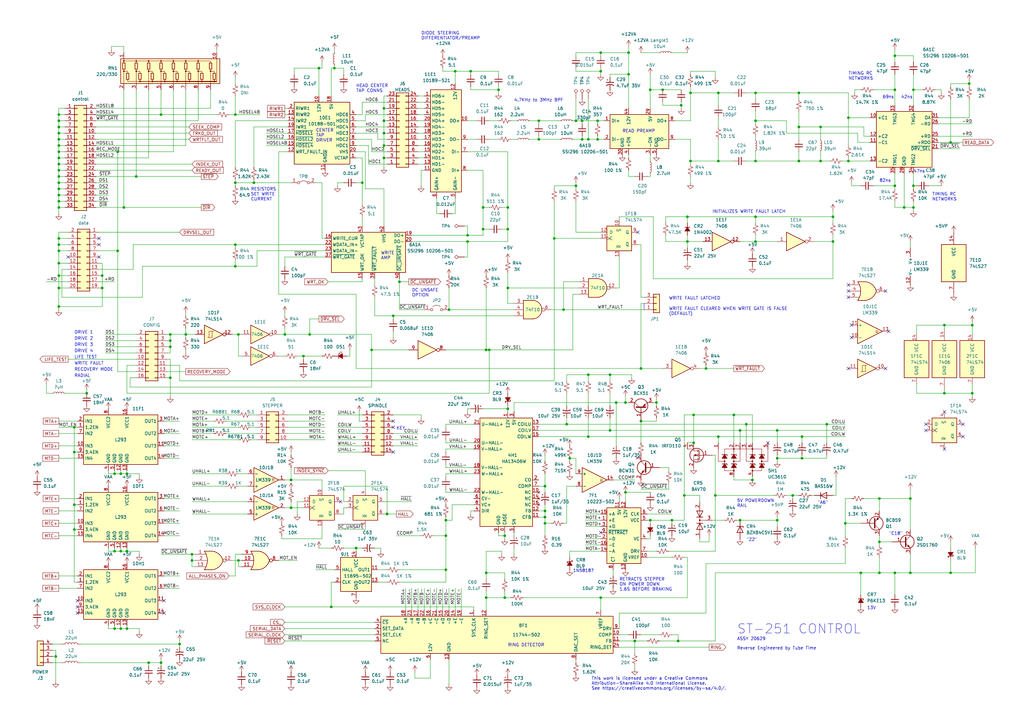
<source format=kicad_sch>
(kicad_sch (version 20230121) (generator eeschema)
  (paper "A3")
  (lib_symbols
    (symbol "74xx:74LS06" (pin_names (offset 1.016))
      (property "Reference" "U" (at 0 1.27 0))
      (property "Value" "74LS06" (at 0 -1.27 0))
      (symbol "74LS06_1_0"
        (pin input line (at -7.62 0 0) (length 3.81) (name "~") (number "1"))
        (pin open_collector inverted (at 7.62 0 180) (length 3.81) (name "~") (number "2"))
      )
      (symbol "74LS06_2_0"
        (pin input line (at -7.62 0 0) (length 3.81) (name "~") (number "3"))
        (pin open_collector inverted (at 7.62 0 180) (length 3.81) (name "~") (number "4"))
      )
      (symbol "74LS06_3_0"
        (pin input line (at -7.62 0 0) (length 3.81) (name "~") (number "5"))
        (pin open_collector inverted (at 7.62 0 180) (length 3.81) (name "~") (number "6"))
      )
      (symbol "74LS06_4_0"
        (pin open_collector inverted (at 7.62 0 180) (length 3.81) (name "~") (number "8"))
        (pin input line (at -7.62 0 0) (length 3.81) (name "~") (number "9"))
      )
      (symbol "74LS06_5_0"
        (pin open_collector inverted (at 7.62 0 180) (length 3.81) (name "~") (number "10"))
        (pin input line (at -7.62 0 0) (length 3.81) (name "~") (number "11"))
      )
      (symbol "74LS06_6_0"
        (pin open_collector inverted (at 7.62 0 180) (length 3.81) (name "~") (number "12"))
        (pin input line (at -7.62 0 0) (length 3.81) (name "~") (number "13"))
      )
      (symbol "74LS06_7_0"
        (pin power_in line (at 0 12.7 270) (length 5.08) (name "VCC") (number "14"))
        (pin power_in line (at 0 -12.7 90) (length 5.08) (name "GND") (number "7"))
      )
    )
    (symbol "74xx:74LS10" (pin_names (offset 1.016))
      (property "Reference" "U" (at 0 1.27 0))
      (property "Value" "74LS10" (at 0 -1.27 0))
      (symbol "74LS10_1_1"
        (pin input line (at -7.62 2.54 0) (length 3.81) (name "~") (number "1"))
        (pin output inverted (at 7.62 0 180) (length 3.81) (name "~") (number "12"))
        (pin input line (at -7.62 -2.54 0) (length 3.81) (name "~") (number "13"))
        (pin input line (at -7.62 0 0) (length 3.81) (name "~") (number "2"))
      )
      (symbol "74LS10_1_2"
        (pin input inverted (at -7.62 2.54 0) (length 4.318) (name "~") (number "1"))
        (pin output line (at 7.62 0 180) (length 3.81) (name "~") (number "12"))
        (pin input inverted (at -7.62 -2.54 0) (length 4.318) (name "~") (number "13"))
        (pin input inverted (at -7.62 0 0) (length 4.953) (name "~") (number "2"))
      )
      (symbol "74LS10_2_1"
        (pin input line (at -7.62 2.54 0) (length 3.81) (name "~") (number "3"))
        (pin input line (at -7.62 0 0) (length 3.81) (name "~") (number "4"))
        (pin input line (at -7.62 -2.54 0) (length 3.81) (name "~") (number "5"))
        (pin output inverted (at 7.62 0 180) (length 3.81) (name "~") (number "6"))
      )
      (symbol "74LS10_2_2"
        (pin input inverted (at -7.62 2.54 0) (length 4.318) (name "~") (number "3"))
        (pin input inverted (at -7.62 0 0) (length 4.953) (name "~") (number "4"))
        (pin input inverted (at -7.62 -2.54 0) (length 4.318) (name "~") (number "5"))
        (pin output line (at 7.62 0 180) (length 3.81) (name "~") (number "6"))
      )
      (symbol "74LS10_3_1"
        (pin input line (at -7.62 0 0) (length 3.81) (name "~") (number "10"))
        (pin input line (at -7.62 -2.54 0) (length 3.81) (name "~") (number "11"))
        (pin output inverted (at 7.62 0 180) (length 3.81) (name "~") (number "8"))
        (pin input line (at -7.62 2.54 0) (length 3.81) (name "~") (number "9"))
      )
      (symbol "74LS10_3_2"
        (pin input inverted (at -7.62 0 0) (length 4.953) (name "~") (number "10"))
        (pin input inverted (at -7.62 -2.54 0) (length 4.318) (name "~") (number "11"))
        (pin output line (at 7.62 0 180) (length 3.81) (name "~") (number "8"))
        (pin input inverted (at -7.62 2.54 0) (length 4.318) (name "~") (number "9"))
      )
      (symbol "74LS10_4_0"
        (pin power_in line (at 0 12.7 270) (length 5.08) (name "VCC") (number "14"))
        (pin power_in line (at 0 -12.7 90) (length 5.08) (name "GND") (number "7"))
      )
    )
    (symbol "74xx:74LS14" (pin_names (offset 1.016))
      (property "Reference" "U" (at 0 1.27 0))
      (property "Value" "74LS14" (at 0 -1.27 0))
      (symbol "74LS14_1_0"
        (pin input line (at -7.62 0 0) (length 3.81) (name "~") (number "1"))
        (pin output inverted (at 7.62 0 180) (length 3.81) (name "~") (number "2"))
      )
      (symbol "74LS14_2_0"
        (pin input line (at -7.62 0 0) (length 3.81) (name "~") (number "3"))
        (pin output inverted (at 7.62 0 180) (length 3.81) (name "~") (number "4"))
      )
      (symbol "74LS14_3_0"
        (pin input line (at -7.62 0 0) (length 3.81) (name "~") (number "5"))
        (pin output inverted (at 7.62 0 180) (length 3.81) (name "~") (number "6"))
      )
      (symbol "74LS14_4_0"
        (pin output inverted (at 7.62 0 180) (length 3.81) (name "~") (number "8"))
        (pin input line (at -7.62 0 0) (length 3.81) (name "~") (number "9"))
      )
      (symbol "74LS14_5_0"
        (pin output inverted (at 7.62 0 180) (length 3.81) (name "~") (number "10"))
        (pin input line (at -7.62 0 0) (length 3.81) (name "~") (number "11"))
      )
      (symbol "74LS14_6_0"
        (pin output inverted (at 7.62 0 180) (length 3.81) (name "~") (number "12"))
        (pin input line (at -7.62 0 0) (length 3.81) (name "~") (number "13"))
      )
      (symbol "74LS14_7_0"
        (pin power_in line (at 0 12.7 270) (length 5.08) (name "VCC") (number "14"))
        (pin power_in line (at 0 -12.7 90) (length 5.08) (name "GND") (number "7"))
      )
    )
    (symbol "74xx:74LS27" (pin_names (offset 1.016))
      (property "Reference" "U" (at 0 1.27 0))
      (property "Value" "74LS27" (at 0 -1.27 0))
      (symbol "74LS27_1_1"
        (pin input line (at -7.62 2.54 0) (length 4.318) (name "~") (number "1"))
        (pin output inverted (at 7.62 0 180) (length 3.81) (name "~") (number "12"))
        (pin input line (at -7.62 -2.54 0) (length 4.318) (name "~") (number "13"))
        (pin input line (at -7.62 0 0) (length 4.953) (name "~") (number "2"))
      )
      (symbol "74LS27_1_2"
        (pin input inverted (at -7.62 2.54 0) (length 3.81) (name "~") (number "1"))
        (pin output line (at 7.62 0 180) (length 3.81) (name "~") (number "12"))
        (pin input inverted (at -7.62 -2.54 0) (length 3.81) (name "~") (number "13"))
        (pin input inverted (at -7.62 0 0) (length 3.81) (name "~") (number "2"))
      )
      (symbol "74LS27_2_1"
        (pin input line (at -7.62 2.54 0) (length 4.318) (name "~") (number "3"))
        (pin input line (at -7.62 0 0) (length 4.953) (name "~") (number "4"))
        (pin input line (at -7.62 -2.54 0) (length 4.318) (name "~") (number "5"))
        (pin output inverted (at 7.62 0 180) (length 3.81) (name "~") (number "6"))
      )
      (symbol "74LS27_2_2"
        (pin input inverted (at -7.62 2.54 0) (length 3.81) (name "~") (number "3"))
        (pin input inverted (at -7.62 0 0) (length 3.81) (name "~") (number "4"))
        (pin input inverted (at -7.62 -2.54 0) (length 3.81) (name "~") (number "5"))
        (pin output line (at 7.62 0 180) (length 3.81) (name "~") (number "6"))
      )
      (symbol "74LS27_3_1"
        (pin input line (at -7.62 0 0) (length 4.953) (name "~") (number "10"))
        (pin input line (at -7.62 -2.54 0) (length 4.318) (name "~") (number "11"))
        (pin output inverted (at 7.62 0 180) (length 3.81) (name "~") (number "8"))
        (pin input line (at -7.62 2.54 0) (length 4.318) (name "~") (number "9"))
      )
      (symbol "74LS27_3_2"
        (pin input inverted (at -7.62 0 0) (length 3.81) (name "~") (number "10"))
        (pin input inverted (at -7.62 -2.54 0) (length 3.81) (name "~") (number "11"))
        (pin output line (at 7.62 0 180) (length 3.81) (name "~") (number "8"))
        (pin input inverted (at -7.62 2.54 0) (length 3.81) (name "~") (number "9"))
      )
      (symbol "74LS27_4_0"
        (pin power_in line (at 0 12.7 270) (length 5.08) (name "VCC") (number "14"))
        (pin power_in line (at 0 -12.7 90) (length 5.08) (name "GND") (number "7"))
      )
    )
    (symbol "74xx:74LS74" (pin_names (offset 1.016))
      (property "Reference" "U" (at -7.62 8.89 0))
      (property "Value" "74LS74" (at -7.62 -8.89 0))
      (symbol "74LS74_1_0"
        (pin input line (at 0 -7.62 90) (length 2.54) (name "~{R}") (number "1"))
        (pin input line (at -7.62 2.54 0) (length 2.54) (name "D") (number "2"))
        (pin input clock (at -7.62 0 0) (length 2.54) (name "C") (number "3"))
        (pin input line (at 0 7.62 270) (length 2.54) (name "~{S}") (number "4"))
        (pin output line (at 7.62 2.54 180) (length 2.54) (name "Q") (number "5"))
        (pin output line (at 7.62 -2.54 180) (length 2.54) (name "~{Q}") (number "6"))
      )
      (symbol "74LS74_2_0"
        (pin input line (at 0 7.62 270) (length 2.54) (name "~{S}") (number "10"))
        (pin input clock (at -7.62 0 0) (length 2.54) (name "C") (number "11"))
        (pin input line (at -7.62 2.54 0) (length 2.54) (name "D") (number "12"))
        (pin input line (at 0 -7.62 90) (length 2.54) (name "~{R}") (number "13"))
        (pin output line (at 7.62 -2.54 180) (length 2.54) (name "~{Q}") (number "8"))
        (pin output line (at 7.62 2.54 180) (length 2.54) (name "Q") (number "9"))
      )
      (symbol "74LS74_3_0"
        (pin power_in line (at 0 10.16 270) (length 2.54) (name "VCC") (number "14"))
        (pin power_in line (at 0 -10.16 90) (length 2.54) (name "GND") (number "7"))
      )
    )
    (symbol "Comparator:LM339" (pin_names (offset 0.127))
      (property "Reference" "U" (at 0 5.08 0))
      (property "Value" "LM339" (at 0 -5.08 0))
      (symbol "LM339_1_1"
        (pin open_collector line (at 7.62 0 180) (length 2.54) (name "~") (number "2"))
        (pin input line (at -7.62 -2.54 0) (length 2.54) (name "-") (number "4"))
        (pin input line (at -7.62 2.54 0) (length 2.54) (name "+") (number "5"))
      )
      (symbol "LM339_2_1"
        (pin open_collector line (at 7.62 0 180) (length 2.54) (name "~") (number "1"))
        (pin input line (at -7.62 -2.54 0) (length 2.54) (name "-") (number "6"))
        (pin input line (at -7.62 2.54 0) (length 2.54) (name "+") (number "7"))
      )
      (symbol "LM339_3_1"
        (pin input line (at -7.62 -2.54 0) (length 2.54) (name "-") (number "10"))
        (pin input line (at -7.62 2.54 0) (length 2.54) (name "+") (number "11"))
        (pin open_collector line (at 7.62 0 180) (length 2.54) (name "~") (number "13"))
      )
      (symbol "LM339_4_1"
        (pin open_collector line (at 7.62 0 180) (length 2.54) (name "~") (number "14"))
        (pin input line (at -7.62 -2.54 0) (length 2.54) (name "-") (number "8"))
        (pin input line (at -7.62 2.54 0) (length 2.54) (name "+") (number "9"))
      )
      (symbol "LM339_5_1"
        (pin power_in line (at -2.54 -7.62 90) (length 3.81) (name "V-") (number "12"))
        (pin power_in line (at -2.54 7.62 270) (length 3.81) (name "V+") (number "3"))
      )
    )
    (symbol "Connector:TestPoint_Alt" (pin_numbers hide) (pin_names (offset 0.762) hide)
      (property "Reference" "TP" (at 0 6.858 0))
      (property "Value" "TestPoint_Alt" (at 0 5.08 0))
      (symbol "TestPoint_Alt_1_1"
        (pin passive line (at 0 0 90) (length 2.54) (name "1") (number "1"))
      )
    )
    (symbol "Connector_Generic:Conn_01x03" (pin_names (offset 1.016) hide)
      (property "Reference" "J" (at 0 5.08 0))
      (property "Value" "Conn_01x03" (at 0 -5.08 0))
      (symbol "Conn_01x03_1_1"
        (pin passive line (at -5.08 2.54 0) (length 3.81) (name "Pin_1") (number "1"))
        (pin passive line (at -5.08 0 0) (length 3.81) (name "Pin_2") (number "2"))
        (pin passive line (at -5.08 -2.54 0) (length 3.81) (name "Pin_3") (number "3"))
      )
    )
    (symbol "Connector_Generic:Conn_01x04" (pin_names (offset 1.016) hide)
      (property "Reference" "J" (at 0 5.08 0))
      (property "Value" "Conn_01x04" (at 0 -7.62 0))
      (symbol "Conn_01x04_1_1"
        (pin passive line (at -5.08 2.54 0) (length 3.81) (name "Pin_1") (number "1"))
        (pin passive line (at -5.08 0 0) (length 3.81) (name "Pin_2") (number "2"))
        (pin passive line (at -5.08 -2.54 0) (length 3.81) (name "Pin_3") (number "3"))
        (pin passive line (at -5.08 -5.08 0) (length 3.81) (name "Pin_4") (number "4"))
      )
    )
    (symbol "Connector_Generic:Conn_02x05_Odd_Even" (pin_names (offset 1.016) hide)
      (property "Reference" "J" (at 1.27 7.62 0))
      (property "Value" "Conn_02x05_Odd_Even" (at 1.27 -7.62 0))
      (symbol "Conn_02x05_Odd_Even_1_1"
        (pin passive line (at -5.08 5.08 0) (length 3.81) (name "Pin_1") (number "1"))
        (pin passive line (at 7.62 -5.08 180) (length 3.81) (name "Pin_10") (number "10"))
        (pin passive line (at 7.62 5.08 180) (length 3.81) (name "Pin_2") (number "2"))
        (pin passive line (at -5.08 2.54 0) (length 3.81) (name "Pin_3") (number "3"))
        (pin passive line (at 7.62 2.54 180) (length 3.81) (name "Pin_4") (number "4"))
        (pin passive line (at -5.08 0 0) (length 3.81) (name "Pin_5") (number "5"))
        (pin passive line (at 7.62 0 180) (length 3.81) (name "Pin_6") (number "6"))
        (pin passive line (at -5.08 -2.54 0) (length 3.81) (name "Pin_7") (number "7"))
        (pin passive line (at 7.62 -2.54 180) (length 3.81) (name "Pin_8") (number "8"))
        (pin passive line (at -5.08 -5.08 0) (length 3.81) (name "Pin_9") (number "9"))
      )
    )
    (symbol "Connector_Generic:Conn_02x07_Odd_Even" (pin_names (offset 1.016) hide)
      (property "Reference" "J" (at 1.27 10.16 0))
      (property "Value" "Conn_02x07_Odd_Even" (at 1.27 -10.16 0))
      (symbol "Conn_02x07_Odd_Even_1_1"
        (pin passive line (at -5.08 7.62 0) (length 3.81) (name "Pin_1") (number "1"))
        (pin passive line (at 7.62 -2.54 180) (length 3.81) (name "Pin_10") (number "10"))
        (pin passive line (at -5.08 -5.08 0) (length 3.81) (name "Pin_11") (number "11"))
        (pin passive line (at 7.62 -5.08 180) (length 3.81) (name "Pin_12") (number "12"))
        (pin passive line (at -5.08 -7.62 0) (length 3.81) (name "Pin_13") (number "13"))
        (pin passive line (at 7.62 -7.62 180) (length 3.81) (name "Pin_14") (number "14"))
        (pin passive line (at 7.62 7.62 180) (length 3.81) (name "Pin_2") (number "2"))
        (pin passive line (at -5.08 5.08 0) (length 3.81) (name "Pin_3") (number "3"))
        (pin passive line (at 7.62 5.08 180) (length 3.81) (name "Pin_4") (number "4"))
        (pin passive line (at -5.08 2.54 0) (length 3.81) (name "Pin_5") (number "5"))
        (pin passive line (at 7.62 2.54 180) (length 3.81) (name "Pin_6") (number "6"))
        (pin passive line (at -5.08 0 0) (length 3.81) (name "Pin_7") (number "7"))
        (pin passive line (at 7.62 0 180) (length 3.81) (name "Pin_8") (number "8"))
        (pin passive line (at -5.08 -2.54 0) (length 3.81) (name "Pin_9") (number "9"))
      )
    )
    (symbol "Connector_Generic:Conn_02x08_Odd_Even" (pin_names (offset 1.016) hide)
      (property "Reference" "J" (at 1.27 10.16 0))
      (property "Value" "Conn_02x08_Odd_Even" (at 1.27 -12.7 0))
      (symbol "Conn_02x08_Odd_Even_1_1"
        (pin passive line (at -5.08 7.62 0) (length 3.81) (name "Pin_1") (number "1"))
        (pin passive line (at 7.62 -2.54 180) (length 3.81) (name "Pin_10") (number "10"))
        (pin passive line (at -5.08 -5.08 0) (length 3.81) (name "Pin_11") (number "11"))
        (pin passive line (at 7.62 -5.08 180) (length 3.81) (name "Pin_12") (number "12"))
        (pin passive line (at -5.08 -7.62 0) (length 3.81) (name "Pin_13") (number "13"))
        (pin passive line (at 7.62 -7.62 180) (length 3.81) (name "Pin_14") (number "14"))
        (pin passive line (at -5.08 -10.16 0) (length 3.81) (name "Pin_15") (number "15"))
        (pin passive line (at 7.62 -10.16 180) (length 3.81) (name "Pin_16") (number "16"))
        (pin passive line (at 7.62 7.62 180) (length 3.81) (name "Pin_2") (number "2"))
        (pin passive line (at -5.08 5.08 0) (length 3.81) (name "Pin_3") (number "3"))
        (pin passive line (at 7.62 5.08 180) (length 3.81) (name "Pin_4") (number "4"))
        (pin passive line (at -5.08 2.54 0) (length 3.81) (name "Pin_5") (number "5"))
        (pin passive line (at 7.62 2.54 180) (length 3.81) (name "Pin_6") (number "6"))
        (pin passive line (at -5.08 0 0) (length 3.81) (name "Pin_7") (number "7"))
        (pin passive line (at 7.62 0 180) (length 3.81) (name "Pin_8") (number "8"))
        (pin passive line (at -5.08 -2.54 0) (length 3.81) (name "Pin_9") (number "9"))
      )
    )
    (symbol "Connector_Generic:Conn_02x10_Odd_Even" (pin_names (offset 1.016) hide)
      (property "Reference" "J" (at 1.27 12.7 0))
      (property "Value" "Conn_02x10_Odd_Even" (at 1.27 -15.24 0))
      (symbol "Conn_02x10_Odd_Even_1_1"
        (pin passive line (at -5.08 10.16 0) (length 3.81) (name "Pin_1") (number "1"))
        (pin passive line (at 7.62 0 180) (length 3.81) (name "Pin_10") (number "10"))
        (pin passive line (at -5.08 -2.54 0) (length 3.81) (name "Pin_11") (number "11"))
        (pin passive line (at 7.62 -2.54 180) (length 3.81) (name "Pin_12") (number "12"))
        (pin passive line (at -5.08 -5.08 0) (length 3.81) (name "Pin_13") (number "13"))
        (pin passive line (at 7.62 -5.08 180) (length 3.81) (name "Pin_14") (number "14"))
        (pin passive line (at -5.08 -7.62 0) (length 3.81) (name "Pin_15") (number "15"))
        (pin passive line (at 7.62 -7.62 180) (length 3.81) (name "Pin_16") (number "16"))
        (pin passive line (at -5.08 -10.16 0) (length 3.81) (name "Pin_17") (number "17"))
        (pin passive line (at 7.62 -10.16 180) (length 3.81) (name "Pin_18") (number "18"))
        (pin passive line (at -5.08 -12.7 0) (length 3.81) (name "Pin_19") (number "19"))
        (pin passive line (at 7.62 10.16 180) (length 3.81) (name "Pin_2") (number "2"))
        (pin passive line (at 7.62 -12.7 180) (length 3.81) (name "Pin_20") (number "20"))
        (pin passive line (at -5.08 7.62 0) (length 3.81) (name "Pin_3") (number "3"))
        (pin passive line (at 7.62 7.62 180) (length 3.81) (name "Pin_4") (number "4"))
        (pin passive line (at -5.08 5.08 0) (length 3.81) (name "Pin_5") (number "5"))
        (pin passive line (at 7.62 5.08 180) (length 3.81) (name "Pin_6") (number "6"))
        (pin passive line (at -5.08 2.54 0) (length 3.81) (name "Pin_7") (number "7"))
        (pin passive line (at 7.62 2.54 180) (length 3.81) (name "Pin_8") (number "8"))
        (pin passive line (at -5.08 0 0) (length 3.81) (name "Pin_9") (number "9"))
      )
    )
    (symbol "Connector_Generic:Conn_02x12_Odd_Even" (pin_names (offset 1.016) hide)
      (property "Reference" "J" (at 1.27 15.24 0))
      (property "Value" "Conn_02x12_Odd_Even" (at 1.27 -17.78 0))
      (symbol "Conn_02x12_Odd_Even_1_1"
        (pin passive line (at -5.08 12.7 0) (length 3.81) (name "Pin_1") (number "1"))
        (pin passive line (at 7.62 2.54 180) (length 3.81) (name "Pin_10") (number "10"))
        (pin passive line (at -5.08 0 0) (length 3.81) (name "Pin_11") (number "11"))
        (pin passive line (at 7.62 0 180) (length 3.81) (name "Pin_12") (number "12"))
        (pin passive line (at -5.08 -2.54 0) (length 3.81) (name "Pin_13") (number "13"))
        (pin passive line (at 7.62 -2.54 180) (length 3.81) (name "Pin_14") (number "14"))
        (pin passive line (at -5.08 -5.08 0) (length 3.81) (name "Pin_15") (number "15"))
        (pin passive line (at 7.62 -5.08 180) (length 3.81) (name "Pin_16") (number "16"))
        (pin passive line (at -5.08 -7.62 0) (length 3.81) (name "Pin_17") (number "17"))
        (pin passive line (at 7.62 -7.62 180) (length 3.81) (name "Pin_18") (number "18"))
        (pin passive line (at -5.08 -10.16 0) (length 3.81) (name "Pin_19") (number "19"))
        (pin passive line (at 7.62 12.7 180) (length 3.81) (name "Pin_2") (number "2"))
        (pin passive line (at 7.62 -10.16 180) (length 3.81) (name "Pin_20") (number "20"))
        (pin passive line (at -5.08 -12.7 0) (length 3.81) (name "Pin_21") (number "21"))
        (pin passive line (at 7.62 -12.7 180) (length 3.81) (name "Pin_22") (number "22"))
        (pin passive line (at -5.08 -15.24 0) (length 3.81) (name "Pin_23") (number "23"))
        (pin passive line (at 7.62 -15.24 180) (length 3.81) (name "Pin_24") (number "24"))
        (pin passive line (at -5.08 10.16 0) (length 3.81) (name "Pin_3") (number "3"))
        (pin passive line (at 7.62 10.16 180) (length 3.81) (name "Pin_4") (number "4"))
        (pin passive line (at -5.08 7.62 0) (length 3.81) (name "Pin_5") (number "5"))
        (pin passive line (at 7.62 7.62 180) (length 3.81) (name "Pin_6") (number "6"))
        (pin passive line (at -5.08 5.08 0) (length 3.81) (name "Pin_7") (number "7"))
        (pin passive line (at 7.62 5.08 180) (length 3.81) (name "Pin_8") (number "8"))
        (pin passive line (at -5.08 2.54 0) (length 3.81) (name "Pin_9") (number "9"))
      )
    )
    (symbol "Connector_Generic:Conn_02x17_Odd_Even" (pin_names (offset 1.016) hide)
      (property "Reference" "J" (at 1.27 22.86 0))
      (property "Value" "Conn_02x17_Odd_Even" (at 1.27 -22.86 0))
      (symbol "Conn_02x17_Odd_Even_1_1"
        (pin passive line (at -5.08 20.32 0) (length 3.81) (name "Pin_1") (number "1"))
        (pin passive line (at 7.62 10.16 180) (length 3.81) (name "Pin_10") (number "10"))
        (pin passive line (at -5.08 7.62 0) (length 3.81) (name "Pin_11") (number "11"))
        (pin passive line (at 7.62 7.62 180) (length 3.81) (name "Pin_12") (number "12"))
        (pin passive line (at -5.08 5.08 0) (length 3.81) (name "Pin_13") (number "13"))
        (pin passive line (at 7.62 5.08 180) (length 3.81) (name "Pin_14") (number "14"))
        (pin passive line (at -5.08 2.54 0) (length 3.81) (name "Pin_15") (number "15"))
        (pin passive line (at 7.62 2.54 180) (length 3.81) (name "Pin_16") (number "16"))
        (pin passive line (at -5.08 0 0) (length 3.81) (name "Pin_17") (number "17"))
        (pin passive line (at 7.62 0 180) (length 3.81) (name "Pin_18") (number "18"))
        (pin passive line (at -5.08 -2.54 0) (length 3.81) (name "Pin_19") (number "19"))
        (pin passive line (at 7.62 20.32 180) (length 3.81) (name "Pin_2") (number "2"))
        (pin passive line (at 7.62 -2.54 180) (length 3.81) (name "Pin_20") (number "20"))
        (pin passive line (at -5.08 -5.08 0) (length 3.81) (name "Pin_21") (number "21"))
        (pin passive line (at 7.62 -5.08 180) (length 3.81) (name "Pin_22") (number "22"))
        (pin passive line (at -5.08 -7.62 0) (length 3.81) (name "Pin_23") (number "23"))
        (pin passive line (at 7.62 -7.62 180) (length 3.81) (name "Pin_24") (number "24"))
        (pin passive line (at -5.08 -10.16 0) (length 3.81) (name "Pin_25") (number "25"))
        (pin passive line (at 7.62 -10.16 180) (length 3.81) (name "Pin_26") (number "26"))
        (pin passive line (at -5.08 -12.7 0) (length 3.81) (name "Pin_27") (number "27"))
        (pin passive line (at 7.62 -12.7 180) (length 3.81) (name "Pin_28") (number "28"))
        (pin passive line (at -5.08 -15.24 0) (length 3.81) (name "Pin_29") (number "29"))
        (pin passive line (at -5.08 17.78 0) (length 3.81) (name "Pin_3") (number "3"))
        (pin passive line (at 7.62 -15.24 180) (length 3.81) (name "Pin_30") (number "30"))
        (pin passive line (at -5.08 -17.78 0) (length 3.81) (name "Pin_31") (number "31"))
        (pin passive line (at 7.62 -17.78 180) (length 3.81) (name "Pin_32") (number "32"))
        (pin passive line (at -5.08 -20.32 0) (length 3.81) (name "Pin_33") (number "33"))
        (pin passive line (at 7.62 -20.32 180) (length 3.81) (name "Pin_34") (number "34"))
        (pin passive line (at 7.62 17.78 180) (length 3.81) (name "Pin_4") (number "4"))
        (pin passive line (at -5.08 15.24 0) (length 3.81) (name "Pin_5") (number "5"))
        (pin passive line (at 7.62 15.24 180) (length 3.81) (name "Pin_6") (number "6"))
        (pin passive line (at -5.08 12.7 0) (length 3.81) (name "Pin_7") (number "7"))
        (pin passive line (at 7.62 12.7 180) (length 3.81) (name "Pin_8") (number "8"))
        (pin passive line (at -5.08 10.16 0) (length 3.81) (name "Pin_9") (number "9"))
      )
    )
    (symbol "Device:C_Polarized_Small_US" (pin_numbers hide) (pin_names (offset 0.254) hide)
      (property "Reference" "C" (at 0.254 1.778 0))
      (property "Value" "C_Polarized_Small_US" (at 0.254 -2.032 0))
      (symbol "C_Polarized_Small_US_1_1"
        (pin passive line (at 0 2.54 270) (length 2.032) (name "~") (number "1"))
        (pin passive line (at 0 -2.54 90) (length 2.032) (name "~") (number "2"))
      )
    )
    (symbol "Device:C_Small" (pin_numbers hide) (pin_names (offset 0.254) hide)
      (property "Reference" "C" (at 0.254 1.778 0))
      (property "Value" "C_Small" (at 0.254 -2.032 0))
      (symbol "C_Small_1_1"
        (pin passive line (at 0 2.54 270) (length 2.032) (name "~") (number "1"))
        (pin passive line (at 0 -2.54 90) (length 2.032) (name "~") (number "2"))
      )
    )
    (symbol "Device:D_Schottky_Small_Filled" (pin_numbers hide) (pin_names (offset 0.254) hide)
      (property "Reference" "D" (at -1.27 2.032 0))
      (property "Value" "D_Schottky_Small_Filled" (at -7.112 -2.032 0))
      (symbol "D_Schottky_Small_Filled_1_1"
        (pin passive line (at -2.54 0 0) (length 1.778) (name "K") (number "1"))
        (pin passive line (at 2.54 0 180) (length 1.778) (name "A") (number "2"))
      )
    )
    (symbol "Device:D_Small_Filled" (pin_numbers hide) (pin_names (offset 0.254) hide)
      (property "Reference" "D" (at -1.27 2.032 0))
      (property "Value" "D_Small_Filled" (at -3.81 -2.032 0))
      (symbol "D_Small_Filled_1_1"
        (pin passive line (at -2.54 0 0) (length 1.778) (name "K") (number "1"))
        (pin passive line (at 2.54 0 180) (length 1.778) (name "A") (number "2"))
      )
    )
    (symbol "Device:D_Zener_Small_Filled" (pin_numbers hide) (pin_names (offset 0.254) hide)
      (property "Reference" "D" (at 0 2.286 0))
      (property "Value" "D_Zener_Small_Filled" (at 0 -2.286 0))
      (symbol "D_Zener_Small_Filled_1_1"
        (pin passive line (at -2.54 0 0) (length 1.778) (name "K") (number "1"))
        (pin passive line (at 2.54 0 180) (length 1.778) (name "A") (number "2"))
      )
    )
    (symbol "Device:L" (pin_numbers hide) (pin_names (offset 1.016) hide)
      (property "Reference" "L" (at -1.27 0 90))
      (property "Value" "L" (at 1.905 0 90))
      (symbol "L_1_1"
        (pin passive line (at 0 3.81 270) (length 1.27) (name "1") (number "1"))
        (pin passive line (at 0 -3.81 90) (length 1.27) (name "2") (number "2"))
      )
    )
    (symbol "Device:LED_Small_Filled" (pin_numbers hide) (pin_names (offset 0.254) hide)
      (property "Reference" "D" (at -1.27 3.175 0))
      (property "Value" "LED_Small_Filled" (at -4.445 -2.54 0))
      (symbol "LED_Small_Filled_1_1"
        (pin passive line (at -2.54 0 0) (length 1.778) (name "K") (number "1"))
        (pin passive line (at 2.54 0 180) (length 1.778) (name "A") (number "2"))
      )
    )
    (symbol "Device:L_Small" (pin_numbers hide) (pin_names (offset 0.254) hide)
      (property "Reference" "L" (at 0.762 1.016 0))
      (property "Value" "L_Small" (at 0.762 -1.016 0))
      (symbol "L_Small_1_1"
        (pin passive line (at 0 2.54 270) (length 0.508) (name "~") (number "1"))
        (pin passive line (at 0 -2.54 90) (length 0.508) (name "~") (number "2"))
      )
    )
    (symbol "Device:Q_NPN_BCE" (pin_names (offset 0) hide)
      (property "Reference" "Q" (at 5.08 1.27 0))
      (property "Value" "Q_NPN_BCE" (at 5.08 -1.27 0))
      (symbol "Q_NPN_BCE_1_1"
        (pin input line (at -5.08 0 0) (length 5.715) (name "B") (number "1"))
        (pin passive line (at 2.54 5.08 270) (length 2.54) (name "C") (number "2"))
        (pin passive line (at 2.54 -5.08 90) (length 2.54) (name "E") (number "3"))
      )
    )
    (symbol "Device:R_Network_Dividers_x08_SIP" (pin_names (offset 0) hide)
      (property "Reference" "RN" (at -22.86 0 90))
      (property "Value" "R_Network_Dividers_x08_SIP" (at 20.32 0 90))
      (symbol "R_Network_Dividers_x08_SIP_1_1"
        (pin passive line (at -20.32 7.62 270) (length 2.54) (name "COM1") (number "1"))
        (pin passive line (at 17.78 7.62 270) (length 2.54) (name "COM2") (number "10"))
        (pin passive line (at -20.32 -7.62 90) (length 2.54) (name "R1") (number "2"))
        (pin passive line (at -15.24 -7.62 90) (length 2.54) (name "R2") (number "3"))
        (pin passive line (at -10.16 -7.62 90) (length 2.54) (name "R3") (number "4"))
        (pin passive line (at -5.08 -7.62 90) (length 2.54) (name "R4") (number "5"))
        (pin passive line (at 0 -7.62 90) (length 2.54) (name "R5") (number "6"))
        (pin passive line (at 5.08 -7.62 90) (length 2.54) (name "R6") (number "7"))
        (pin passive line (at 10.16 -7.62 90) (length 2.54) (name "R7") (number "8"))
        (pin passive line (at 15.24 -7.62 90) (length 2.54) (name "R8") (number "9"))
      )
    )
    (symbol "Device:R_Small_US" (pin_numbers hide) (pin_names (offset 0.254) hide)
      (property "Reference" "R" (at 0.762 0.508 0))
      (property "Value" "R_Small_US" (at 0.762 -1.016 0))
      (symbol "R_Small_US_1_1"
        (pin passive line (at 0 2.54 270) (length 1.016) (name "~") (number "1"))
        (pin passive line (at 0 -2.54 90) (length 1.016) (name "~") (number "2"))
      )
    )
    (symbol "Diode:BAS16W" (pin_numbers hide) (pin_names hide)
      (property "Reference" "D" (at 0 2.54 0))
      (property "Value" "BAS16W" (at 0 -2.54 0))
      (symbol "BAS16W_1_1"
        (pin passive line (at 3.81 0 180) (length 2.54) (name "A") (number "1"))
        (pin no_connect line (at -1.27 0 0) (length 2.54) hide (name "NC") (number "2"))
        (pin passive line (at -3.81 0 0) (length 2.54) (name "K") (number "3"))
      )
    )
    (symbol "Diode:BAV70" (pin_names hide)
      (property "Reference" "D" (at 0.635 -2.54 0))
      (property "Value" "BAV70" (at 0 2.54 0))
      (symbol "BAV70_0_1"
        (pin passive line (at -7.62 0 0) (length 3.81) (name "A") (number "1"))
        (pin passive line (at 7.62 0 180) (length 3.81) (name "A") (number "2"))
        (pin passive line (at 0 -5.08 90) (length 2.54) (name "K") (number "3"))
      )
    )
    (symbol "Diode:BZX84Cxx" (pin_numbers hide) (pin_names hide)
      (property "Reference" "D" (at 0 3.81 0))
      (property "Value" "BZX84Cxx" (at 0 -3.81 0))
      (symbol "BZX84Cxx_1_1"
        (pin passive line (at 3.81 0 180) (length 2.54) (name "A") (number "1"))
        (pin no_connect line (at 1.27 0 180) (length 2.54) hide (name "NC") (number "2"))
        (pin passive line (at -3.81 0 0) (length 2.54) (name "K") (number "3"))
      )
    )
    (symbol "Jumper:Jumper_2_Bridged" (pin_names (offset 0) hide)
      (property "Reference" "JP" (at 0 1.905 0))
      (property "Value" "Jumper_2_Bridged" (at 0 -2.54 0))
      (symbol "Jumper_2_Bridged_1_1"
        (pin passive line (at -5.08 0 0) (length 2.54) (name "A") (number "1"))
        (pin passive line (at 5.08 0 180) (length 2.54) (name "B") (number "2"))
      )
    )
    (symbol "Jumper:Jumper_2_Open" (pin_names (offset 0) hide)
      (property "Reference" "JP" (at 0 2.794 0))
      (property "Value" "Jumper_2_Open" (at 0 -2.286 0))
      (symbol "Jumper_2_Open_1_1"
        (pin passive line (at -5.08 0 0) (length 2.54) (name "A") (number "1"))
        (pin passive line (at 5.08 0 180) (length 2.54) (name "B") (number "2"))
      )
    )
    (symbol "SSI296_1"
      (property "Reference" "U" (at 2.54 2.54 0))
      (property "Value" "SSI296" (at 0 0 0))
      (symbol "SSI296_1_1_1"
        (pin input line (at 12.7 -19.05 90) (length 2.54) (name "WRT_OK") (number "15"))
        (pin passive line (at -2.54 -2.54 0) (length 2.54) (name "WRITE_CUR") (number "16"))
        (pin output line (at 33.02 -1.27 180) (length 2.54) (name "DO+") (number "19"))
        (pin output line (at 33.02 -3.81 180) (length 2.54) (name "DO-") (number "20"))
        (pin input line (at -2.54 -5.08 0) (length 2.54) (name "WDATA_IN+") (number "22"))
        (pin input line (at -2.54 -7.62 0) (length 2.54) (name "WDATA_IN-") (number "23"))
        (pin input line (at -2.54 -10.16 0) (length 2.54) (name "~{WRT_GATE}") (number "37"))
        (pin output line (at 17.78 -19.05 90) (length 2.54) (name "~{WRT_FAULT}") (number "39"))
        (pin output line (at 27.94 -19.05 90) (length 2.54) (name "~{DC_UNSAFE}") (number "40"))
        (pin passive line (at 21.59 2.54 270) (length 2.54) (name "VHS") (number "42"))
        (pin passive line (at 12.7 2.54 270) (length 2.54) (name "VCTAP") (number "43"))
      )
      (symbol "SSI296_1_2_1"
        (pin input line (at -2.54 -2.54 0) (length 2.54) (name "DI+") (number "1"))
        (pin input line (at -2.54 -10.16 0) (length 2.54) (name "DI-") (number "2"))
        (pin power_in line (at 16.51 2.54 270) (length 2.54) (name "5V") (number "29"))
        (pin passive line (at 16.51 -16.51 90) (length 2.54) (name "-ON") (number "3"))
        (pin power_in line (at 5.08 -16.51 90) (length 2.54) (name "GND") (number "30"))
        (pin passive line (at 7.62 -16.51 90) (length 2.54) (name "+ON") (number "4"))
        (pin power_in line (at 7.62 2.54 270) (length 2.54) (name "12V") (number "44"))
        (pin power_in line (at 19.05 -16.51 90) (length 2.54) (name "GND") (number "5"))
        (pin output line (at 26.67 -2.54 180) (length 2.54) (name "DO+") (number "8"))
        (pin output line (at 26.67 -10.16 180) (length 2.54) (name "DO-") (number "9"))
      )
      (symbol "SSI296_1_3_1"
        (pin input line (at -2.54 -2.54 0) (length 2.54) (name "+C1") (number "10"))
        (pin input line (at -2.54 -12.7 0) (length 2.54) (name "-C1") (number "11"))
        (pin input line (at -2.54 -10.16 0) (length 2.54) (name "+C2") (number "12"))
        (pin input line (at -2.54 -20.32 0) (length 2.54) (name "-C2") (number "13"))
        (pin input line (at 25.4 -15.24 180) (length 2.54) (name "~{DRV_SEL}") (number "21"))
        (pin output line (at 25.4 -12.7 180) (length 2.54) (name "+RDO") (number "24"))
        (pin output line (at 25.4 -10.16 180) (length 2.54) (name "+RD") (number "25"))
        (pin output line (at 25.4 -5.08 180) (length 2.54) (name "-RD") (number "26"))
        (pin power_in line (at 11.43 -25.4 90) (length 2.54) (name "GND") (number "28"))
        (pin passive line (at 25.4 -2.54 180) (length 2.54) (name "OA") (number "31"))
        (pin passive line (at 15.24 2.54 270) (length 2.54) (name "TMG4") (number "32"))
        (pin passive line (at 7.62 2.54 270) (length 2.54) (name "TMG3") (number "33"))
        (pin passive line (at 15.24 -25.4 90) (length 2.54) (name "TMG2") (number "34"))
        (pin passive line (at 7.62 -25.4 90) (length 2.54) (name "TMG1") (number "35"))
      )
    )
    (symbol "Transistor_BJT:BC817" (pin_names (offset 0) hide)
      (property "Reference" "Q" (at 5.08 1.905 0))
      (property "Value" "BC817" (at 5.08 0 0))
      (symbol "BC817_1_1"
        (pin input line (at -5.08 0 0) (length 5.715) (name "B") (number "1"))
        (pin passive line (at 2.54 -5.08 90) (length 2.54) (name "E") (number "2"))
        (pin passive line (at 2.54 5.08 270) (length 2.54) (name "C") (number "3"))
      )
    )
    (symbol "Transistor_BJT:BC859" (pin_names (offset 0) hide)
      (property "Reference" "Q" (at 5.08 1.905 0))
      (property "Value" "BC859" (at 5.08 0 0))
      (symbol "BC859_1_1"
        (pin input line (at -5.08 0 0) (length 5.715) (name "B") (number "1"))
        (pin passive line (at 2.54 -5.08 90) (length 2.54) (name "E") (number "2"))
        (pin passive line (at 2.54 5.08 270) (length 2.54) (name "C") (number "3"))
      )
    )
    (symbol "Transistor_BJT:BCX51" (pin_names (offset 0) hide)
      (property "Reference" "Q" (at 5.08 1.905 0))
      (property "Value" "BCX51" (at 5.08 0 0))
      (symbol "BCX51_1_1"
        (pin input line (at -5.08 0 0) (length 5.08) (name "B") (number "1"))
        (pin passive line (at 2.54 5.08 270) (length 2.54) (name "C") (number "2"))
        (pin passive line (at 2.54 -5.08 90) (length 2.54) (name "E") (number "3"))
      )
    )
    (symbol "discretes_new:Q_NMOS_GSDD" (pin_names (offset 0) hide)
      (property "Reference" "Q" (at 7.62 1.27 0))
      (property "Value" "Q_NMOS_GSDD" (at 16.51 -1.27 0))
      (symbol "Q_NMOS_GSDD_1_1"
        (pin input line (at -5.08 0 0) (length 5.334) (name "G") (number "1"))
        (pin passive line (at 2.54 -5.08 90) (length 2.54) (name "S") (number "2"))
        (pin passive line (at 2.54 5.08 270) (length 2.54) (name "D") (number "3"))
        (pin passive line (at 5.08 5.08 270) (length 2.54) (name "D") (number "4"))
      )
    )
    (symbol "power:+12V" (power) (pin_names (offset 0))
      (property "Value" "+12V" (at 0 3.556 0))
      (symbol "+12V_1_1"
        (pin power_in line (at 0 0 90) (length 0) hide (name "+12V") (number "1"))
      )
    )
    (symbol "power:+12VA" (power) (pin_names (offset 0))
      (property "Value" "+12VA" (at 0 3.556 0))
      (symbol "+12VA_1_1"
        (pin power_in line (at 0 0 90) (length 0) hide (name "+12VA") (number "1"))
      )
    )
    (symbol "power:+5C" (power) (pin_names (offset 0))
      (property "Value" "+5C" (at 0 3.556 0))
      (symbol "+5C_1_1"
        (pin power_in line (at 0 0 90) (length 0) hide (name "+5C") (number "1"))
      )
    )
    (symbol "power:+5F" (power) (pin_names (offset 0))
      (property "Value" "+5F" (at 0 3.556 0))
      (symbol "+5F_1_1"
        (pin power_in line (at 0 0 90) (length 0) hide (name "+5F") (number "1"))
      )
    )
    (symbol "power:+5V" (power) (pin_names (offset 0))
      (property "Value" "+5V" (at 0 3.556 0))
      (symbol "+5V_1_1"
        (pin power_in line (at 0 0 90) (length 0) hide (name "+5V") (number "1"))
      )
    )
    (symbol "power:+5VP" (power) (pin_names (offset 0))
      (property "Value" "+5VP" (at 0 3.556 0))
      (symbol "+5VP_1_1"
        (pin power_in line (at 0 0 90) (length 0) hide (name "+5VP") (number "1"))
      )
    )
    (symbol "power:GND" (power) (pin_names (offset 0))
      (property "Value" "GND" (at 0 -3.81 0))
      (symbol "GND_1_1"
        (pin power_in line (at 0 0 270) (length 0) hide (name "GND") (number "1"))
      )
    )
    (symbol "power:VAA" (power) (pin_names (offset 0))
      (property "Value" "VAA" (at 0 3.81 0))
      (symbol "VAA_1_1"
        (pin power_in line (at 0 0 90) (length 0) hide (name "VAA") (number "1"))
      )
    )
    (symbol "st251:11695-502"
      (property "Reference" "U" (at 0 0 0))
      (property "Value" "11695-502" (at 0 0 0))
      (symbol "11695-502_1_1"
        (pin open_collector line (at 15.24 -5.08 180) (length 2.54) (name "OUT1") (number "11"))
        (pin open_collector line (at 15.24 -10.16 180) (length 2.54) (name "OUT2") (number "13"))
        (pin power_in line (at 6.35 2.54 270) (length 2.54) (name "VCC") (number "14"))
        (pin input line (at -2.54 -10.16 0) (length 2.54) (name "CLK") (number "2"))
        (pin input line (at -2.54 -5.08 0) (length 2.54) (name "HALL") (number "5"))
        (pin power_in line (at 6.35 -16.51 90) (length 2.54) (name "GND") (number "7"))
      )
    )
    (symbol "st251:HA13406W"
      (property "Reference" "U" (at 2.54 2.54 0))
      (property "Value" "HA13406W" (at 0 0 0))
      (symbol "HA13406W_1_1"
        (pin power_in line (at 10.16 -46.99 90) (length 2.54) (name "CASE") (number "0"))
        (pin power_in line (at 11.43 2.54 270) (length 2.54) (name "12V") (number "1"))
        (pin no_connect line (at 24.13 -30.48 180) (length 2.54) (name "NC") (number "10"))
        (pin input line (at 24.13 -40.64 180) (length 2.54) (name "CFB") (number "11"))
        (pin passive line (at 24.13 -38.1 180) (length 2.54) (name "FB") (number "12"))
        (pin output line (at 24.13 -2.54 180) (length 2.54) (name "COILU") (number "13"))
        (pin no_connect line (at 24.13 -33.02 180) (length 2.54) (name "NC") (number "14"))
        (pin output line (at 24.13 -7.62 180) (length 2.54) (name "COILW") (number "15"))
        (pin no_connect line (at 24.13 -35.56 180) (length 2.54) (name "NC") (number "16"))
        (pin output line (at 24.13 -5.08 180) (length 2.54) (name "COILV") (number "17"))
        (pin input line (at -2.54 -20.32 0) (length 2.54) (name "V-HALL-") (number "18"))
        (pin input line (at -2.54 -12.7 0) (length 2.54) (name "V-HALL+") (number "19"))
        (pin output line (at 24.13 -25.4 180) (length 2.54) (name "CO") (number "2"))
        (pin input line (at -2.54 -10.16 0) (length 2.54) (name "U-HALL-") (number "20"))
        (pin input line (at -2.54 -2.54 0) (length 2.54) (name "U-HALL+") (number "21"))
        (pin input line (at -2.54 -30.48 0) (length 2.54) (name "W-HALL-") (number "22"))
        (pin input line (at -2.54 -22.86 0) (length 2.54) (name "W-HALL+") (number "23"))
        (pin power_in line (at 13.97 2.54 270) (length 2.54) (name "5V") (number "3"))
        (pin input line (at -2.54 -38.1 0) (length 2.54) (name "DIR") (number "4"))
        (pin passive line (at 13.97 -46.99 90) (length 2.54) (name "SN") (number "5"))
        (pin input line (at -2.54 -33.02 0) (length 2.54) (name "CV-") (number "6"))
        (pin passive line (at 24.13 -27.94 180) (length 2.54) (name "COMP") (number "7"))
        (pin input line (at -2.54 -35.56 0) (length 2.54) (name "VC+") (number "8"))
        (pin power_in line (at 7.62 -46.99 90) (length 2.54) (name "GND") (number "9"))
      )
    )
    (symbol "st251:L293"
      (property "Reference" "U" (at 20.32 2.54 0))
      (symbol "L293_1_1"
        (pin unspecified line (at -2.54 -5.08 0) (length 2.54) (name "1,2EN") (number "1"))
        (pin input line (at -2.54 -12.7 0) (length 2.54) (name "IN3") (number "10"))
        (pin output line (at 33.02 -12.7 180) (length 2.54) (name "OUT3") (number "11"))
        (pin power_in line (at 15.24 -22.86 90) (length 2.54) (name "GND") (number "12"))
        (pin power_in line (at 17.78 -22.86 90) (length 2.54) (name "GND") (number "13"))
        (pin output line (at 33.02 -17.78 180) (length 2.54) (name "OUT4") (number "14"))
        (pin input line (at -2.54 -17.78 0) (length 2.54) (name "IN4") (number "15"))
        (pin power_in line (at 17.78 2.54 270) (length 2.54) (name "VCC1") (number "16"))
        (pin input line (at -2.54 -2.54 0) (length 2.54) (name "IN1") (number "2"))
        (pin output line (at 33.02 -2.54 180) (length 2.54) (name "OUT1") (number "3"))
        (pin power_in line (at 10.16 -22.86 90) (length 2.54) (name "GND") (number "4"))
        (pin power_in line (at 12.7 -22.86 90) (length 2.54) (name "GND") (number "5"))
        (pin output line (at 33.02 -7.62 180) (length 2.54) (name "OUT2") (number "6"))
        (pin input line (at -2.54 -7.62 0) (length 2.54) (name "IN2") (number "7"))
        (pin power_in line (at 10.16 2.54 270) (length 2.54) (name "VCC2") (number "8"))
        (pin unspecified line (at -2.54 -15.24 0) (length 2.54) (name "3,4EN") (number "9"))
      )
    )
    (symbol "st251:RETURN"
      (property "Reference" "U" (at 1.27 3.81 0))
      (symbol "RETURN_1_1"
        (pin passive line (at -2.54 -5.08 0) (length 2.54) (name "+E") (number "1"))
        (pin power_out line (at 16.51 -20.32 180) (length 2.54) (name "VREF") (number "10"))
        (pin input line (at 5.08 2.54 270) (length 2.54) (name "5V") (number "11"))
        (pin input line (at 7.62 2.54 270) (length 2.54) (name "12V") (number "12"))
        (pin power_in line (at 7.62 -25.4 90) (length 2.54) (name "GND") (number "13"))
        (pin passive line (at -2.54 -17.78 0) (length 2.54) (name "-A") (number "14"))
        (pin passive line (at -2.54 -2.54 0) (length 2.54) (name "+A") (number "15"))
        (pin passive line (at -2.54 -15.24 0) (length 2.54) (name "-E") (number "16"))
        (pin passive line (at -2.54 -12.7 0) (length 2.54) (name "-D") (number "2"))
        (pin passive line (at -2.54 -7.62 0) (length 2.54) (name "+D") (number "3"))
        (pin power_in line (at 16.51 -12.7 180) (length 2.54) (name "VC") (number "4"))
        (pin power_in line (at 16.51 -5.08 180) (length 2.54) (name "VCC") (number "5"))
        (pin input line (at 16.51 -2.54 180) (length 2.54) (name "CLK") (number "6"))
        (pin open_collector line (at 16.51 -17.78 180) (length 2.54) (name "DRV") (number "7"))
        (pin passive line (at 2.54 -25.4 90) (length 2.54) (name "CT") (number "8"))
        (pin output line (at -2.54 -10.16 0) (length 2.54) (name "~{RETRACT}") (number "9"))
      )
    )
    (symbol "st251:RING_DETECTOR"
      (property "Reference" "U" (at 0 0 0))
      (symbol "RING_DETECTOR_1_1"
        (pin input line (at 38.1 2.54 270) (length 2.54) (name "SYS_CLK") (number "1"))
        (pin passive line (at 97.79 -7.62 180) (length 2.54) (name "COMP") (number "10"))
        (pin passive line (at 97.79 -10.16 180) (length 2.54) (name "FB") (number "11"))
        (pin passive line (at 43.18 2.54 270) (length 2.54) (name "RING_SET") (number "12"))
        (pin power_in line (at 27.94 -17.78 90) (length 2.54) (name "GND") (number "13"))
        (pin passive line (at 30.48 2.54 270) (length 2.54) (name "+E") (number "14"))
        (pin passive line (at 25.4 2.54 270) (length 2.54) (name "+D") (number "15"))
        (pin passive line (at 20.32 2.54 270) (length 2.54) (name "+C") (number "16"))
        (pin passive line (at 15.24 2.54 270) (length 2.54) (name "+B") (number "17"))
        (pin passive line (at 10.16 2.54 270) (length 2.54) (name "+A") (number "18"))
        (pin passive line (at 33.02 2.54 270) (length 2.54) (name "-E") (number "19"))
        (pin input line (at -2.54 -5.08 0) (length 2.54) (name "SET_DATA") (number "2"))
        (pin passive line (at 27.94 2.54 270) (length 2.54) (name "-D") (number "20"))
        (pin passive line (at 22.86 2.54 270) (length 2.54) (name "-C") (number "21"))
        (pin passive line (at 17.78 2.54 270) (length 2.54) (name "-B") (number "22"))
        (pin passive line (at 12.7 2.54 270) (length 2.54) (name "-A") (number "23"))
        (pin output line (at 97.79 -12.7 180) (length 2.54) (name "RING_DET") (number "24"))
        (pin input line (at -2.54 -7.62 0) (length 2.54) (name "SET_CLK") (number "3"))
        (pin input line (at -2.54 -2.54 0) (length 2.54) (name "~{CS}") (number "4"))
        (pin unspecified line (at -2.54 -10.16 0) (length 2.54) (name "NC") (number "5"))
        (pin power_in line (at 20.32 -17.78 90) (length 2.54) (name "12V") (number "6"))
        (pin input line (at 90.17 2.54 270) (length 2.54) (name "VREF") (number "7"))
        (pin passive line (at 80.01 -17.78 90) (length 2.54) (name "DAC_SET") (number "8"))
        (pin output line (at 97.79 -5.08 180) (length 2.54) (name "DRV") (number "9"))
      )
    )
    (symbol "st251:SSI257"
      (property "Reference" "U" (at 2.54 2.54 0))
      (symbol "SSI257_1_1"
        (pin passive line (at -2.54 -2.54 0) (length 2.54) (name "HD6+") (number "1"))
        (pin output line (at 15.24 -12.7 180) (length 2.54) (name "DO+") (number "10"))
        (pin power_in line (at -2.54 -33.02 0) (length 2.54) (name "GND") (number "11"))
        (pin power_in line (at 10.16 2.54 270) (length 2.54) (name "12V") (number "12"))
        (pin passive line (at -2.54 -30.48 0) (length 2.54) (name "HD1-") (number "13"))
        (pin passive line (at -2.54 -27.94 0) (length 2.54) (name "HD1+") (number "14"))
        (pin passive line (at -2.54 -25.4 0) (length 2.54) (name "HD2-") (number "15"))
        (pin passive line (at -2.54 -22.86 0) (length 2.54) (name "HD2+") (number "16"))
        (pin passive line (at -2.54 -20.32 0) (length 2.54) (name "HD3-") (number "17"))
        (pin passive line (at -2.54 -17.78 0) (length 2.54) (name "HD3+") (number "18"))
        (pin passive line (at -2.54 -15.24 0) (length 2.54) (name "HD4-") (number "19"))
        (pin passive line (at -2.54 -5.08 0) (length 2.54) (name "HD6-") (number "2"))
        (pin passive line (at -2.54 -12.7 0) (length 2.54) (name "HD4+") (number "20"))
        (pin passive line (at -2.54 -7.62 0) (length 2.54) (name "HD5+") (number "3"))
        (pin passive line (at -2.54 -10.16 0) (length 2.54) (name "HD5+") (number "4"))
        (pin passive line (at 10.16 -44.45 90) (length 2.54) (name "GAIN-") (number "5"))
        (pin passive line (at 2.54 -44.45 90) (length 2.54) (name "GAIN+") (number "6"))
        (pin input line (at 15.24 -25.4 180) (length 2.54) (name "DI-") (number "7"))
        (pin input line (at 15.24 -33.02 180) (length 2.54) (name "DI+") (number "8"))
        (pin output line (at 15.24 -20.32 180) (length 2.54) (name "DO-") (number "9"))
      )
    )
    (symbol "st251:SSI257_2"
      (property "Reference" "U" (at 2.54 3.81 0))
      (property "Value" "SSI257_2" (at 0 0 0))
      (symbol "SSI257_2_1_1"
        (pin passive line (at 25.4 -22.86 180) (length 2.54) (name "VCTAP") (number "1"))
        (pin power_in line (at 10.16 2.54 270) (length 2.54) (name "12V") (number "10"))
        (pin power_in line (at 12.7 -27.94 90) (length 2.54) (name "GND") (number "11"))
        (pin input line (at -2.54 -20.32 0) (length 2.54) (name "WRT_FAULT_IN") (number "12"))
        (pin input line (at -2.54 -5.08 0) (length 2.54) (name "RIWR2") (number "13"))
        (pin passive line (at -2.54 -7.62 0) (length 2.54) (name "IWR2") (number "14"))
        (pin input line (at -2.54 -17.78 0) (length 2.54) (name "~{HDSEL4}") (number "15"))
        (pin input line (at -2.54 -15.24 0) (length 2.54) (name "~{HDSEL2}") (number "16"))
        (pin input line (at -2.54 -12.7 0) (length 2.54) (name "~{HDSEL1}") (number "17"))
        (pin power_in line (at 15.24 2.54 270) (length 2.54) (name "5V") (number "18"))
        (pin passive line (at -2.54 -10.16 0) (length 2.54) (name "IWR1") (number "19"))
        (pin input line (at -2.54 -2.54 0) (length 2.54) (name "RIWR1") (number "2"))
        (pin passive line (at 25.4 -20.32 180) (length 2.54) (name "VHS") (number "20"))
        (pin output line (at 25.4 -5.08 180) (length 2.54) (name "HDC6") (number "4"))
        (pin output line (at 25.4 -7.62 180) (length 2.54) (name "HDC5") (number "5"))
        (pin output line (at 25.4 -10.16 180) (length 2.54) (name "HDC4") (number "6"))
        (pin output line (at 25.4 -12.7 180) (length 2.54) (name "HDC3") (number "7"))
        (pin output line (at 25.4 -15.24 180) (length 2.54) (name "HDC2") (number "8"))
        (pin output line (at 25.4 -17.78 180) (length 2.54) (name "HDC1") (number "9"))
      )
    )
    (symbol "st251:SSI296"
      (property "Reference" "U" (at 2.54 2.54 0))
      (property "Value" "SSI296" (at 0 0 0))
      (symbol "SSI296_1_1"
        (pin input line (at 12.7 -19.05 90) (length 2.54) (name "WRT_OK") (number "15"))
        (pin passive line (at -2.54 -2.54 0) (length 2.54) (name "WRITE_CUR") (number "16"))
        (pin output line (at 33.02 -1.27 180) (length 2.54) (name "DO+") (number "19"))
        (pin output line (at 33.02 -3.81 180) (length 2.54) (name "DO-") (number "20"))
        (pin input line (at -2.54 -5.08 0) (length 2.54) (name "WDATA_IN+") (number "22"))
        (pin input line (at -2.54 -7.62 0) (length 2.54) (name "WDATA_IN-") (number "23"))
        (pin input line (at -2.54 -10.16 0) (length 2.54) (name "~{WRT_GATE}") (number "37"))
        (pin output line (at 17.78 -19.05 90) (length 2.54) (name "WRT_FAULT") (number "39"))
        (pin output line (at 27.94 -19.05 90) (length 2.54) (name "DC_UNSAFE") (number "40"))
        (pin passive line (at 21.59 2.54 270) (length 2.54) (name "VHS") (number "42"))
        (pin passive line (at 12.7 2.54 270) (length 2.54) (name "VCTAP") (number "43"))
      )
      (symbol "SSI296_2_1"
        (pin input line (at -2.54 -2.54 0) (length 2.54) (name "DI+") (number "1"))
        (pin input line (at -2.54 -10.16 0) (length 2.54) (name "DI-") (number "2"))
        (pin power_in line (at 16.51 2.54 270) (length 2.54) (name "5V") (number "29"))
        (pin passive line (at 16.51 -16.51 90) (length 2.54) (name "-ON") (number "3"))
        (pin power_in line (at 5.08 -16.51 90) (length 2.54) (name "GND") (number "30"))
        (pin passive line (at 7.62 -16.51 90) (length 2.54) (name "+ON") (number "4"))
        (pin power_in line (at 7.62 2.54 270) (length 2.54) (name "12V") (number "44"))
        (pin power_in line (at 19.05 -16.51 90) (length 2.54) (name "GND") (number "5"))
        (pin output line (at 26.67 -2.54 180) (length 2.54) (name "DO+") (number "8"))
        (pin output line (at 26.67 -10.16 180) (length 2.54) (name "DO-") (number "9"))
      )
      (symbol "SSI296_3_1"
        (pin input line (at -2.54 -2.54 0) (length 2.54) (name "+C1") (number "10"))
        (pin input line (at -2.54 -12.7 0) (length 2.54) (name "-C1") (number "11"))
        (pin input line (at -2.54 -10.16 0) (length 2.54) (name "+C2") (number "12"))
        (pin input line (at -2.54 -20.32 0) (length 2.54) (name "-C2") (number "13"))
        (pin input line (at 25.4 -15.24 180) (length 2.54) (name "~{DRV_SEL}") (number "21"))
        (pin output line (at 25.4 -12.7 180) (length 2.54) (name "+RDO") (number "24"))
        (pin output line (at 25.4 -10.16 180) (length 2.54) (name "+RD") (number "25"))
        (pin output line (at 25.4 -5.08 180) (length 2.54) (name "-RD") (number "26"))
        (pin power_in line (at 11.43 -25.4 90) (length 2.54) (name "GND") (number "28"))
        (pin passive line (at 25.4 -2.54 180) (length 2.54) (name "OA") (number "31"))
        (pin passive line (at 15.24 2.54 270) (length 2.54) (name "TMG4") (number "32"))
        (pin passive line (at 7.62 2.54 270) (length 2.54) (name "TMG3") (number "33"))
        (pin passive line (at 15.24 -25.4 90) (length 2.54) (name "TMG2") (number "34"))
        (pin passive line (at 7.62 -25.4 90) (length 2.54) (name "TMG1") (number "35"))
      )
    )
    (symbol "st251:UC3610" (pin_names hide)
      (property "Reference" "U" (at 0 0 0))
      (symbol "UC3610_1_1"
        (pin passive line (at 2.54 2.54 270) (length 2.54) (name "1") (number "1"))
        (pin passive line (at 8.89 2.54 270) (length 2.54) (name "2") (number "2"))
        (pin passive line (at 13.97 2.54 270) (length 2.54) (name "3") (number "3"))
        (pin passive line (at 16.51 -11.43 90) (length 2.54) (name "4") (number "4"))
        (pin passive line (at 22.86 2.54 270) (length 2.54) (name "5") (number "5"))
        (pin passive line (at 16.51 2.54 270) (length 2.54) (name "6") (number "6"))
        (pin passive line (at 11.43 2.54 270) (length 2.54) (name "7") (number "7"))
        (pin passive line (at 8.89 -11.43 90) (length 2.54) (name "8") (number "8"))
      )
    )
  )
  (junction (at 24.13 74.93))
  (junction (at 283.21 66.04))
  (junction (at 96.52 46.99))
  (junction (at 182.88 233.68))
  (junction (at 157.48 44.45))
  (junction (at 367.03 76.2))
  (junction (at 284.48 181.61))
  (junction (at 252.73 165.1))
  (junction (at 73.66 264.16))
  (junction (at 283.21 38.1))
  (junction (at 96.52 100.33))
  (junction (at 336.55 66.04))
  (junction (at 328.93 179.07))
  (junction (at 397.51 34.29))
  (junction (at 24.13 57.15))
  (junction (at 157.48 59.69))
  (junction (at 238.76 57.15))
  (junction (at 341.63 88.9))
  (junction (at 24.13 62.23))
  (junction (at 245.11 49.53))
  (junction (at 281.94 88.9))
  (junction (at 24.13 46.99))
  (junction (at 204.47 36.83))
  (junction (at 294.64 38.1))
  (junction (at 293.37 203.2))
  (junction (at 148.59 74.93))
  (junction (at 275.59 213.36))
  (junction (at 389.89 234.95))
  (junction (at 360.68 222.25))
  (junction (at 163.83 115.57))
  (junction (at 374.65 85.09))
  (junction (at 69.85 139.7))
  (junction (at 49.53 226.06))
  (junction (at 236.22 49.53))
  (junction (at 157.48 64.77))
  (junction (at 303.53 176.53))
  (junction (at 161.29 129.54))
  (junction (at 200.66 143.51))
  (junction (at 220.98 57.15))
  (junction (at 48.26 62.23))
  (junction (at 360.68 234.95))
  (junction (at 318.77 213.36))
  (junction (at 96.52 109.22))
  (junction (at 266.7 36.83))
  (junction (at 279.4 43.18))
  (junction (at 97.79 229.87))
  (junction (at 30.48 175.26))
  (junction (at 207.01 245.11))
  (junction (at 223.52 199.39))
  (junction (at 135.89 248.92))
  (junction (at 306.07 173.99))
  (junction (at 24.13 118.11))
  (junction (at 309.88 38.1))
  (junction (at 353.06 234.95))
  (junction (at 236.22 76.2))
  (junction (at 30.48 217.17))
  (junction (at 309.88 66.04))
  (junction (at 250.19 153.67))
  (junction (at 157.48 49.53))
  (junction (at 367.03 22.86))
  (junction (at 398.78 133.35))
  (junction (at 260.35 262.89))
  (junction (at 220.98 49.53))
  (junction (at 199.39 245.11))
  (junction (at 52.07 226.06))
  (junction (at 262.89 172.72))
  (junction (at 256.54 201.93))
  (junction (at 41.91 113.03))
  (junction (at 208.28 85.09))
  (junction (at 24.13 54.61))
  (junction (at 327.66 66.04))
  (junction (at 127 137.16))
  (junction (at 158.75 210.82))
  (junction (at 60.96 271.78))
  (junction (at 24.13 49.53))
  (junction (at 52.07 194.31))
  (junction (at 46.99 226.06))
  (junction (at 309.88 49.53))
  (junction (at 24.13 64.77))
  (junction (at 347.98 48.26))
  (junction (at 241.3 153.67))
  (junction (at 55.88 72.39))
  (junction (at 387.35 133.35))
  (junction (at 257.81 30.48))
  (junction (at 238.76 49.53))
  (junction (at 49.53 194.31))
  (junction (at 367.03 36.83))
  (junction (at 146.05 224.79))
  (junction (at 246.38 29.21))
  (junction (at 398.78 161.29))
  (junction (at 278.13 262.89))
  (junction (at 360.68 204.47))
  (junction (at 24.13 67.31))
  (junction (at 389.89 58.42))
  (junction (at 281.94 99.06))
  (junction (at 223.52 214.63))
  (junction (at 339.09 173.99))
  (junction (at 199.39 143.51))
  (junction (at 96.52 74.93))
  (junction (at 24.13 80.01))
  (junction (at 24.13 69.85))
  (junction (at 208.28 167.64))
  (junction (at 341.63 99.06))
  (junction (at 119.38 208.28))
  (junction (at 46.99 257.81))
  (junction (at 49.53 257.81))
  (junction (at 130.81 27.94))
  (junction (at 78.74 227.33))
  (junction (at 208.28 93.98))
  (junction (at 157.48 54.61))
  (junction (at 318.77 187.96))
  (junction (at 250.19 176.53))
  (junction (at 257.81 21.59))
  (junction (at 223.52 212.09))
  (junction (at 373.38 234.95))
  (junction (at 336.55 52.07))
  (junction (at 24.13 59.69))
  (junction (at 367.03 234.95))
  (junction (at 152.4 143.51))
  (junction (at 24.13 52.07))
  (junction (at 137.16 27.94))
  (junction (at 198.12 85.09))
  (junction (at 269.24 165.1))
  (junction (at 97.79 137.16))
  (junction (at 256.54 165.1))
  (junction (at 300.99 170.18))
  (junction (at 41.91 118.11))
  (junction (at 78.74 229.87))
  (junction (at 318.77 176.53))
  (junction (at 184.15 127))
  (junction (at 347.98 66.04))
  (junction (at 294.64 66.04))
  (junction (at 309.88 88.9))
  (junction (at 69.85 137.16))
  (junction (at 370.84 85.09))
  (junction (at 182.88 219.71))
  (junction (at 119.38 196.85))
  (junction (at 24.13 82.55))
  (junction (at 346.71 214.63))
  (junction (at 232.41 173.99))
  (junction (at 328.93 187.96))
  (junction (at 284.48 170.18))
  (junction (at 50.8 85.09))
  (junction (at 69.85 142.24))
  (junction (at 24.13 100.33))
  (junction (at 233.68 187.96))
  (junction (at 374.65 76.2))
  (junction (at 182.88 213.36))
  (junction (at 241.3 179.07))
  (junction (at 24.13 102.87))
  (junction (at 325.12 203.2))
  (junction (at 24.13 77.47))
  (junction (at 104.14 74.93))
  (junction (at 116.84 137.16))
  (junction (at 199.39 234.95))
  (junction (at 231.14 127))
  (junction (at 24.13 113.03))
  (junction (at 198.12 93.98))
  (junction (at 30.48 185.42))
  (junction (at 308.61 196.85))
  (junction (at 223.52 209.55))
  (junction (at 24.13 85.09))
  (junction (at 66.04 271.78))
  (junction (at 246.38 245.11))
  (junction (at 262.89 151.13))
  (junction (at 387.35 161.29))
  (junction (at 30.48 207.01))
  (junction (at 374.65 36.83))
  (junction (at 207.01 219.71))
  (junction (at 294.64 179.07))
  (junction (at 327.66 38.1))
  (junction (at 124.46 146.05))
  (junction (at 373.38 204.47))
  (junction (at 266.7 213.36))
  (junction (at 191.77 99.06))
  (junction (at 227.33 97.79))
  (junction (at 327.66 52.07))
  (junction (at 48.26 102.87))
  (junction (at 303.53 213.36))
  (junction (at 24.13 72.39))
  (junction (at 208.28 118.11))
  (junction (at 241.3 57.15))
  (junction (at 289.56 151.13))
  (junction (at 193.04 29.21))
  (junction (at 271.78 36.83))
  (junction (at 24.13 107.95))
  (junction (at 66.04 46.99))
  (junction (at 52.07 257.81))
  (junction (at 246.38 21.59))
  (junction (at 22.86 269.24))
  (junction (at 24.13 125.73))
  (junction (at 35.56 161.29))
  (junction (at 46.99 194.31))
  (junction (at 280.67 203.2))
  (junction (at 186.69 29.21))
  (junction (at 245.11 57.15))
  (junction (at 76.2 137.16))
  (junction (at 24.13 97.79))
  (junction (at 69.85 154.94))
  (junction (at 191.77 96.52))
  (junction (at 309.88 99.06))
  (no_connect (at 40.64 97.79))
  (no_connect (at 246.38 218.44))
  (no_connect (at 363.22 119.38))
  (no_connect (at 363.22 151.13))
  (no_connect (at 394.97 179.07))
  (no_connect (at 387.35 184.15))
  (no_connect (at 349.25 138.43))
  (no_connect (at 347.98 121.92))
  (no_connect (at 379.73 173.99))
  (no_connect (at 161.29 172.72))
  (no_connect (at 314.96 181.61))
  (no_connect (at 31.75 246.38))
  (no_connect (at 27.94 105.41))
  (no_connect (at 31.75 251.46))
  (no_connect (at 364.49 135.89))
  (no_connect (at 379.73 176.53))
  (no_connect (at 387.35 168.91))
  (no_connect (at 394.97 173.99))
  (no_connect (at 67.31 246.38))
  (no_connect (at 349.25 133.35))
  (no_connect (at 347.98 116.84))
  (no_connect (at 161.29 185.42))
  (no_connect (at 40.64 105.41))
  (no_connect (at 67.31 251.46))
  (no_connect (at 161.29 175.26))
  (no_connect (at 261.62 95.25))
  (no_connect (at 347.98 119.38))
  (no_connect (at 31.75 248.92))
  (no_connect (at 139.7 205.74))
  (no_connect (at 347.98 151.13))
  (no_connect (at 40.64 100.33))
  (wire (pts (xy 246.38 223.52) (xy 240.03 223.52)))
  (wire (pts (xy 116.84 257.81) (xy 153.67 257.81)))
  (wire (pts (xy 24.13 97.79) (xy 24.13 100.33)))
  (wire (pts (xy 162.56 219.71) (xy 172.72 219.71)))
  (wire (pts (xy 97.79 229.87) (xy 99.06 229.87)))
  (wire (pts (xy 96.52 109.22) (xy 105.41 109.22)))
  (wire (pts (xy 53.34 154.94) (xy 53.34 158.75)))
  (wire (pts (xy 306.07 173.99) (xy 306.07 181.61)))
  (wire (pts (xy 400.05 224.79) (xy 400.05 234.95)))
  (wire (pts (xy 52.07 194.31) (xy 57.15 194.31)))
  (wire (pts (xy 193.04 36.83) (xy 204.47 36.83)))
  (wire (pts (xy 116.84 137.16) (xy 127 137.16)))
  (wire (pts (xy 279.4 41.91) (xy 279.4 43.18)))
  (wire (pts (xy 290.83 222.25) (xy 287.02 222.25)))
  (wire (pts (xy 24.13 118.11) (xy 24.13 125.73)))
  (wire (pts (xy 207.01 237.49) (xy 207.01 234.95)))
  (wire (pts (xy 246.38 210.82) (xy 240.03 210.82)))
  (wire (pts (xy 186.69 29.21) (xy 193.04 29.21)))
  (wire (pts (xy 349.25 74.93) (xy 349.25 76.2)))
  (wire (pts (xy 190.5 105.41) (xy 191.77 105.41)))
  (wire (pts (xy 254 204.47) (xy 254 205.74)))
  (wire (pts (xy 375.92 161.29) (xy 387.35 161.29)))
  (wire (pts (xy 236.22 21.59) (xy 246.38 21.59)))
  (wire (pts (xy 78.74 177.8) (xy 87.63 177.8)))
  (wire (pts (xy 39.37 57.15) (xy 77.47 57.15)))
  (wire (pts (xy 149.86 49.53) (xy 149.86 46.99)))
  (wire (pts (xy 26.67 161.29) (xy 35.56 161.29)))
  (wire (pts (xy 308.61 196.85) (xy 308.61 195.58)))
  (wire (pts (xy 116.84 260.35) (xy 153.67 260.35)))
  (wire (pts (xy 43.18 144.78) (xy 55.88 144.78)))
  (wire (pts (xy 246.38 29.21) (xy 246.38 30.48)))
  (wire (pts (xy 217.17 49.53) (xy 220.98 49.53)))
  (wire (pts (xy 210.82 224.79) (xy 210.82 227.33)))
  (wire (pts (xy 252.73 118.11) (xy 254 118.11)))
  (wire (pts (xy 104.14 68.58) (xy 104.14 52.07)))
  (wire (pts (xy 351.79 54.61) (xy 351.79 58.42)))
  (wire (pts (xy 241.3 40.64) (xy 241.3 57.15)))
  (wire (pts (xy 53.34 158.75) (xy 152.4 158.75)))
  (wire (pts (xy 138.43 180.34) (xy 148.59 180.34)))
  (wire (pts (xy 254 118.11) (xy 254 105.41)))
  (wire (pts (xy 259.08 153.67) (xy 259.08 154.94)))
  (wire (pts (xy 256.54 165.1) (xy 252.73 165.1)))
  (wire (pts (xy 24.13 46.99) (xy 24.13 49.53)))
  (wire (pts (xy 132.08 97.79) (xy 132.08 74.93)))
  (wire (pts (xy 157.48 54.61) (xy 157.48 59.69)))
  (wire (pts (xy 30.48 185.42) (xy 31.75 185.42)))
  (wire (pts (xy 114.3 137.16) (xy 116.84 137.16)))
  (wire (pts (xy 303.53 213.36) (xy 318.77 213.36)))
  (wire (pts (xy 138.43 74.93) (xy 140.97 74.93)))
  (wire (pts (xy 115.57 219.71) (xy 115.57 220.98)))
  (wire (pts (xy 151.13 67.31) (xy 158.75 67.31)))
  (wire (pts (xy 287.02 205.74) (xy 287.02 203.2)))
  (wire (pts (xy 49.53 257.81) (xy 49.53 256.54)))
  (wire (pts (xy 210.82 165.1) (xy 210.82 168.91)))
  (wire (pts (xy 262.89 21.59) (xy 270.51 21.59)))
  (wire (pts (xy 283.21 72.39) (xy 283.21 74.93)))
  (wire (pts (xy 24.13 177.8) (xy 31.75 177.8)))
  (wire (pts (xy 22.86 269.24) (xy 21.59 269.24)))
  (wire (pts (xy 161.29 170.18) (xy 172.72 170.18)))
  (wire (pts (xy 24.13 80.01) (xy 26.67 80.01)))
  (wire (pts (xy 158.75 49.53) (xy 157.48 49.53)))
  (wire (pts (xy 367.03 20.32) (xy 367.03 22.86)))
  (wire (pts (xy 52.07 226.06) (xy 52.07 224.79)))
  (wire (pts (xy 318.77 187.96) (xy 318.77 189.23)))
  (wire (pts (xy 190.5 92.71) (xy 191.77 92.71)))
  (wire (pts (xy 31.75 238.76) (xy 30.48 238.76)))
  (wire (pts (xy 293.37 203.2) (xy 317.5 203.2)))
  (wire (pts (xy 171.45 241.3) (xy 171.45 250.19)))
  (wire (pts (xy 322.58 203.2) (xy 325.12 203.2)))
  (wire (pts (xy 24.13 118.11) (xy 27.94 118.11)))
  (wire (pts (xy 262.89 172.72) (xy 262.89 181.61)))
  (wire (pts (xy 124.46 146.05) (xy 132.08 146.05)))
  (wire (pts (xy 367.03 234.95) (xy 360.68 234.95)))
  (wire (pts (xy 186.69 87.63) (xy 185.42 87.63)))
  (wire (pts (xy 149.86 77.47) (xy 157.48 77.47)))
  (wire (pts (xy 182.88 181.61) (xy 194.31 181.61)))
  (wire (pts (xy 30.48 175.26) (xy 31.75 175.26)))
  (wire (pts (xy 341.63 88.9) (xy 341.63 91.44)))
  (wire (pts (xy 246.38 21.59) (xy 257.81 21.59)))
  (wire (pts (xy 387.35 161.29) (xy 398.78 161.29)))
  (wire (pts (xy 257.81 19.05) (xy 257.81 21.59)))
  (wire (pts (xy 154.94 54.61) (xy 154.94 57.15)))
  (wire (pts (xy 168.91 241.3) (xy 168.91 250.19)))
  (wire (pts (xy 24.13 49.53) (xy 24.13 52.07)))
  (wire (pts (xy 207.01 219.71) (xy 207.01 220.98)))
  (wire (pts (xy 58.42 109.22) (xy 58.42 121.92)))
  (wire (pts (xy 238.76 49.53) (xy 245.11 49.53)))
  (wire (pts (xy 182.88 194.31) (xy 194.31 194.31)))
  (wire (pts (xy 134.62 115.57) (xy 148.59 115.57)))
  (wire (pts (xy 54.61 110.49) (xy 54.61 100.33)))
  (wire (pts (xy 367.03 36.83) (xy 367.03 43.18)))
  (wire (pts (xy 273.05 96.52) (xy 273.05 99.06)))
  (wire (pts (xy 223.52 214.63) (xy 223.52 212.09)))
  (wire (pts (xy 158.75 210.82) (xy 162.56 210.82)))
  (wire (pts (xy 294.64 66.04) (xy 300.99 66.04)))
  (wire (pts (xy 24.13 102.87) (xy 27.94 102.87)))
  (wire (pts (xy 293.37 234.95) (xy 353.06 234.95)))
  (wire (pts (xy 358.14 36.83) (xy 367.03 36.83)))
  (wire (pts (xy 198.12 85.09) (xy 198.12 93.98)))
  (wire (pts (xy 387.35 161.29) (xy 387.35 160.02)))
  (wire (pts (xy 24.13 102.87) (xy 24.13 107.95)))
  (wire (pts (xy 374.65 76.2) (xy 375.92 76.2)))
  (wire (pts (xy 208.28 124.46) (xy 208.28 118.11)))
  (wire (pts (xy 256.54 201.93) (xy 266.7 201.93)))
  (wire (pts (xy 138.43 170.18) (xy 148.59 170.18)))
  (wire (pts (xy 210.82 124.46) (xy 208.28 124.46)))
  (wire (pts (xy 46.99 226.06) (xy 49.53 226.06)))
  (wire (pts (xy 92.71 177.8) (xy 105.41 177.8)))
  (wire (pts (xy 24.13 69.85) (xy 26.67 69.85)))
  (wire (pts (xy 76.2 137.16) (xy 80.01 137.16)))
  (wire (pts (xy 148.59 46.99) (xy 148.59 41.91)))
  (wire (pts (xy 24.13 74.93) (xy 26.67 74.93)))
  (wire (pts (xy 73.66 264.16) (xy 73.66 265.43)))
  (wire (pts (xy 223.52 186.69) (xy 223.52 189.23)))
  (wire (pts (xy 24.13 182.88) (xy 31.75 182.88)))
  (wire (pts (xy 397.51 33.02) (xy 397.51 34.29)))
  (wire (pts (xy 208.28 167.64) (xy 208.28 168.91)))
  (wire (pts (xy 182.88 219.71) (xy 182.88 213.36)))
  (wire (pts (xy 179.07 81.28) (xy 179.07 87.63)))
  (wire (pts (xy 146.05 52.07) (xy 158.75 52.07)))
  (wire (pts (xy 132.08 200.66) (xy 132.08 196.85)))
  (wire (pts (xy 367.03 30.48) (xy 367.03 36.83)))
  (wire (pts (xy 332.74 203.2) (xy 334.01 203.2)))
  (wire (pts (xy 52.07 257.81) (xy 57.15 257.81)))
  (wire (pts (xy 49.53 226.06) (xy 49.53 224.79)))
  (wire (pts (xy 130.81 224.79) (xy 135.89 224.79)))
  (wire (pts (xy 140.97 208.28) (xy 142.24 208.28)))
  (wire (pts (xy 373.38 234.95) (xy 389.89 234.95)))
  (wire (pts (xy 184.15 270.51) (xy 184.15 280.67)))
  (wire (pts (xy 389.89 58.42) (xy 394.97 58.42)))
  (wire (pts (xy 171.45 64.77) (xy 173.99 64.77)))
  (wire (pts (xy 171.45 59.69) (xy 173.99 59.69)))
  (wire (pts (xy 208.28 166.37) (xy 208.28 167.64)))
  (wire (pts (xy 349.25 76.2) (xy 353.06 76.2)))
  (wire (pts (xy 198.12 93.98) (xy 198.12 96.52)))
  (wire (pts (xy 116.84 105.41) (xy 133.35 105.41)))
  (wire (pts (xy 220.98 179.07) (xy 241.3 179.07)))
  (wire (pts (xy 398.78 133.35) (xy 398.78 137.16)))
  (wire (pts (xy 384.81 55.88) (xy 398.78 55.88)))
  (wire (pts (xy 191.77 62.23) (xy 208.28 62.23)))
  (wire (pts (xy 49.53 257.81) (xy 52.07 257.81)))
  (wire (pts (xy 246.38 27.94) (xy 246.38 29.21)))
  (wire (pts (xy 373.38 99.06) (xy 373.38 101.6)))
  (wire (pts (xy 283.21 35.56) (xy 283.21 38.1)))
  (wire (pts (xy 246.38 245.11) (xy 281.94 245.11)))
  (wire (pts (xy 236.22 95.25) (xy 246.38 95.25)))
  (wire (pts (xy 238.76 57.15) (xy 241.3 57.15)))
  (wire (pts (xy 386.08 36.83) (xy 386.08 38.1)))
  (wire (pts (xy 132.08 220.98) (xy 132.08 215.9)))
  (wire (pts (xy 265.43 228.6) (xy 275.59 228.6)))
  (wire (pts (xy 374.65 85.09) (xy 374.65 82.55)))
  (wire (pts (xy 182.88 190.5) (xy 182.88 191.77)))
  (wire (pts (xy 245.11 49.53) (xy 245.11 50.8)))
  (wire (pts (xy 25.4 110.49) (xy 27.94 110.49)))
  (wire (pts (xy 179.07 87.63) (xy 180.34 87.63)))
  (wire (pts (xy 135.89 39.37) (xy 135.89 27.94)))
  (wire (pts (xy 374.65 86.36) (xy 374.65 85.09)))
  (wire (pts (xy 269.24 171.45) (xy 269.24 172.72)))
  (wire (pts (xy 375.92 157.48) (xy 375.92 161.29)))
  (wire (pts (xy 181.61 27.94) (xy 181.61 29.21)))
  (wire (pts (xy 146.05 120.65) (xy 146.05 151.13)))
  (wire (pts (xy 154.94 233.68) (xy 158.75 233.68)))
  (wire (pts (xy 41.91 113.03) (xy 41.91 118.11)))
  (wire (pts (xy 231.14 127) (xy 264.16 127)))
  (wire (pts (xy 262.89 172.72) (xy 269.24 172.72)))
  (wire (pts (xy 24.13 74.93) (xy 24.13 77.47)))
  (wire (pts (xy 24.13 52.07) (xy 24.13 54.61)))
  (wire (pts (xy 273.05 88.9) (xy 281.94 88.9)))
  (wire (pts (xy 274.32 193.04) (xy 274.32 191.77)))
  (wire (pts (xy 33.02 271.78) (xy 60.96 271.78)))
  (wire (pts (xy 54.61 100.33) (xy 96.52 100.33)))
  (wire (pts (xy 22.86 269.24) (xy 22.86 279.4)))
  (wire (pts (xy 274.32 226.06) (xy 293.37 226.06)))
  (wire (pts (xy 354.33 55.88) (xy 356.87 55.88)))
  (wire (pts (xy 257.81 165.1) (xy 256.54 165.1)))
  (wire (pts (xy 182.88 238.76) (xy 182.88 233.68)))
  (wire (pts (xy 52.07 161.29) (xy 200.66 161.29)))
  (wire (pts (xy 118.11 62.23) (xy 114.3 62.23)))
  (wire (pts (xy 241.3 179.07) (xy 294.64 179.07)))
  (wire (pts (xy 232.41 173.99) (xy 306.07 173.99)))
  (wire (pts (xy 96.52 73.66) (xy 96.52 74.93)))
  (wire (pts (xy 220.98 49.53) (xy 229.87 49.53)))
  (wire (pts (xy 279.4 43.18) (xy 271.78 43.18)))
  (wire (pts (xy 157.48 205.74) (xy 168.91 205.74)))
  (wire (pts (xy 360.68 228.6) (xy 360.68 234.95)))
  (wire (pts (xy 262.89 200.66) (xy 274.32 200.66)))
  (wire (pts (xy 163.83 238.76) (xy 182.88 238.76)))
  (wire (pts (xy 67.31 204.47) (xy 73.66 204.47)))
  (wire (pts (xy 193.04 29.21) (xy 193.04 30.48)))
  (wire (pts (xy 389.89 34.29) (xy 397.51 34.29)))
  (wire (pts (xy 149.86 46.99) (xy 158.75 46.99)))
  (wire (pts (xy 76.2 128.27) (xy 76.2 129.54)))
  (wire (pts (xy 55.88 152.4) (xy 48.26 152.4)))
  (wire (pts (xy 43.18 137.16) (xy 55.88 137.16)))
  (wire (pts (xy 184.15 241.3) (xy 184.15 250.19)))
  (wire (pts (xy 24.13 85.09) (xy 26.67 85.09)))
  (wire (pts (xy 241.3 153.67) (xy 232.41 153.67)))
  (wire (pts (xy 179.07 241.3) (xy 179.07 250.19)))
  (wire (pts (xy 46.99 257.81) (xy 46.99 256.54)))
  (wire (pts (xy 152.4 143.51) (xy 167.64 143.51)))
  (wire (pts (xy 119.38 208.28) (xy 124.46 208.28)))
  (wire (pts (xy 281.94 181.61) (xy 284.48 181.61)))
  (wire (pts (xy 270.51 191.77) (xy 274.32 191.77)))
  (wire (pts (xy 157.48 64.77) (xy 157.48 68.58)))
  (wire (pts (xy 198.12 167.64) (xy 208.28 167.64)))
  (wire (pts (xy 24.13 100.33) (xy 24.13 102.87)))
  (wire (pts (xy 375.92 137.16) (xy 375.92 133.35)))
  (wire (pts (xy 205.74 85.09) (xy 208.28 85.09)))
  (wire (pts (xy 24.13 85.09) (xy 24.13 87.63)))
  (wire (pts (xy 205.74 93.98) (xy 208.28 93.98)))
  (wire (pts (xy 374.65 30.48) (xy 374.65 36.83)))
  (wire (pts (xy 260.35 262.89) (xy 260.35 267.97)))
  (wire (pts (xy 153.67 121.92) (xy 153.67 129.54)))
  (wire (pts (xy 39.37 72.39) (xy 55.88 72.39)))
  (wire (pts (xy 199.39 118.11) (xy 199.39 143.51)))
  (wire (pts (xy 30.48 217.17) (xy 31.75 217.17)))
  (wire (pts (xy 220.98 173.99) (xy 232.41 173.99)))
  (wire (pts (xy 52.07 161.29) (xy 52.07 149.86)))
  (wire (pts (xy 24.13 64.77) (xy 24.13 67.31)))
  (wire (pts (xy 182.88 201.93) (xy 194.31 201.93)))
  (wire (pts (xy 309.88 49.53) (xy 309.88 50.8)))
  (wire (pts (xy 346.71 214.63) (xy 346.71 219.71)))
  (wire (pts (xy 24.13 172.72) (xy 31.75 172.72)))
  (wire (pts (xy 234.95 57.15) (xy 238.76 57.15)))
  (wire (pts (xy 24.13 125.73) (xy 24.13 127)))
  (wire (pts (xy 137.16 20.32) (xy 137.16 21.59)))
  (wire (pts (xy 240.03 213.36) (xy 246.38 213.36)))
  (wire (pts (xy 306.07 38.1) (xy 309.88 38.1)))
  (wire (pts (xy 24.13 67.31) (xy 26.67 67.31)))
  (wire (pts (xy 182.88 200.66) (xy 182.88 201.93)))
  (wire (pts (xy 30.48 185.42) (xy 30.48 207.01)))
  (wire (pts (xy 240.03 215.9) (xy 246.38 215.9)))
  (wire (pts (xy 294.64 48.26) (xy 294.64 52.07)))
  (wire (pts (xy 234.95 49.53) (xy 236.22 49.53)))
  (wire (pts (xy 339.09 173.99) (xy 339.09 181.61)))
  (wire (pts (xy 92.71 172.72) (xy 105.41 172.72)))
  (wire (pts (xy 220.98 212.09) (xy 223.52 212.09)))
  (wire (pts (xy 306.07 66.04) (xy 309.88 66.04)))
  (wire (pts (xy 171.45 67.31) (xy 173.99 67.31)))
  (wire (pts (xy 129.54 74.93) (xy 132.08 74.93)))
  (wire (pts (xy 161.29 180.34) (xy 171.45 180.34)))
  (wire (pts (xy 327.66 52.07) (xy 327.66 57.15)))
  (wire (pts (xy 96.52 68.58) (xy 96.52 49.53)))
  (wire (pts (xy 24.13 175.26) (xy 30.48 175.26)))
  (wire (pts (xy 265.43 220.98) (xy 266.7 220.98)))
  (wire (pts (xy 236.22 270.51) (xy 236.22 271.78)))
  (wire (pts (xy 341.63 203.2) (xy 342.9 203.2)))
  (wire (pts (xy 275.59 213.36) (xy 280.67 213.36)))
  (wire (pts (xy 231.14 115.57) (xy 237.49 115.57)))
  (wire (pts (xy 294.64 179.07) (xy 328.93 179.07)))
  (wire (pts (xy 158.75 39.37) (xy 157.48 39.37)))
  (wire (pts (xy 118.11 175.26) (xy 133.35 175.26)))
  (wire (pts (xy 347.98 48.26) (xy 347.98 38.1)))
  (wire (pts (xy 78.74 205.74) (xy 101.6 205.74)))
  (wire (pts (xy 191.77 49.53) (xy 195.58 49.53)))
  (wire (pts (xy 208.28 111.76) (xy 208.28 118.11)))
  (wire (pts (xy 157.48 64.77) (xy 157.48 59.69)))
  (wire (pts (xy 118.11 172.72) (xy 133.35 172.72)))
  (wire (pts (xy 374.65 36.83) (xy 378.46 36.83)))
  (wire (pts (xy 148.59 88.9) (xy 148.59 92.71)))
  (wire (pts (xy 163.83 233.68) (xy 182.88 233.68)))
  (wire (pts (xy 140.97 210.82) (xy 140.97 208.28)))
  (wire (pts (xy 204.47 218.44) (xy 204.47 219.71)))
  (wire (pts (xy 40.64 102.87) (xy 48.26 102.87)))
  (wire (pts (xy 116.84 248.92) (xy 135.89 248.92)))
  (wire (pts (xy 199.39 226.06) (xy 199.39 234.95)))
  (wire (pts (xy 67.31 187.96) (xy 73.66 187.96)))
  (wire (pts (xy 24.13 52.07) (xy 26.67 52.07)))
  (wire (pts (xy 265.43 213.36) (xy 266.7 213.36)))
  (wire (pts (xy 95.25 137.16) (xy 97.79 137.16)))
  (wire (pts (xy 71.12 62.23) (xy 71.12 36.83)))
  (wire (pts (xy 24.13 97.79) (xy 27.94 97.79)))
  (wire (pts (xy 96.52 46.99) (xy 106.68 46.99)))
  (wire (pts (xy 309.88 88.9) (xy 309.88 91.44)))
  (wire (pts (xy 69.85 139.7) (xy 69.85 142.24)))
  (wire (pts (xy 135.89 27.94) (xy 137.16 27.94)))
  (wire (pts (xy 171.45 52.07) (xy 173.99 52.07)))
  (wire (pts (xy 19.05 157.48) (xy 19.05 161.29)))
  (wire (pts (xy 265.43 72.39) (xy 266.7 72.39)))
  (wire (pts (xy 241.3 57.15) (xy 245.11 57.15)))
  (wire (pts (xy 191.77 57.15) (xy 195.58 57.15)))
  (wire (pts (xy 157.48 44.45) (xy 157.48 49.53)))
  (wire (pts (xy 24.13 62.23) (xy 26.67 62.23)))
  (wire (pts (xy 281.94 99.06) (xy 281.94 101.6)))
  (polyline (pts (xy 264.16 124.46) (xy 264.16 127)))
  (wire (pts (xy 30.48 207.01) (xy 30.48 217.17)))
  (wire (pts (xy 148.59 64.77) (xy 148.59 74.93)))
  (wire (pts (xy 69.85 137.16) (xy 69.85 139.7)))
  (wire (pts (xy 250.19 31.75) (xy 250.19 30.48)))
  (wire (pts (xy 148.59 74.93) (xy 148.59 83.82)))
  (wire (pts (xy 367.03 71.12) (xy 367.03 76.2)))
  (wire (pts (xy 204.47 35.56) (xy 204.47 36.83)))
  (wire (pts (xy 114.3 120.65) (xy 146.05 120.65)))
  (wire (pts (xy 96.52 39.37) (xy 96.52 46.99)))
  (wire (pts (xy 276.86 49.53) (xy 283.21 49.53)))
  (wire (pts (xy 293.37 29.21) (xy 283.21 29.21)))
  (wire (pts (xy 300.99 170.18) (xy 308.61 170.18)))
  (wire (pts (xy 273.05 99.06) (xy 281.94 99.06)))
  (wire (pts (xy 223.52 201.93) (xy 223.52 199.39)))
  (wire (pts (xy 24.13 82.55) (xy 26.67 82.55)))
  (wire (pts (xy 342.9 195.58) (xy 342.9 203.2)))
  (wire (pts (xy 241.3 171.45) (xy 241.3 179.07)))
  (wire (pts (xy 161.29 182.88) (xy 171.45 182.88)))
  (wire (pts (xy 129.54 233.68) (xy 137.16 233.68)))
  (wire (pts (xy 233.68 226.06) (xy 246.38 226.06)))
  (wire (pts (xy 256.54 201.93) (xy 256.54 205.74)))
  (wire (pts (xy 398.78 161.29) (xy 398.78 162.56)))
  (wire (pts (xy 135.89 238.76) (xy 135.89 248.92)))
  (wire (pts (xy 118.11 180.34) (xy 133.35 180.34)))
  (wire (pts (xy 214.63 245.11) (xy 246.38 245.11)))
  (wire (pts (xy 130.81 27.94) (xy 130.81 39.37)))
  (wire (pts (xy 24.13 107.95) (xy 27.94 107.95)))
  (wire (pts (xy 271.78 43.18) (xy 271.78 41.91)))
  (wire (pts (xy 170.18 278.13) (xy 176.53 278.13)))
  (wire (pts (xy 318.77 186.69) (xy 318.77 187.96)))
  (wire (pts (xy 119.38 205.74) (xy 119.38 208.28)))
  (wire (pts (xy 39.37 80.01) (xy 44.45 80.01)))
  (wire (pts (xy 200.66 49.53) (xy 204.47 49.53)))
  (wire (pts (xy 146.05 57.15) (xy 152.4 57.15)))
  (wire (pts (xy 220.98 199.39) (xy 223.52 199.39)))
  (wire (pts (xy 121.92 205.74) (xy 121.92 210.82)))
  (wire (pts (xy 303.53 176.53) (xy 303.53 181.61)))
  (wire (pts (xy 256.54 162.56) (xy 256.54 165.1)))
  (wire (pts (xy 45.72 20.32) (xy 45.72 19.05)))
  (wire (pts (xy 86.36 44.45) (xy 86.36 36.83)))
  (wire (pts (xy 254 251.46) (xy 254 257.81)))
  (wire (pts (xy 346.71 214.63) (xy 346.71 204.47)))
  (wire (pts (xy 266.7 213.36) (xy 266.7 214.63)))
  (wire (pts (xy 241.3 161.29) (xy 241.3 166.37)))
  (wire (pts (xy 24.13 62.23) (xy 24.13 64.77)))
  (wire (pts (xy 44.45 194.31) (xy 44.45 193.04)))
  (wire (pts (xy 223.52 214.63) (xy 226.06 214.63)))
  (wire (pts (xy 245.11 55.88) (xy 245.11 57.15)))
  (wire (pts (xy 170.18 275.59) (xy 170.18 278.13)))
  (wire (pts (xy 191.77 99.06) (xy 208.28 99.06)))
  (wire (pts (xy 24.13 57.15) (xy 24.13 59.69)))
  (wire (pts (xy 24.13 77.47) (xy 24.13 80.01)))
  (wire (pts (xy 96.52 100.33) (xy 96.52 101.6)))
  (wire (pts (xy 149.86 217.17) (xy 149.86 215.9)))
  (wire (pts (xy 327.66 66.04) (xy 336.55 66.04)))
  (wire (pts (xy 116.84 196.85) (xy 119.38 196.85)))
  (wire (pts (xy 191.77 168.91) (xy 191.77 167.64)))
  (wire (pts (xy 281.94 88.9) (xy 281.94 91.44)))
  (wire (pts (xy 232.41 161.29) (xy 232.41 166.37)))
  (wire (pts (xy 97.79 199.39) (xy 101.6 199.39)))
  (wire (pts (xy 39.37 67.31) (xy 78.74 67.31)))
  (wire (pts (xy 289.56 151.13) (xy 300.99 151.13)))
  (wire (pts (xy 76.2 134.62) (xy 76.2 137.16)))
  (wire (pts (xy 236.22 74.93) (xy 236.22 76.2)))
  (wire (pts (xy 69.85 144.78) (xy 68.58 144.78)))
  (wire (pts (xy 69.85 137.16) (xy 68.58 137.16)))
  (wire (pts (xy 227.33 76.2) (xy 236.22 76.2)))
  (wire (pts (xy 245.11 49.53) (xy 247.65 49.53)))
  (wire (pts (xy 246.38 21.59) (xy 246.38 22.86)))
  (wire (pts (xy 39.37 52.07) (xy 77.47 52.07)))
  (wire (pts (xy 182.88 233.68) (xy 182.88 219.71)))
  (wire (pts (xy 161.29 135.89) (xy 161.29 138.43)))
  (wire (pts (xy 227.33 77.47) (xy 227.33 76.2)))
  (wire (pts (xy 289.56 149.86) (xy 289.56 151.13)))
  (wire (pts (xy 24.13 59.69) (xy 26.67 59.69)))
  (wire (pts (xy 257.81 69.85) (xy 257.81 72.39)))
  (wire (pts (xy 24.13 241.3) (xy 31.75 241.3)))
  (wire (pts (xy 273.05 91.44) (xy 273.05 88.9)))
  (wire (pts (xy 67.31 236.22) (xy 73.66 236.22)))
  (wire (pts (xy 24.13 69.85) (xy 24.13 72.39)))
  (wire (pts (xy 39.37 44.45) (xy 86.36 44.45)))
  (wire (pts (xy 138.43 217.17) (xy 149.86 217.17)))
  (wire (pts (xy 254 88.9) (xy 267.97 88.9)))
  (wire (pts (xy 347.98 64.77) (xy 347.98 66.04)))
  (wire (pts (xy 166.37 241.3) (xy 166.37 250.19)))
  (wire (pts (xy 232.41 171.45) (xy 232.41 173.99)))
  (wire (pts (xy 78.74 170.18) (xy 97.79 170.18)))
  (wire (pts (xy 281.94 106.68) (xy 281.94 107.95)))
  (wire (pts (xy 309.88 49.53) (xy 322.58 49.53)))
  (wire (pts (xy 78.74 199.39) (xy 92.71 199.39)))
  (wire (pts (xy 389.89 40.64) (xy 389.89 58.42)))
  (wire (pts (xy 44.45 226.06) (xy 46.99 226.06)))
  (wire (pts (xy 114.3 229.87) (xy 121.92 229.87)))
  (wire (pts (xy 163.83 115.57) (xy 167.64 115.57)))
  (wire (pts (xy 339.09 173.99) (xy 346.71 173.99)))
  (wire (pts (xy 191.77 69.85) (xy 198.12 69.85)))
  (wire (pts (xy 120.65 27.94) (xy 130.81 27.94)))
  (wire (pts (xy 200.66 93.98) (xy 198.12 93.98)))
  (wire (pts (xy 251.46 196.85) (xy 260.35 196.85)))
  (wire (pts (xy 124.46 205.74) (xy 121.92 205.74)))
  (wire (pts (xy 69.85 137.16) (xy 76.2 137.16)))
  (wire (pts (xy 354.33 204.47) (xy 360.68 204.47)))
  (wire (pts (xy 146.05 54.61) (xy 154.94 54.61)))
  (wire (pts (xy 199.39 242.57) (xy 199.39 245.11)))
  (wire (pts (xy 30.48 207.01) (xy 31.75 207.01)))
  (wire (pts (xy 284.48 170.18) (xy 300.99 170.18)))
  (wire (pts (xy 217.17 57.15) (xy 220.98 57.15)))
  (wire (pts (xy 97.79 137.16) (xy 99.06 137.16)))
  (wire (pts (xy 264.16 124.46) (xy 262.89 124.46)))
  (wire (pts (xy 186.69 81.28) (xy 186.69 87.63)))
  (wire (pts (xy 135.89 248.92) (xy 194.31 248.92)))
  (wire (pts (xy 387.35 133.35) (xy 387.35 134.62)))
  (wire (pts (xy 309.88 88.9) (xy 341.63 88.9)))
  (wire (pts (xy 318.77 176.53) (xy 318.77 181.61)))
  (wire (pts (xy 300.99 196.85) (xy 308.61 196.85)))
  (wire (pts (xy 293.37 186.69) (xy 292.1 186.69)))
  (wire (pts (xy 182.88 213.36) (xy 185.42 213.36)))
  (wire (pts (xy 345.44 66.04) (xy 347.98 66.04)))
  (wire (pts (xy 193.04 29.21) (xy 204.47 29.21)))
  (wire (pts (xy 254 251.46) (xy 289.56 251.46)))
  (wire (pts (xy 191.77 99.06) (xy 191.77 105.41)))
  (wire (pts (xy 236.22 187.96) (xy 233.68 187.96)))
  (wire (pts (xy 289.56 231.14) (xy 346.71 231.14)))
  (wire (pts (xy 375.92 133.35) (xy 387.35 133.35)))
  (wire (pts (xy 270.51 262.89) (xy 278.13 262.89)))
  (wire (pts (xy 223.52 212.09) (xy 223.52 209.55)))
  (wire (pts (xy 46.99 194.31) (xy 46.99 193.04)))
  (wire (pts (xy 279.4 43.18) (xy 279.4 44.45)))
  (wire (pts (xy 119.38 191.77) (xy 119.38 196.85)))
  (wire (pts (xy 148.59 64.77) (xy 146.05 64.77)))
  (wire (pts (xy 233.68 228.6) (xy 233.68 226.06)))
  (wire (pts (xy 161.29 129.54) (xy 210.82 129.54)))
  (wire (pts (xy 184.15 118.11) (xy 184.15 127)))
  (wire (pts (xy 389.89 229.87) (xy 389.89 234.95)))
  (wire (pts (xy 104.14 73.66) (xy 104.14 74.93)))
  (wire (pts (xy 44.45 257.81) (xy 44.45 256.54)))
  (wire (pts (xy 207.01 218.44) (xy 207.01 219.71)))
  (wire (pts (xy 283.21 66.04) (xy 294.64 66.04)))
  (wire (pts (xy 293.37 31.75) (xy 293.37 29.21)))
  (wire (pts (xy 158.75 210.82) (xy 157.48 210.82)))
  (wire (pts (xy 309.88 66.04) (xy 327.66 66.04)))
  (wire (pts (xy 24.13 44.45) (xy 26.67 44.45)))
  (wire (pts (xy 30.48 217.17) (xy 30.48 238.76)))
  (wire (pts (xy 182.88 212.09) (xy 182.88 213.36)))
  (wire (pts (xy 177.8 219.71) (xy 182.88 219.71)))
  (wire (pts (xy 227.33 97.79) (xy 246.38 97.79)))
  (wire (pts (xy 205.74 227.33) (xy 205.74 226.06)))
  (wire (pts (xy 266.7 36.83) (xy 266.7 44.45)))
  (wire (pts (xy 158.75 54.61) (xy 157.48 54.61)))
  (wire (pts (xy 275.59 210.82) (xy 265.43 210.82)))
  (wire (pts (xy 283.21 38.1) (xy 294.64 38.1)))
  (wire (pts (xy 346.71 224.79) (xy 346.71 231.14)))
  (wire (pts (xy 30.48 175.26) (xy 30.48 185.42)))
  (wire (pts (xy 283.21 38.1) (xy 283.21 49.53)))
  (wire (pts (xy 41.91 107.95) (xy 41.91 113.03)))
  (wire (pts (xy 303.53 99.06) (xy 309.88 99.06)))
  (wire (pts (xy 184.15 127) (xy 210.82 127)))
  (wire (pts (xy 336.55 66.04) (xy 340.36 66.04)))
  (wire (pts (xy 24.13 72.39) (xy 24.13 74.93)))
  (wire (pts (xy 370.84 71.12) (xy 370.84 85.09)))
  (wire (pts (xy 41.91 118.11) (xy 41.91 125.73)))
  (wire (pts (xy 44.45 257.81) (xy 46.99 257.81)))
  (wire (pts (xy 293.37 262.89) (xy 293.37 234.95)))
  (wire (pts (xy 22.86 266.7) (xy 22.86 269.24)))
  (wire (pts (xy 44.45 226.06) (xy 44.45 224.79)))
  (wire (pts (xy 254 265.43) (xy 290.83 265.43)))
  (wire (pts (xy 146.05 62.23) (xy 149.86 62.23)))
  (wire (pts (xy 24.13 49.53) (xy 26.67 49.53)))
  (wire (pts (xy 40.64 113.03) (xy 41.91 113.03)))
  (wire (pts (xy 346.71 214.63) (xy 353.06 214.63)))
  (wire (pts (xy 351.79 58.42) (xy 356.87 58.42)))
  (wire (pts (xy 68.58 154.94) (xy 69.85 154.94)))
  (wire (pts (xy 341.63 96.52) (xy 341.63 99.06)))
  (wire (pts (xy 374.65 85.09) (xy 370.84 85.09)))
  (wire (pts (xy 115.57 220.98) (xy 132.08 220.98)))
  (wire (pts (xy 231.14 214.63) (xy 232.41 214.63)))
  (wire (pts (xy 73.66 156.21) (xy 227.33 156.21)))
  (wire (pts (xy 161.29 129.54) (xy 161.29 130.81)))
  (wire (pts (xy 265.43 226.06) (xy 269.24 226.06)))
  (wire (pts (xy 132.08 97.79) (xy 133.35 97.79)))
  (wire (pts (xy 220.98 50.8) (xy 220.98 49.53)))
  (wire (pts (xy 254 262.89) (xy 260.35 262.89)))
  (wire (pts (xy 39.37 46.99) (xy 66.04 46.99)))
  (wire (pts (xy 45.72 19.05) (xy 50.8 19.05)))
  (wire (pts (xy 274.32 198.12) (xy 274.32 200.66)))
  (wire (pts (xy 208.28 93.98) (xy 208.28 99.06)))
  (wire (pts (xy 21.59 264.16) (xy 25.4 264.16)))
  (wire (pts (xy 116.84 46.99) (xy 118.11 46.99)))
  (wire (pts (xy 161.29 129.54) (xy 153.67 129.54)))
  (wire (pts (xy 24.13 54.61) (xy 24.13 57.15)))
  (wire (pts (xy 238.76 55.88) (xy 238.76 57.15)))
  (wire (pts (xy 114.3 62.23) (xy 114.3 120.65)))
  (wire (pts (xy 67.31 177.8) (xy 73.66 177.8)))
  (wire (pts (xy 104.14 52.07) (xy 118.11 52.07)))
  (wire (pts (xy 40.64 107.95) (xy 41.91 107.95)))
  (wire (pts (xy 234.95 143.51) (xy 234.95 120.65)))
  (wire (pts (xy 73.66 262.89) (xy 73.66 264.16)))
  (wire (pts (xy 76.2 137.16) (xy 76.2 138.43)))
  (wire (pts (xy 185.42 213.36) (xy 185.42 207.01)))
  (wire (pts (xy 102.87 170.18) (xy 105.41 170.18)))
  (wire (pts (xy 250.19 171.45) (xy 250.19 176.53)))
  (wire (pts (xy 341.63 114.3) (xy 341.63 99.06)))
  (wire (pts (xy 104.14 74.93) (xy 119.38 74.93)))
  (wire (pts (xy 39.37 54.61) (xy 77.47 54.61)))
  (wire (pts (xy 152.4 143.51) (xy 152.4 158.75)))
  (wire (pts (xy 328.93 187.96) (xy 339.09 187.96)))
  (wire (pts (xy 147.32 172.72) (xy 148.59 172.72)))
  (wire (pts (xy 146.05 151.13) (xy 262.89 151.13)))
  (wire (pts (xy 171.45 62.23) (xy 173.99 62.23)))
  (wire (pts (xy 19.05 161.29) (xy 21.59 161.29)))
  (wire (pts (xy 69.85 147.32) (xy 69.85 154.94)))
  (wire (pts (xy 367.03 76.2) (xy 367.03 77.47)))
  (wire (pts (xy 138.43 76.2) (xy 138.43 74.93)))
  (wire (pts (xy 40.64 95.25) (xy 73.66 95.25)))
  (wire (pts (xy 360.68 219.71) (xy 360.68 222.25)))
  (wire (pts (xy 171.45 41.91) (xy 173.99 41.91)))
  (wire (pts (xy 327.66 40.64) (xy 327.66 38.1)))
  (wire (pts (xy 172.72 170.18) (xy 172.72 171.45)))
  (wire (pts (xy 262.89 100.33) (xy 261.62 100.33)))
  (wire (pts (xy 76.2 59.69) (xy 76.2 36.83)))
  (wire (pts (xy 109.22 54.61) (xy 118.11 54.61)))
  (wire (pts (xy 109.22 59.69) (xy 118.11 59.69)))
  (wire (pts (xy 328.93 181.61) (xy 328.93 179.07)))
  (wire (pts (xy 33.02 264.16) (xy 73.66 264.16)))
  (wire (pts (xy 400.05 234.95) (xy 389.89 234.95)))
  (wire (pts (xy 27.94 95.25) (xy 24.13 95.25)))
  (wire (pts (xy 39.37 62.23) (xy 48.26 62.23)))
  (wire (pts (xy 309.88 38.1) (xy 309.88 40.64)))
  (wire (pts (xy 146.05 59.69) (xy 151.13 59.69)))
  (wire (pts (xy 336.55 52.07) (xy 336.55 57.15)))
  (wire (pts (xy 227.33 156.21) (xy 227.33 97.79)))
  (wire (pts (xy 207.01 242.57) (xy 207.01 245.11)))
  (wire (pts (xy 148.59 41.91) (xy 158.75 41.91)))
  (wire (pts (xy 220.98 57.15) (xy 229.87 57.15)))
  (wire (pts (xy 140.97 224.79) (xy 146.05 224.79)))
  (wire (pts (xy 140.97 27.94) (xy 140.97 30.48)))
  (wire (pts (xy 281.94 96.52) (xy 281.94 99.06)))
  (wire (pts (xy 49.53 194.31) (xy 49.53 193.04)))
  (wire (pts (xy 39.37 74.93) (xy 44.45 74.93)))
  (wire (pts (xy 367.03 82.55) (xy 367.03 85.09)))
  (wire (pts (xy 266.7 63.5) (xy 266.7 66.04)))
  (wire (pts (xy 398.78 157.48) (xy 398.78 161.29)))
  (wire (pts (xy 334.01 99.06) (xy 341.63 99.06)))
  (wire (pts (xy 97.79 146.05) (xy 97.79 137.16)))
  (wire (pts (xy 309.88 99.06) (xy 318.77 99.06)))
  (wire (pts (xy 24.13 46.99) (xy 26.67 46.99)))
  (wire (pts (xy 96.52 100.33) (xy 133.35 100.33)))
  (wire (pts (xy 130.81 27.94) (xy 132.08 27.94)))
  (wire (pts (xy 96.52 227.33) (xy 99.06 227.33)))
  (wire (pts (xy 24.13 64.77) (xy 26.67 64.77)))
  (wire (pts (xy 67.31 219.71) (xy 73.66 219.71)))
  (wire (pts (xy 231.14 115.57) (xy 231.14 127)))
  (wire (pts (xy 171.45 54.61) (xy 173.99 54.61)))
  (wire (pts (xy 171.45 49.53) (xy 173.99 49.53)))
  (wire (pts (xy 189.23 241.3) (xy 189.23 250.19)))
  (wire (pts (xy 250.19 156.21) (xy 250.19 153.67)))
  (wire (pts (xy 121.92 146.05) (xy 124.46 146.05)))
  (wire (pts (xy 55.88 72.39) (xy 82.55 72.39)))
  (wire (pts (xy 309.88 38.1) (xy 327.66 38.1)))
  (wire (pts (xy 220.98 209.55) (xy 223.52 209.55)))
  (wire (pts (xy 67.31 241.3) (xy 73.66 241.3)))
  (wire (pts (xy 223.52 207.01) (xy 223.52 209.55)))
  (wire (pts (xy 156.21 224.79) (xy 156.21 226.06)))
  (wire (pts (xy 157.48 39.37) (xy 157.48 44.45)))
  (wire (pts (xy 172.72 69.85) (xy 172.72 76.2)))
  (wire (pts (xy 154.94 238.76) (xy 158.75 238.76)))
  (wire (pts (xy 146.05 46.99) (xy 148.59 46.99)))
  (wire (pts (xy 358.14 76.2) (xy 367.03 76.2)))
  (wire (pts (xy 138.43 177.8) (xy 148.59 177.8)))
  (wire (pts (xy 80.01 232.41) (xy 78.74 232.41)))
  (wire (pts (xy 102.87 175.26) (xy 105.41 175.26)))
  (wire (pts (xy 21.59 266.7) (xy 22.86 266.7)))
  (wire (pts (xy 367.03 25.4) (xy 367.03 22.86)))
  (wire (pts (xy 251.46 233.68) (xy 251.46 236.22)))
  (wire (pts (xy 99.06 146.05) (xy 97.79 146.05)))
  (wire (pts (xy 327.66 45.72) (xy 327.66 52.07)))
  (wire (pts (xy 105.41 109.22) (xy 105.41 102.87)))
  (wire (pts (xy 309.88 45.72) (xy 309.88 49.53)))
  (wire (pts (xy 24.13 59.69) (xy 24.13 62.23)))
  (wire (pts (xy 252.73 165.1) (xy 210.82 165.1)))
  (wire (pts (xy 102.87 180.34) (xy 105.41 180.34)))
  (wire (pts (xy 252.73 165.1) (xy 252.73 182.88)))
  (wire (pts (xy 24.13 54.61) (xy 26.67 54.61)))
  (wire (pts (xy 250.19 30.48) (xy 257.81 30.48)))
  (wire (pts (xy 133.35 102.87) (xy 105.41 102.87)))
  (wire (pts (xy 39.37 64.77) (xy 60.96 64.77)))
  (wire (pts (xy 96.52 74.93) (xy 104.14 74.93)))
  (wire (pts (xy 262.89 151.13) (xy 271.78 151.13)))
  (wire (pts (xy 96.52 106.68) (xy 96.52 109.22)))
  (wire (pts (xy 116.84 262.89) (xy 153.67 262.89)))
  (wire (pts (xy 186.69 29.21) (xy 186.69 34.29)))
  (wire (pts (xy 158.75 199.39) (xy 158.75 210.82)))
  (wire (pts (xy 309.88 55.88) (xy 309.88 57.15)))
  (wire (pts (xy 78.74 210.82) (xy 101.6 210.82)))
  (wire (pts (xy 69.85 142.24) (xy 69.85 144.78)))
  (wire (pts (xy 24.13 95.25) (xy 24.13 97.79)))
  (wire (pts (xy 146.05 49.53) (xy 149.86 49.53)))
  (wire (pts (xy 246.38 250.19) (xy 246.38 245.11)))
  (wire (pts (xy 346.71 204.47) (xy 349.25 204.47)))
  (wire (pts (xy 262.89 121.92) (xy 262.89 100.33)))
  (wire (pts (xy 281.94 228.6) (xy 280.67 228.6)))
  (wire (pts (xy 264.16 121.92) (xy 262.89 121.92)))
  (wire (pts (xy 374.65 22.86) (xy 374.65 25.4)))
  (wire (pts (xy 341.63 86.36) (xy 341.63 88.9)))
  (wire (pts (xy 68.58 149.86) (xy 73.66 149.86)))
  (wire (pts (xy 163.83 114.3) (xy 163.83 115.57)))
  (wire (pts (xy 232.41 199.39) (xy 236.22 199.39)))
  (wire (pts (xy 209.55 57.15) (xy 212.09 57.15)))
  (wire (pts (xy 25.4 121.92) (xy 25.4 110.49)))
  (wire (pts (xy 66.04 227.33) (xy 78.74 227.33)))
  (wire (pts (xy 397.51 48.26) (xy 384.81 48.26)))
  (wire (pts (xy 99.06 232.41) (xy 97.79 232.41)))
  (wire (pts (xy 39.37 49.53) (xy 81.28 49.53)))
  (wire (pts (xy 318.77 187.96) (xy 328.93 187.96)))
  (wire (pts (xy 308.61 170.18) (xy 308.61 181.61)))
  (wire (pts (xy 96.52 227.33) (xy 96.52 236.22)))
  (wire (pts (xy 278.13 262.89) (xy 293.37 262.89)))
  (wire (pts (xy 66.04 46.99) (xy 66.04 36.83)))
  (wire (pts (xy 328.93 187.96) (xy 328.93 186.69)))
  (wire (pts (xy 57.15 194.31) (xy 57.15 195.58)))
  (wire (pts (xy 280.67 170.18) (xy 284.48 170.18)))
  (wire (pts (xy 269.24 165.1) (xy 267.97 165.1)))
  (wire (pts (xy 354.33 55.88) (xy 354.33 52.07)))
  (wire (pts (xy 46.99 257.81) (xy 49.53 257.81)))
  (wire (pts (xy 322.58 54.61) (xy 351.79 54.61)))
  (wire (pts (xy 200.66 143.51) (xy 200.66 161.29)))
  (wire (pts (xy 55.88 36.83) (xy 55.88 72.39)))
  (wire (pts (xy 360.68 234.95) (xy 353.06 234.95)))
  (wire (pts (xy 289.56 251.46) (xy 289.56 231.14)))
  (wire (pts (xy 24.13 113.03) (xy 27.94 113.03)))
  (wire (pts (xy 48.26 62.23) (xy 48.26 102.87)))
  (wire (pts (xy 95.25 229.87) (xy 97.79 229.87)))
  (wire (pts (xy 44.45 194.31) (xy 46.99 194.31)))
  (wire (pts (xy 78.74 175.26) (xy 97.79 175.26)))
  (wire (pts (xy 93.98 46.99) (xy 96.52 46.99)))
  (wire (pts (xy 119.38 185.42) (xy 119.38 186.69)))
  (wire (pts (xy 127 130.81) (xy 130.81 130.81)))
  (wire (pts (xy 158.75 64.77) (xy 157.48 64.77)))
  (wire (pts (xy 157.48 59.69) (xy 158.75 59.69)))
  (wire (pts (xy 69.85 139.7) (xy 68.58 139.7)))
  (wire (pts (xy 303.53 176.53) (xy 318.77 176.53)))
  (wire (pts (xy 294.64 179.07) (xy 294.64 181.61)))
  (wire (pts (xy 24.13 44.45) (xy 24.13 46.99)))
  (wire (pts (xy 57.15 226.06) (xy 57.15 227.33)))
  (wire (pts (xy 318.77 176.53) (xy 346.71 176.53)))
  (wire (pts (xy 68.58 147.32) (xy 69.85 147.32)))
  (wire (pts (xy 97.79 194.31) (xy 101.6 194.31)))
  (wire (pts (xy 186.69 29.21) (xy 181.61 29.21)))
  (wire (pts (xy 153.67 224.79) (xy 156.21 224.79)))
  (wire (pts (xy 387.35 133.35) (xy 398.78 133.35)))
  (wire (pts (xy 142.24 146.05) (xy 143.51 146.05)))
  (wire (pts (xy 137.16 238.76) (xy 135.89 238.76)))
  (wire (pts (xy 245.11 57.15) (xy 247.65 57.15)))
  (wire (pts (xy 60.96 271.78) (xy 60.96 273.05)))
  (wire (pts (xy 284.48 170.18) (xy 284.48 181.61)))
  (wire (pts (xy 198.12 69.85) (xy 198.12 85.09)))
  (wire (pts (xy 66.04 270.51) (xy 66.04 271.78)))
  (wire (pts (xy 27.94 147.32) (xy 55.88 147.32)))
  (wire (pts (xy 153.67 114.3) (xy 153.67 116.84)))
  (wire (pts (xy 234.95 120.65) (xy 237.49 120.65)))
  (wire (pts (xy 300.99 196.85) (xy 300.99 195.58)))
  (wire (pts (xy 200.66 143.51) (xy 234.95 143.51)))
  (wire (pts (xy 124.46 147.32) (xy 124.46 146.05)))
  (wire (pts (xy 43.18 142.24) (xy 55.88 142.24)))
  (wire (pts (xy 327.66 52.07) (xy 336.55 52.07)))
  (wire (pts (xy 204.47 29.21) (xy 204.47 30.48)))
  (wire (pts (xy 200.66 143.51) (xy 199.39 143.51)))
  (wire (pts (xy 347.98 66.04) (xy 356.87 66.04)))
  (wire (pts (xy 24.13 77.47) (xy 26.67 77.47)))
  (wire (pts (xy 223.52 194.31) (xy 223.52 199.39)))
  (wire (pts (xy 204.47 36.83) (xy 204.47 38.1)))
  (wire (pts (xy 241.3 153.67) (xy 241.3 156.21)))
  (wire (pts (xy 220.98 176.53) (xy 250.19 176.53)))
  (wire (pts (xy 257.81 30.48) (xy 257.81 44.45)))
  (wire (pts (xy 24.13 187.96) (xy 31.75 187.96)))
  (wire (pts (xy 257.81 21.59) (xy 257.81 30.48)))
  (wire (pts (xy 325.12 203.2) (xy 327.66 203.2)))
  (wire (pts (xy 152.4 57.15) (xy 152.4 62.23)))
  (wire (pts (xy 52.07 149.86) (xy 55.88 149.86)))
  (wire (pts (xy 236.22 27.94) (xy 236.22 29.21)))
  (wire (pts (xy 339.09 186.69) (xy 339.09 187.96)))
  (wire (pts (xy 240.03 220.98) (xy 246.38 220.98)))
  (wire (pts (xy 58.42 109.22) (xy 96.52 109.22)))
  (wire (pts (xy 182.88 175.26) (xy 182.88 173.99)))
  (wire (pts (xy 193.04 209.55) (xy 194.31 209.55)))
  (wire (pts (xy 24.13 209.55) (xy 31.75 209.55)))
  (wire (pts (xy 139.7 210.82) (xy 140.97 210.82)))
  (wire (pts (xy 21.59 271.78) (xy 25.4 271.78)))
  (wire (pts (xy 96.52 31.75) (xy 96.52 34.29)))
  (wire (pts (xy 147.32 168.91) (xy 147.32 172.72)))
  (wire (pts (xy 356.87 48.26) (xy 347.98 48.26)))
  (wire (pts (xy 96.52 49.53) (xy 118.11 49.53)))
  (wire (pts (xy 220.98 55.88) (xy 220.98 57.15)))
  (wire (pts (xy 52.07 257.81) (xy 52.07 256.54)))
  (wire (pts (xy 208.28 62.23) (xy 208.28 85.09)))
  (wire (pts (xy 39.37 69.85) (xy 78.74 69.85)))
  (wire (pts (xy 266.7 36.83) (xy 271.78 36.83)))
  (wire (pts (xy 157.48 77.47) (xy 157.48 92.71)))
  (wire (pts (xy 148.59 114.3) (xy 148.59 115.57)))
  (wire (pts (xy 52.07 194.31) (xy 52.07 193.04)))
  (wire (pts (xy 223.52 219.71) (xy 223.52 214.63)))
  (wire (pts (xy 52.07 226.06) (xy 57.15 226.06)))
  (wire (pts (xy 132.08 25.4) (xy 132.08 27.94)))
  (wire (pts (xy 260.35 273.05) (xy 260.35 274.32)))
  (wire (pts (xy 318.77 212.09) (xy 318.77 213.36)))
  (wire (pts (xy 294.64 57.15) (xy 294.64 66.04)))
  (wire (pts (xy 182.88 143.51) (xy 199.39 143.51)))
  (wire (pts (xy 116.84 128.27) (xy 116.84 129.54)))
  (wire (pts (xy 97.79 229.87) (xy 97.79 232.41)))
  (wire (pts (xy 367.03 22.86) (xy 374.65 22.86)))
  (wire (pts (xy 46.99 194.31) (xy 49.53 194.31)))
  (wire (pts (xy 389.89 35.56) (xy 389.89 34.29)))
  (wire (pts (xy 236.22 76.2) (xy 236.22 77.47)))
  (wire (pts (xy 24.13 57.15) (xy 26.67 57.15)))
  (wire (pts (xy 24.13 82.55) (xy 24.13 85.09)))
  (wire (pts (xy 269.24 163.83) (xy 269.24 165.1)))
  (wire (pts (xy 302.26 213.36) (xy 303.53 213.36)))
  (wire (pts (xy 120.65 30.48) (xy 120.65 27.94)))
  (wire (pts (xy 171.45 46.99) (xy 173.99 46.99)))
  (wire (pts (xy 266.7 219.71) (xy 266.7 220.98)))
  (wire (pts (xy 373.38 234.95) (xy 367.03 234.95)))
  (wire (pts (xy 193.04 210.82) (xy 193.04 209.55)))
  (wire (pts (xy 309.88 62.23) (xy 309.88 66.04)))
  (wire (pts (xy 336.55 62.23) (xy 336.55 66.04)))
  (wire (pts (xy 208.28 118.11) (xy 237.49 118.11)))
  (wire (pts (xy 39.37 82.55) (xy 44.45 82.55)))
  (wire (pts (xy 398.78 132.08) (xy 398.78 133.35)))
  (wire (pts (xy 373.38 227.33) (xy 373.38 234.95)))
  (wire (pts (xy 116.84 44.45) (xy 118.11 44.45)))
  (wire (pts (xy 39.37 77.47) (xy 44.45 77.47)))
  (wire (pts (xy 140.97 205.74) (xy 140.97 199.39)))
  (wire (pts (xy 132.08 196.85) (xy 119.38 196.85)))
  (wire (pts (xy 50.8 19.05) (xy 50.8 21.59)))
  (wire (pts (xy 182.88 184.15) (xy 194.31 184.15)))
  (wire (pts (xy 171.45 57.15) (xy 173.99 57.15)))
  (wire (pts (xy 68.58 152.4) (xy 76.2 152.4)))
  (wire (pts (xy 138.43 185.42) (xy 148.59 185.42)))
  (wire (pts (xy 360.68 222.25) (xy 360.68 223.52)))
  (wire (pts (xy 69.85 154.94) (xy 69.85 162.56)))
  (wire (pts (xy 193.04 35.56) (xy 193.04 36.83)))
  (wire (pts (xy 370.84 85.09) (xy 367.03 85.09)))
  (wire (pts (xy 96.52 74.93) (xy 96.52 76.2)))
  (wire (pts (xy 199.39 234.95) (xy 199.39 237.49)))
  (wire (pts (xy 171.45 39.37) (xy 173.99 39.37)))
  (wire (pts (xy 158.75 44.45) (xy 157.48 44.45)))
  (wire (pts (xy 149.86 200.66) (xy 149.86 193.04)))
  (wire (pts (xy 226.06 127) (xy 231.14 127)))
  (wire (pts (xy 360.68 209.55) (xy 360.68 204.47)))
  (wire (pts (xy 116.84 134.62) (xy 116.84 137.16)))
  (wire (pts (xy 81.28 49.53) (xy 81.28 36.83)))
  (wire (pts (xy 281.94 99.06) (xy 288.29 99.06)))
  (wire (pts (xy 76.2 143.51) (xy 76.2 144.78)))
  (wire (pts (xy 278.13 260.35) (xy 275.59 260.35)))
  (wire (pts (xy 287.02 151.13) (xy 289.56 151.13)))
  (wire (pts (xy 118.11 170.18) (xy 133.35 170.18)))
  (wire (pts (xy 199.39 245.11) (xy 207.01 245.11)))
  (wire (pts (xy 328.93 179.07) (xy 346.71 179.07)))
  (wire (pts (xy 182.88 185.42) (xy 182.88 184.15)))
  (wire (pts (xy 266.7 30.48) (xy 266.7 36.83)))
  (wire (pts (xy 176.53 241.3) (xy 176.53 250.19)))
  (wire (pts (xy 143.51 143.51) (xy 143.51 146.05)))
  (wire (pts (xy 78.74 229.87) (xy 78.74 227.33)))
  (wire (pts (xy 186.69 241.3) (xy 186.69 250.19)))
  (wire (pts (xy 227.33 82.55) (xy 227.33 97.79)))
  (wire (pts (xy 78.74 172.72) (xy 87.63 172.72)))
  (wire (pts (xy 350.52 36.83) (xy 353.06 36.83)))
  (wire (pts (xy 322.58 49.53) (xy 322.58 54.61)))
  (wire (pts (xy 49.53 194.31) (xy 52.07 194.31)))
  (wire (pts (xy 204.47 219.71) (xy 207.01 219.71)))
  (wire (pts (xy 200.66 57.15) (xy 204.47 57.15)))
  (wire (pts (xy 138.43 182.88) (xy 148.59 182.88)))
  (wire (pts (xy 60.96 271.78) (xy 66.04 271.78)))
  (wire (pts (xy 260.35 262.89) (xy 265.43 262.89)))
  (wire (pts (xy 389.89 222.25) (xy 389.89 224.79)))
  (wire (pts (xy 152.4 62.23) (xy 158.75 62.23)))
  (wire (pts (xy 157.48 49.53) (xy 157.48 54.61)))
  (wire (pts (xy 384.81 58.42) (xy 389.89 58.42)))
  (wire (pts (xy 140.97 199.39) (xy 158.75 199.39)))
  (wire (pts (xy 118.11 177.8) (xy 133.35 177.8)))
  (wire (pts (xy 209.55 49.53) (xy 212.09 49.53)))
  (wire (pts (xy 67.31 209.55) (xy 73.66 209.55)))
  (wire (pts (xy 182.88 195.58) (xy 182.88 194.31)))
  (wire (pts (xy 280.67 203.2) (xy 287.02 203.2)))
  (wire (pts (xy 384.81 50.8) (xy 398.78 50.8)))
  (wire (pts (xy 181.61 241.3) (xy 181.61 250.19)))
  (wire (pts (xy 236.22 194.31) (xy 236.22 187.96)))
  (wire (pts (xy 73.66 149.86) (xy 73.66 156.21)))
  (wire (pts (xy 336.55 52.07) (xy 354.33 52.07)))
  (wire (pts (xy 40.64 110.49) (xy 54.61 110.49)))
  (wire (pts (xy 24.13 113.03) (xy 24.13 118.11)))
  (wire (pts (xy 236.22 49.53) (xy 238.76 49.53)))
  (wire (pts (xy 24.13 107.95) (xy 24.13 113.03)))
  (wire (pts (xy 173.99 127) (xy 163.83 127)))
  (wire (pts (xy 374.65 43.18) (xy 374.65 36.83)))
  (wire (pts (xy 205.74 226.06) (xy 199.39 226.06)))
  (wire (pts (xy 373.38 204.47) (xy 373.38 217.17)))
  (wire (pts (xy 171.45 44.45) (xy 173.99 44.45)))
  (wire (pts (xy 127 137.16) (xy 152.4 137.16)))
  (wire (pts (xy 146.05 224.79) (xy 148.59 224.79)))
  (wire (pts (xy 283.21 29.21) (xy 283.21 30.48)))
  (wire (pts (xy 250.19 161.29) (xy 250.19 166.37)))
  (wire (pts (xy 50.8 85.09) (xy 82.55 85.09)))
  (wire (pts (xy 280.67 203.2) (xy 280.67 213.36)))
  (wire (pts (xy 373.38 200.66) (xy 373.38 204.47)))
  (wire (pts (xy 367.03 234.95) (xy 367.03 243.84)))
  (wire (pts (xy 78.74 232.41) (xy 78.74 229.87)))
  (wire (pts (xy 24.13 236.22) (xy 31.75 236.22)))
  (wire (pts (xy 39.37 85.09) (xy 50.8 85.09)))
  (wire (pts (xy 114.3 146.05) (xy 116.84 146.05)))
  (wire (pts (xy 293.37 186.69) (xy 293.37 203.2)))
  (wire (pts (xy 146.05 74.93) (xy 148.59 74.93)))
  (wire (pts (xy 161.29 177.8) (xy 171.45 177.8)))
  (wire (pts (xy 66.04 46.99) (xy 88.9 46.99)))
  (wire (pts (xy 24.13 80.01) (xy 24.13 82.55)))
  (wire (pts (xy 232.41 153.67) (xy 232.41 156.21)))
  (wire (pts (xy 262.89 124.46) (xy 262.89 151.13)))
  (wire (pts (xy 318.77 215.9) (xy 318.77 213.36)))
  (wire (pts (xy 353.06 234.95) (xy 353.06 243.84)))
  (wire (pts (xy 78.74 194.31) (xy 92.71 194.31)))
  (wire (pts (xy 271.78 36.83) (xy 279.4 36.83)))
  (wire (pts (xy 116.84 255.27) (xy 153.67 255.27)))
  (wire (pts (xy 40.64 115.57) (xy 46.99 115.57)))
  (wire (pts (xy 347.98 48.26) (xy 347.98 59.69)))
  (wire (pts (xy 283.21 57.15) (xy 283.21 66.04)))
  (wire (pts (xy 194.31 250.19) (xy 194.31 248.92)))
  (wire (pts (xy 19.05 115.57) (xy 27.94 115.57)))
  (wire (pts (xy 24.13 214.63) (xy 31.75 214.63)))
  (wire (pts (xy 24.13 125.73) (xy 41.91 125.73)))
  (wire (pts (xy 254 90.17) (xy 254 88.9)))
  (wire (pts (xy 154.94 57.15) (xy 158.75 57.15)))
  (wire (pts (xy 199.39 245.11) (xy 199.39 250.19)))
  (wire (pts (xy 325.12 203.2) (xy 325.12 204.47)))
  (wire (pts (xy 88.9 20.32) (xy 88.9 21.59)))
  (wire (pts (xy 146.05 224.79) (xy 146.05 226.06)))
  (wire (pts (xy 24.13 72.39) (xy 26.67 72.39)))
  (wire (pts (xy 116.84 105.41) (xy 116.84 109.22)))
  (wire (pts (xy 275.59 213.36) (xy 275.59 214.63)))
  (wire (pts (xy 259.08 153.67) (xy 250.19 153.67)))
  (wire (pts (xy 24.13 67.31) (xy 24.13 69.85)))
  (wire (pts (xy 58.42 121.92) (xy 25.4 121.92)))
  (wire (pts (xy 350.52 38.1) (xy 350.52 36.83)))
  (wire (pts (xy 50.8 85.09) (xy 50.8 36.83)))
  (wire (pts (xy 24.13 204.47) (xy 31.75 204.47)))
  (wire (pts (xy 48.26 62.23) (xy 71.12 62.23)))
  (wire (pts (xy 250.19 153.67) (xy 241.3 153.67)))
  (wire (pts (xy 233.68 187.96) (xy 233.68 189.23)))
  (wire (pts (xy 290.83 219.71) (xy 290.83 222.25)))
  (wire (pts (xy 292.1 213.36) (xy 297.18 213.36)))
  (wire (pts (xy 173.99 69.85) (xy 172.72 69.85)))
  (wire (pts (xy 275.59 21.59) (xy 281.94 21.59)))
  (wire (pts (xy 109.22 57.15) (xy 118.11 57.15)))
  (wire (pts (xy 168.91 99.06) (xy 191.77 99.06)))
  (wire (pts (xy 257.81 63.5) (xy 257.81 64.77)))
  (wire (pts (xy 134.62 193.04) (xy 149.86 193.04)))
  (wire (pts (xy 267.97 114.3) (xy 341.63 114.3)))
  (wire (pts (xy 149.86 62.23) (xy 149.86 77.47)))
  (wire (pts (xy 78.74 180.34) (xy 97.79 180.34)))
  (wire (pts (xy 138.43 175.26) (xy 148.59 175.26)))
  (wire (pts (xy 281.94 88.9) (xy 309.88 88.9)))
  (wire (pts (xy 67.31 214.63) (xy 73.66 214.63)))
  (wire (pts (xy 250.19 176.53) (xy 303.53 176.53)))
  (wire (pts (xy 347.98 38.1) (xy 327.66 38.1)))
  (wire (pts (xy 383.54 36.83) (xy 386.08 36.83)))
  (wire (pts (xy 397.51 34.29) (xy 397.51 35.56)))
  (wire (pts (xy 39.37 59.69) (xy 76.2 59.69)))
  (wire (pts (xy 24.13 219.71) (xy 31.75 219.71)))
  (wire (pts (xy 360.68 204.47) (xy 373.38 204.47)))
  (wire (pts (xy 257.81 260.35) (xy 254 260.35)))
  (wire (pts (xy 236.22 40.64) (xy 236.22 49.53)))
  (wire (pts (xy 78.74 229.87) (xy 80.01 229.87)))
  (wire (pts (xy 127 137.16) (xy 127 130.81)))
  (wire (pts (xy 182.88 191.77) (xy 194.31 191.77)))
  (wire (pts (xy 207.01 234.95) (xy 199.39 234.95)))
  (wire (pts (xy 384.81 60.96) (xy 393.7 60.96)))
  (wire (pts (xy 55.88 154.94) (xy 53.34 154.94)))
  (wire (pts (xy 232.41 214.63) (xy 232.41 199.39)))
  (wire (pts (xy 266.7 71.12) (xy 266.7 72.39)))
  (wire (pts (xy 257.81 72.39) (xy 260.35 72.39)))
  (wire (pts (xy 266.7 213.36) (xy 275.59 213.36)))
  (wire (pts (xy 176.53 278.13) (xy 176.53 270.51)))
  (wire (pts (xy 374.65 71.12) (xy 374.65 76.2)))
  (wire (pts (xy 182.88 180.34) (xy 182.88 181.61)))
  (wire (pts (xy 168.91 96.52) (xy 191.77 96.52)))
  (wire (pts (xy 191.77 167.64) (xy 193.04 167.64)))
  (wire (pts (xy 67.31 182.88) (xy 73.66 182.88)))
  (wire (pts (xy 210.82 218.44) (xy 210.82 219.71)))
  (wire (pts (xy 283.21 66.04) (xy 283.21 67.31)))
  (wire (pts (xy 66.04 271.78) (xy 66.04 273.05)))
  (wire (pts (xy 269.24 165.1) (xy 269.24 166.37)))
  (wire (pts (xy 281.94 245.11) (xy 281.94 228.6)))
  (wire (pts (xy 309.88 96.52) (xy 309.88 99.06)))
  (wire (pts (xy 360.68 222.25) (xy 365.76 222.25)))
  (wire (pts (xy 236.22 82.55) (xy 236.22 95.25)))
  (wire (pts (xy 173.99 241.3) (xy 173.99 250.19)))
  (wire (pts (xy 46.99 226.06) (xy 46.99 224.79)))
  (wire (pts (xy 69.85 142.24) (xy 68.58 142.24)))
  (wire (pts (xy 35.56 160.02) (xy 35.56 161.29)))
  (wire (pts (xy 142.24 205.74) (xy 140.97 205.74)))
  (wire (pts (xy 40.64 118.11) (xy 41.91 118.11)))
  (wire (pts (xy 294.64 38.1) (xy 300.99 38.1)))
  (wire (pts (xy 93.98 236.22) (xy 96.52 236.22)))
  (wire (pts (xy 200.66 85.09) (xy 198.12 85.09)))
  (wire (pts (xy 185.42 207.01) (xy 194.31 207.01)))
  (wire (pts (xy 374.65 76.2) (xy 374.65 77.47)))
  (wire (pts (xy 276.86 57.15) (xy 283.21 57.15)))
  (wire (pts (xy 151.13 59.69) (xy 151.13 67.31)))
  (wire (pts (xy 280.67 170.18) (xy 280.67 203.2)))
  (wire (pts (xy 236.22 22.86) (xy 236.22 21.59)))
  (wire (pts (xy 207.01 245.11) (xy 209.55 245.11)))
  (wire (pts (xy 267.97 88.9) (xy 267.97 114.3)))
  (wire (pts (xy 191.77 96.52) (xy 198.12 96.52)))
  (wire (pts (xy 327.66 62.23) (xy 327.66 66.04)))
  (wire (pts (xy 191.77 92.71) (xy 191.77 96.52)))
  (wire (pts (xy 182.88 173.99) (xy 194.31 173.99)))
  (wire (pts (xy 278.13 260.35) (xy 278.13 262.89)))
  (wire (pts (xy 60.96 64.77) (xy 60.96 36.83)))
  (wire (pts (xy 397.51 40.64) (xy 397.51 48.26)))
  (wire (pts (xy 78.74 227.33) (xy 80.01 227.33)))
  (wire (pts (xy 48.26 102.87) (xy 48.26 152.4)))
  (wire (pts (xy 381 76.2) (xy 386.08 76.2)))
  (wire (pts (xy 57.15 257.81) (xy 57.15 259.08)))
  (wire (pts (xy 67.31 172.72) (xy 73.66 172.72)))
  (wire (pts (xy 137.16 27.94) (xy 140.97 27.94)))
  (wire (pts (xy 238.76 50.8) (xy 238.76 49.53)))
  (wire (pts (xy 43.18 139.7) (xy 55.88 139.7)))
  (wire (pts (xy 300.99 181.61) (xy 300.99 170.18)))
  (wire (pts (xy 293.37 226.06) (xy 293.37 203.2)))
  (wire (pts (xy 116.84 208.28) (xy 119.38 208.28)))
  (wire (pts (xy 163.83 115.57) (xy 163.83 127)))
  (wire (pts (xy 294.64 38.1) (xy 294.64 43.18)))
  (wire (pts (xy 152.4 137.16) (xy 152.4 143.51)))
  (wire (pts (xy 270.51 260.35) (xy 262.89 260.35)))
  (wire (pts (xy 306.07 173.99) (xy 339.09 173.99)))
  (wire (pts (xy 246.38 29.21) (xy 236.22 29.21)))
  (wire (pts (xy 287.02 220.98) (xy 287.02 222.25)))
  (wire (pts (xy 208.28 85.09) (xy 208.28 93.98)))
  (wire (pts (xy 24.13 100.33) (xy 27.94 100.33)))
  (wire (pts (xy 137.16 26.67) (xy 137.16 27.94)))
  (wire (pts (xy 49.53 226.06) (xy 52.07 226.06)))
  (text "LIFE TEST" (at 30.48 147.32 0) (effects (font (size 1.27 1.27)) (justify left bottom)))
  (text "HEAD CENTER\nTAP CONNS" (at 146.05 38.1 0) (effects (font (size 1.27 1.27)) (justify left bottom)))
  (text "TIMING RC\nNETWORKS" (at 382.27 82.55 0) (effects (font (size 1.27 1.27)) (justify left bottom)))
  (text "TIMING RC\nNETWORKS" (at 347.98 33.02 0) (effects (font (size 1.27 1.27)) (justify left bottom)))
  (text "RECOVERY MODE" (at 30.48 152.4 0) (effects (font (size 1.27 1.27)) (justify left bottom)))
  (text "4.7KHz to 3MHz BPF" (at 210.82 41.91 0) (effects (font (size 1.27 1.27)) (justify left bottom)))
  (text "\"A6\"" (at 335.28 207.01 0) (effects (font (size 1.27 1.27)) (justify left bottom)))
  (text "KEY" (at 162.56 176.53 0) (effects (font (size 1.27 1.27)) (justify left bottom)))
  (text "\"Z2\"" (at 306.07 222.25 0) (effects (font (size 1.27 1.27)) (justify left bottom)))
  (text "ST-251 CONTROL" (at 302.26 260.35 0) (effects (font (size 3.81 3.81)) (justify left bottom)))
  (text "DC UNSAFE\nOPTION" (at 168.91 121.92 0) (effects (font (size 1.27 1.27)) (justify left bottom)))
  (text "69ns" (at 361.95 40.64 0) (effects (font (size 1.27 1.27)) (justify left bottom)))
  (text "42ns" (at 369.57 40.64 0) (effects (font (size 1.27 1.27)) (justify left bottom)))
  (text "RETRACTS STEPPER\nON POWER DOWN\n1.6S BEFORE BRAKING" (at 254 242.57 0) (effects (font (size 1.27 1.27)) (justify left bottom)))
  (text "DRIVE 1" (at 30.48 137.16 0) (effects (font (size 1.27 1.27)) (justify left bottom)))
  (text "Reverse Engineered by Tube Time" (at 302.26 266.7 0) (effects (font (size 1.27 1.27)) (justify left bottom)))
  (text "ASSY 20629" (at 302.26 262.89 0) (effects (font (size 1.27 1.27)) (justify left bottom)))
  (text "WRITE FAULT" (at 30.48 149.86 0) (effects (font (size 1.27 1.27)) (justify left bottom)))
  (text "5V POWERDOWN\nRAIL" (at 302.26 208.28 0) (effects (font (size 1.27 1.27)) (justify left bottom)))
  (text "47ns" (at 374.65 71.12 0) (effects (font (size 1.27 1.27)) (justify left bottom)))
  (text "DRIVE 3" (at 30.48 142.24 0) (effects (font (size 1.27 1.27)) (justify left bottom)))
  (text "WRITE FAULT CLEARED WHEN WRITE GATE IS FALSE\n(DEFAULT)" (at 274.32 129.54 0) (effects (font (size 1.27 1.27)) (justify left bottom)))
  (text "DIODE STEERING\nDIFFERENTIATOR/PREAMP" (at 172.72 16.51 0) (effects (font (size 1.27 1.27)) (justify left bottom)))
  (text "13V" (at 355.6 250.19 0) (effects (font (size 1.27 1.27)) (justify left bottom)))
  (text "RESISTORS\nSET WRITE\nCURRENT" (at 102.87 82.55 0) (effects (font (size 1.27 1.27)) (justify left bottom)))
  (text "DRIVE 4" (at 30.48 144.78 0) (effects (font (size 1.27 1.27)) (justify left bottom)))
  (text "1N5818?" (at 234.95 234.95 0) (effects (font (size 1.27 1.27)) (justify left bottom)))
  (text "\"C18\"" (at 364.49 219.71 0) (effects (font (size 1.27 1.27)) (justify left bottom)))
  (text "82ns" (at 360.68 74.93 0) (effects (font (size 1.27 1.27)) (justify left bottom)))
  (text "WRITE FAULT LATCHED" (at 274.32 123.19 0) (effects (font (size 1.27 1.27)) (justify left bottom)))
  (text "WRITE\nAMP" (at 156.21 106.68 0) (effects (font (size 1.27 1.27)) (justify left bottom)))
  (text "DRIVE 2" (at 30.48 139.7 0) (effects (font (size 1.27 1.27)) (justify left bottom)))
  (text "CENTER\nTAP\nDRIVER" (at 129.54 58.42 0) (effects (font (size 1.27 1.27)) (justify left bottom)))
  (text "RADIAL" (at 30.48 154.94 0) (effects (font (size 1.27 1.27)) (justify left bottom)))
  (text "INITIALIZES WRITE FAULT LATCH" (at 292.1 87.63 0) (effects (font (size 1.27 1.27)) (justify left bottom)))
  (text "This work is licensed under a Creative Commons\nAttribution-ShareAlike 4.0 International License.\nSee https://creativecommons.org/licenses/by-sa/4.0/.\n" (at 242.57 283.21 0) (effects (font (size 1.27 1.27)) (justify left bottom)))
  (text "READ PREAMP" (at 255.27 54.61 0) (effects (font (size 1.27 1.27)) (justify left bottom)))
  (text "RING DETECTOR" (at 208.28 265.43 0) (effects (font (size 1.27 1.27)) (justify left bottom)))
  (label "HDSEL1" (at 109.22 54.61 0))
  (label "MOTD-" (at 73.66 187.96 180))
  (label "CCOMP" (at 162.56 219.71 0))
  (label "MOTD+" (at 240.03 215.9 0))
  (label "HDSEL4B" (at 109.22 59.69 0))
  (label "UHALL+" (at 138.43 170.18 0))
  (label "CCOMP" (at 260.35 196.85 180))
  (label "HDC5" (at 149.86 46.99 0))
  (label "MOTA+" (at 240.03 210.82 0))
  (label "WHALL-" (at 184.15 201.93 0))
  (label "UHALL+" (at 78.74 194.31 0))
  (label "MOT_EN" (at 24.13 175.26 0))
  (label "HDC3" (at 149.86 54.61 0))
  (label "WHALL+" (at 78.74 205.74 0))
  (label "MOTE+" (at 186.69 241.3 270))
  (label "HDSEL8" (at 39.37 44.45 0))
  (label "MOTD-" (at 133.35 175.26 180))
  (label "MOTE+" (at 78.74 172.72 0))
  (label "MOTD+" (at 78.74 170.18 0))
  (label "MOTA-" (at 133.35 180.34 180))
  (label "HDSEL4B" (at 106.68 46.99 180))
  (label "MOTD-" (at 184.15 241.3 270))
  (label "MOTA-" (at 168.91 241.3 270))
  (label "REC_MODE" (at 39.37 62.23 0))
  (label "MOTE-" (at 73.66 209.55 180))
  (label "~{HALL}" (at 168.91 205.74 180))
  (label "WHALL+" (at 138.43 180.34 0))
  (label "UHALL-" (at 184.15 181.61 0))
  (label "DS3" (at 43.18 142.24 0))
  (label "MOTB+" (at 78.74 177.8 0))
  (label "DS4" (at 43.18 144.78 0))
  (label "~{WRT_GATE}" (at 120.65 105.41 0))
  (label "~{DC_UNSAFE}" (at 66.04 227.33 0))
  (label "HDSEL1" (at 39.37 59.69 0))
  (label "MOTC+" (at 176.53 241.3 270))
  (label "~{DC_UNSAFE}" (at 138.43 217.17 0))
  (label "MOTC+" (at 78.74 180.34 0))
  (label "DS1" (at 44.45 74.93 180))
  (label "MOTA+" (at 78.74 175.26 0))
  (label "VHALL-" (at 171.45 182.88 180))
  (label "~{WRT_GATE}" (at 39.37 49.53 0))
  (label "COILW" (at 346.71 179.07 180))
  (label "HDC1" (at 151.13 67.31 0))
  (label "UHALL+" (at 184.15 173.99 0))
  (label "COILV" (at 138.43 177.8 0))
  (label "HDC4" (at 149.86 52.07 0))
  (label "MOTD+" (at 73.66 182.88 180))
  (label "COILU" (at 171.45 177.8 180))
  (label "HDSEL4" (at 39.37 46.99 0))
  (label "MOTD+" (at 181.61 241.3 270))
  (label "WHALL-" (at 78.74 210.82 0))
  (label "UHALL-" (at 138.43 185.42 0))
  (label "MOTA-" (at 73.66 177.8 180))
  (label "+RD" (at 398.78 55.88 180))
  (label "~{HALL}" (at 129.54 233.68 0))
  (label "HDSEL2" (at 109.22 57.15 0))
  (label "VHALL+" (at 184.15 184.15 0))
  (label "MOT_EN" (at 121.92 229.87 180))
  (label "MOTA+" (at 73.66 172.72 180))
  (label "-RD" (at 398.78 50.8 180))
  (label "~{RESET}" (at 118.11 262.89 0))
  (label "MOTB-" (at 173.99 241.3 270))
  (label "MOTE-" (at 133.35 177.8 180))
  (label "MOTC-" (at 133.35 172.72 180))
  (label "MOTE+" (at 73.66 204.47 180))
  (label "MOTD-" (at 240.03 220.98 0))
  (label "COILU" (at 346.71 173.99 180))
  (label "DS2" (at 44.45 77.47 180))
  (label "~{DRV_SEL}" (at 393.7 60.96 180))
  (label "DS3" (at 44.45 80.01 180))
  (label "WRT_FAULT" (at 245.11 127 0))
  (label "HDC2" (at 152.4 62.23 0))
  (label "MOTE-" (at 240.03 223.52 0))
  (label "COILV" (at 346.71 176.53 180))
  (label "~{DIR}" (at 40.64 85.09 0))
  (label "MOTC-" (at 179.07 241.3 270))
  (label "COILW" (at 138.43 175.26 0))
  (label "~{STEP}" (at 40.64 72.39 0))
  (label "~{DC_UNSAFE}" (at 262.89 200.66 0))
  (label "DS2" (at 43.18 139.7 0))
  (label "MOTE-" (at 189.23 241.3 270))
  (label "~{DC_UNSAFE}" (at 163.83 127 0))
  (label "MOTB-" (at 133.35 170.18 180))
  (label "DRV_SEL" (at 205.74 143.51 0))
  (label "MOTB-" (at 73.66 241.3 180))
  (label "MOTB+" (at 73.66 236.22 180))
  (label "-RD" (at 19.05 115.57 0))
  (label "VHALL-" (at 184.15 191.77 0))
  (label "VHALL+" (at 171.45 180.34 180))
  (label "+RD" (at 46.99 115.57 180))
  (label "HDC6" (at 149.86 41.91 0))
  (label "MOTA+" (at 166.37 241.3 270))
  (label "COILW" (at 275.59 210.82 180))
  (label "MOTC+" (at 73.66 214.63 180))
  (label "WHALL+" (at 184.15 194.31 0))
  (label "MOTE+" (at 240.03 213.36 0))
  (label "HDSEL2" (at 39.37 64.77 0))
  (label "WHALL-" (at 138.43 182.88 0))
  (label "UHALL-" (at 78.74 199.39 0))
  (label "MOTC-" (at 73.66 219.71 180))
  (label "MOTA-" (at 240.03 226.06 0))
  (label "MOTB+" (at 171.45 241.3 270))
  (label "DS1" (at 43.18 137.16 0))
  (label "DS4" (at 44.45 82.55 180))
  (global_label "RIWR2" (shape passive) (at 116.84 46.99 180) (property "Intersheetrefs" "${INTERSHEET_REFS}" (effects hide)))
  (global_label "RING" (shape output) (at 290.83 265.43 0) (property "Intersheetrefs" "${INTERSHEET_REFS}" (effects hide)))
  (global_label "MTA+" (shape passive) (at 24.13 172.72 180) (property "Intersheetrefs" "${INTERSHEET_REFS}" (effects hide)))
  (global_label "~{WRT_FAULT}" (shape output) (at 300.99 151.13 0) (property "Intersheetrefs" "${INTERSHEET_REFS}" (effects hide)))
  (global_label "MTC-" (shape passive) (at 24.13 219.71 180) (property "Intersheetrefs" "${INTERSHEET_REFS}" (effects hide)))
  (global_label "MTE-" (shape passive) (at 24.13 209.55 180) (property "Intersheetrefs" "${INTERSHEET_REFS}" (effects hide)))
  (global_label "SERIAL_DATA" (shape input) (at 116.84 257.81 180) (property "Intersheetrefs" "${INTERSHEET_REFS}" (effects hide)))
  (global_label "MTE+" (shape passive) (at 24.13 204.47 180) (property "Intersheetrefs" "${INTERSHEET_REFS}" (effects hide)))
  (global_label "INDEX_OUT" (shape input) (at 78.74 67.31 0) (property "Intersheetrefs" "${INTERSHEET_REFS}" (effects hide)))
  (global_label "MTA-" (shape passive) (at 24.13 177.8 180) (property "Intersheetrefs" "${INTERSHEET_REFS}" (effects hide)))
  (global_label "MTB-" (shape passive) (at 24.13 241.3 180) (property "Intersheetrefs" "${INTERSHEET_REFS}" (effects hide)))
  (global_label "~{INDEX_SYNC}" (shape input) (at 134.62 193.04 180) (property "Intersheetrefs" "${INTERSHEET_REFS}" (effects hide)))
  (global_label "MTC+" (shape passive) (at 24.13 214.63 180) (property "Intersheetrefs" "${INTERSHEET_REFS}" (effects hide)))
  (global_label "~{DC_UNSAFE}" (shape output) (at 167.64 115.57 0) (property "Intersheetrefs" "${INTERSHEET_REFS}" (effects hide)))
  (global_label "RIWR1" (shape passive) (at 116.84 44.45 180) (property "Intersheetrefs" "${INTERSHEET_REFS}" (effects hide)))
  (global_label "READ_DATA" (shape output) (at 394.97 58.42 0) (property "Intersheetrefs" "${INTERSHEET_REFS}" (effects hide)))
  (global_label "READY_OUT" (shape input) (at 78.74 69.85 0) (property "Intersheetrefs" "${INTERSHEET_REFS}" (effects hide)))
  (global_label "CS_" (shape input) (at 116.84 255.27 180) (property "Intersheetrefs" "${INTERSHEET_REFS}" (effects hide)))
  (global_label "~{DIR}" (shape output) (at 82.55 85.09 0) (property "Intersheetrefs" "${INTERSHEET_REFS}" (effects hide)))
  (global_label "MTD-" (shape passive) (at 24.13 187.96 180) (property "Intersheetrefs" "${INTERSHEET_REFS}" (effects hide)))
  (global_label "SEEK_COMP" (shape input) (at 77.47 52.07 0) (property "Intersheetrefs" "${INTERSHEET_REFS}" (effects hide)))
  (global_label "MTB+" (shape passive) (at 24.13 236.22 180) (property "Intersheetrefs" "${INTERSHEET_REFS}" (effects hide)))
  (global_label "WRT_OK" (shape input) (at 134.62 115.57 180) (property "Intersheetrefs" "${INTERSHEET_REFS}" (effects hide)))
  (global_label "RECOVERY_MODE" (shape output) (at 76.2 152.4 0) (property "Intersheetrefs" "${INTERSHEET_REFS}" (effects hide)))
  (global_label "WRTFLT_OUT" (shape input) (at 77.47 57.15 0) (property "Intersheetrefs" "${INTERSHEET_REFS}" (effects hide)))
  (global_label "TRK0_OUT" (shape input) (at 77.47 54.61 0) (property "Intersheetrefs" "${INTERSHEET_REFS}" (effects hide)))
  (global_label "LIFE_TEST" (shape output) (at 27.94 147.32 180) (property "Intersheetrefs" "${INTERSHEET_REFS}" (effects hide)))
  (global_label "DRVSEL_OUT" (shape input) (at 73.66 95.25 0) (property "Intersheetrefs" "${INTERSHEET_REFS}" (effects hide)))
  (global_label "~{DRV_SEL}" (shape output) (at 130.81 130.81 0) (property "Intersheetrefs" "${INTERSHEET_REFS}" (effects hide)))
  (global_label "~{STEP}" (shape output) (at 82.55 72.39 0) (property "Intersheetrefs" "${INTERSHEET_REFS}" (effects hide)))
  (global_label "ALL_PHASES_ON" (shape input) (at 93.98 236.22 180) (property "Intersheetrefs" "${INTERSHEET_REFS}" (effects hide)))
  (global_label "SERIAL_CLOCK" (shape input) (at 116.84 260.35 180) (property "Intersheetrefs" "${INTERSHEET_REFS}" (effects hide)))
  (global_label "MTD+" (shape passive) (at 24.13 182.88 180) (property "Intersheetrefs" "${INTERSHEET_REFS}" (effects hide)))
  (global_label "HALL" (shape output) (at 162.56 210.82 0) (property "Intersheetrefs" "${INTERSHEET_REFS}" (effects hide)))
  (global_label "SYS_CLOCK" (shape input) (at 116.84 248.92 180) (property "Intersheetrefs" "${INTERSHEET_REFS}" (effects hide)))
  (global_label "~{RESET}" (shape input) (at 116.84 262.89 180) (property "Intersheetrefs" "${INTERSHEET_REFS}" (effects hide)))
  (symbol (lib_id "power:+5V") (at 398.78 132.08 0) (unit 1)
    (property "Reference" "#PWR089" (effects hide))
    (property "Value" "+5V" (at 398.78 127 0))
  )
  (symbol (lib_id "Device:R_Small_US") (at 96.52 78.74 0) (unit 1)
    (property "Reference" "R44" (at 100.33 77.47 0))
    (property "Value" "64.9" (at 100.33 80.01 0))
    (property "Footprint" "Resistor_SMD:R_1206_3216Metric" (effects hide))
    (instances (project "st251_20629" (path "" (reference "R44") (unit 1)) (path "" (reference "R3") (unit 1))))
  )
  (symbol (lib_id "power:+5F") (at 35.56 160.02 0) (unit 1)
    (property "Reference" "#PWR071" (effects hide))
    (property "Value" "+5F" (at 35.56 156.21 0))
  )
  (symbol (lib_id "Device:C_Small") (at 182.88 87.63 90) (unit 1)
    (property "Reference" "C7" (at 182.8863 81.28 90))
    (property "Value" "0.012uF" (at 182.8863 83.82 90))
    (property "Footprint" "Capacitor_SMD:C_1206_3216Metric" (effects hide))
  )
  (symbol (lib_id "Device:C_Polarized_Small_US") (at 223.52 204.47 0) (unit 1)
    (property "Reference" "C17" (at 226.06 203.2 0) (effects (justify left)))
    (property "Value" "1uF/35" (at 226.06 205.74 0) (effects (justify left)))
    (property "Footprint" "Capacitor_Tantalum_SMD:CP_EIA-6032-15_Kemet-U" (effects hide))
  )
  (symbol (lib_id "Device:C_Small") (at 99.06 278.13 0) (unit 1)
    (property "Reference" "C70" (at 101.6 276.8663 0) (effects (justify left)))
    (property "Value" "0.1uF" (at 101.6 279.4063 0) (effects (justify left)))
    (property "Footprint" "Capacitor_SMD:C_1206_3216Metric" (effects hide))
  )
  (symbol (lib_id "power:GND") (at 172.72 76.2 0) (unit 1)
    (property "Reference" "#PWR0161" (effects hide))
    (property "Value" "GND" (effects hide))
  )
  (symbol (lib_id "power:+12VA") (at 132.08 25.4 0) (unit 1)
    (property "Reference" "#PWR018" (effects hide))
    (property "Value" "+12VA" (at 132.08 20.32 0))
  )
  (symbol (lib_id "power:GND") (at 250.19 36.83 0) (unit 1)
    (property "Reference" "#PWR0107" (effects hide))
    (property "Value" "GND" (effects hide))
  )
  (symbol (lib_id "power:+5V") (at 308.61 104.14 0) (unit 1)
    (property "Reference" "#PWR055" (effects hide))
    (property "Value" "+5V" (at 308.61 100.33 0))
  )
  (symbol (lib_id "power:+5V") (at 341.63 86.36 0) (unit 1)
    (property "Reference" "#PWR053" (effects hide))
    (property "Value" "+5V" (at 344.17 82.55 0))
  )
  (symbol (lib_id "Device:C_Polarized_Small_US") (at 151.13 224.79 90) (unit 1)
    (property "Reference" "C63" (at 150.6982 218.44 90))
    (property "Value" "1uF 35V" (at 150.6982 220.98 90))
    (property "Footprint" "Capacitor_Tantalum_SMD:CP_EIA-3528-12_Kemet-T" (effects hide))
  )
  (symbol (lib_id "power:+5V") (at 116.84 128.27 0) (unit 1)
    (property "Reference" "#PWR012" (effects hide))
    (property "Value" "+5V" (at 116.84 123.19 0))
  )
  (symbol (lib_id "Connector_Generic:Conn_01x04") (at 16.51 269.24 180) (unit 1)
    (property "Reference" "J3" (at 16.51 278.13 0))
    (property "Value" "POWER" (at 16.51 275.59 0))
    (property "Footprint" "Connector_Samtec_HPM_THT:Samtec_HPM-04-01-x-S_Straight_1x04_Pitch5.08mm" (effects hide))
  )
  (symbol (lib_id "Device:R_Small_US") (at 341.63 93.98 180) (unit 1)
    (property "Reference" "R44" (at 345.44 92.71 0))
    (property "Value" "3K" (at 345.44 95.25 0))
    (property "Footprint" "Resistor_SMD:R_1206_3216Metric" (effects hide))
    (instances (project "st251_20629" (path "" (reference "R44") (unit 1)) (path "" (reference "R58") (unit 1))))
  )
  (symbol (lib_id "power:GND") (at 96.52 81.28 0) (unit 1)
    (property "Reference" "#PWR0115" (effects hide))
    (property "Value" "GND" (effects hide))
  )
  (symbol (lib_id "power:GND") (at 57.15 227.33 0) (unit 1)
    (property "Reference" "#PWR092" (effects hide))
    (property "Value" "GND" (effects hide))
  )
  (symbol (lib_id "Connector_Generic:Conn_02x10_Odd_Even") (at 35.56 105.41 0) (mirror y) (unit 1)
    (property "Reference" "J2" (at 34.29 88.9 0))
    (property "Value" "data" (at 34.29 91.44 0))
    (property "Footprint" "Conn:EDGE_20_100" (effects hide))
  )
  (symbol (lib_id "Device:D_Schottky_Small_Filled") (at 266.7 217.17 90) (unit 1)
    (property "Reference" "CR6" (at 269.24 216.154 90) (effects (justify right)))
    (property "Value" "BL9" (at 269.24 218.694 90) (effects (justify right)))
    (property "Footprint" "Diode_SMD:D_SMA" (effects hide))
  )
  (symbol (lib_id "Device:R_Small_US") (at 327.66 43.18 0) (unit 1)
    (property "Reference" "R44" (at 331.47 41.91 0))
    (property "Value" "750 1%" (at 334.01 44.45 0))
    (property "Footprint" "Resistor_SMD:R_1206_3216Metric" (effects hide))
    (instances (project "st251_20629" (path "" (reference "R44") (unit 1)) (path "" (reference "R87") (unit 1))))
  )
  (symbol (lib_id "power:GND") (at 57.15 259.08 0) (unit 1)
    (property "Reference" "#PWR091" (effects hide))
    (property "Value" "GND" (effects hide))
  )
  (symbol (lib_id "st251:SSI257_2") (at 120.65 41.91 0) (unit 1)
    (property "Reference" "10E1" (at 130.81 48.26 0) (effects (justify left)))
    (property "Value" "10188-501" (at 132.08 50.8 0))
    (property "Footprint" "Package_SO:SOIC-20W_7.5x12.8mm_P1.27mm" (effects hide))
  )
  (symbol (lib_id "Device:L_Small") (at 266.7 68.58 0) (unit 1)
    (property "Reference" "L8" (at 269.24 68.58 0) (effects (justify left)))
    (property "Value" "2.7uH" (at 269.24 71.12 0) (effects (justify left)))
    (property "Footprint" "Inductor_SMD:L_1206_3216Metric" (effects hide))
  )
  (symbol (lib_id "Device:R_Small_US") (at 389.89 38.1 0) (unit 1)
    (property "Reference" "R44" (at 393.7 36.83 0))
    (property "Value" "3K" (at 393.7 39.37 0))
    (property "Footprint" "Resistor_SMD:R_1206_3216Metric" (effects hide))
    (instances (project "st251_20629" (path "" (reference "R44") (unit 1)) (path "" (reference "R35") (unit 1))))
  )
  (symbol (lib_id "Device:R_Small_US") (at 347.98 62.23 0) (unit 1)
    (property "Reference" "R44" (at 351.79 60.96 0))
    (property "Value" "2.61K" (at 351.79 63.5 0))
    (property "Footprint" "Resistor_SMD:R_1206_3216Metric" (effects hide))
    (instances (project "st251_20629" (path "" (reference "R44") (unit 1)) (path "" (reference "R30") (unit 1))))
  )
  (symbol (lib_id "power:GND") (at 157.48 68.58 0) (unit 1)
    (property "Reference" "#PWR0110" (effects hide))
    (property "Value" "GND" (effects hide))
  )
  (symbol (lib_id "power:GND") (at 161.29 138.43 0) (unit 1)
    (property "Reference" "#PWR013" (effects hide))
    (property "Value" "GND" (effects hide))
  )
  (symbol (lib_id "power:+5F") (at 52.07 167.64 0) (unit 1)
    (property "Reference" "#PWR064" (effects hide))
    (property "Value" "+5F" (at 52.07 163.83 0))
  )
  (symbol (lib_id "power:+5V") (at 373.38 99.06 0) (unit 1)
    (property "Reference" "#PWR0170" (effects hide))
    (property "Value" "+5V" (at 370.84 96.52 0))
  )
  (symbol (lib_id "power:+5V") (at 397.51 33.02 0) (unit 1)
    (property "Reference" "#PWR0103" (effects hide))
    (property "Value" "+5V" (at 397.51 29.21 0))
  )
  (symbol (lib_id "Device:C_Small") (at 182.88 187.96 0) (unit 1)
    (property "Reference" "C36" (at 180.34 186.69 0) (effects (justify right)))
    (property "Value" "0.01uF" (at 180.34 189.23 0) (effects (justify right)))
    (property "Footprint" "Capacitor_SMD:C_0805_2012Metric" (effects hide))
  )
  (symbol (lib_id "Device:C_Small") (at 236.22 25.4 0) (mirror y) (unit 1)
    (property "Reference" "C15" (at 243.84 24.13 0) (effects (justify left)))
    (property "Value" "0.015uF" (at 243.84 26.67 0) (effects (justify left)))
    (property "Footprint" "Capacitor_SMD:C_0805_2012Metric" (effects hide))
  )
  (symbol (lib_id "Device:C_Small") (at 378.46 76.2 90) (mirror x) (unit 1)
    (property "Reference" "C38" (at 383.54 69.85 90) (effects (justify left)))
    (property "Value" "47pF" (at 383.54 72.39 90) (effects (justify left)))
    (property "Footprint" "Capacitor_SMD:C_0805_2012Metric" (effects hide))
  )
  (symbol (lib_id "power:GND") (at 15.24 200.66 0) (unit 1)
    (property "Reference" "#PWR061" (effects hide))
    (property "Value" "GND" (effects hide))
  )
  (symbol (lib_id "Device:R_Small_US") (at 184.15 115.57 180) (unit 1)
    (property "Reference" "R44" (at 186.69 114.3 0))
    (property "Value" "20K" (at 186.69 116.84 0))
    (property "Footprint" "Resistor_SMD:R_1206_3216Metric" (effects hide))
    (instances (project "st251_20629" (path "" (reference "R44") (unit 1)) (path "" (reference "R5") (unit 1))))
  )
  (symbol (lib_id "Device:R_Small_US") (at 245.11 53.34 0) (unit 1)
    (property "Reference" "R44" (at 245.11 44.45 0))
    (property "Value" "357" (at 245.11 46.99 0))
    (property "Footprint" "Resistor_SMD:R_1206_3216Metric" (effects hide))
    (instances (project "st251_20629" (path "" (reference "R44") (unit 1)) (path "" (reference "R24") (unit 1))))
  )
  (symbol (lib_id "Connector_Generic:Conn_02x12_Odd_Even") (at 163.83 54.61 0) (mirror x) (unit 1)
    (property "Reference" "J6" (at 165.1 34.29 0))
    (property "Value" "HEADS" (at 165.1 36.83 0))
    (property "Footprint" "Connector_PinHeader_2.54mm:PinHeader_2x12_P2.54mm_Vertical" (effects hide))
  )
  (symbol (lib_id "Device:C_Small") (at 355.6 76.2 90) (mirror x) (unit 1)
    (property "Reference" "C34" (at 358.775 70.485 90) (effects (justify left)))
    (property "Value" "47pF" (at 358.775 73.025 90) (effects (justify left)))
    (property "Footprint" "Capacitor_SMD:C_0805_2012Metric" (effects hide))
  )
  (symbol (lib_id "power:GND") (at 195.58 281.94 0) (unit 1)
    (property "Reference" "#PWR0152" (effects hide))
    (property "Value" "GND" (effects hide))
  )
  (symbol (lib_id "74xx:74LS74") (at 254 97.79 0) (unit 2)
    (property "Reference" "1F1" (at 256.1941 87.63 0) (effects (justify left)))
    (property "Value" "74LS74" (at 256.1941 90.17 0) (effects (justify left)))
    (property "Footprint" "Active:SOP127P620X175-14" (effects hide))
    (property "Datasheet" "74xx/74hc_hct74.pdf" (effects hide))
  )
  (symbol (lib_id "power:GND") (at 57.15 195.58 0) (unit 1)
    (property "Reference" "#PWR093" (effects hide))
    (property "Value" "GND" (effects hide))
  )
  (symbol (lib_id "74xx:74LS06") (at 106.68 137.16 0) (unit 5)
    (property "Reference" "1E1" (at 106.68 132.08 0))
    (property "Value" "7406" (at 105.41 137.16 0))
    (property "Footprint" "Active:SOP127P620X175-14" (effects hide))
    (property "Datasheet" "http://www.ti.com/lit/gpn/sn74LS06" (effects hide))
  )
  (symbol (lib_id "power:+5V") (at 199.39 113.03 0) (unit 1)
    (property "Reference" "#PWR082" (effects hide))
    (property "Value" "+5V" (at 201.93 110.49 0))
  )
  (symbol (lib_id "st251:SSI296") (at 359.41 45.72 0) (unit 3)
    (property "Reference" "6A1" (at 378.46 20.32 0) (effects (justify left)))
    (property "Value" "SSI296 10206-501" (at 378.46 22.86 0) (effects (justify left)))
    (property "Footprint" "Package_LCC:PLCC-44_16.6x16.6mm_P1.27mm" (effects hide))
  )
  (symbol (lib_id "power:GND") (at 24.13 127 0) (unit 1)
    (property "Reference" "#PWR0147" (effects hide))
    (property "Value" "GND" (effects hide))
  )
  (symbol (lib_id "Device:C_Polarized_Small_US") (at 275.59 217.17 0) (mirror y) (unit 1)
    (property "Reference" "C19" (at 278.13 215.4682 0) (effects (justify right)))
    (property "Value" "10uF" (at 278.13 218.0082 0) (effects (justify right)))
    (property "Footprint" "Capacitor_Tantalum_SMD:CP_EIA-7343-31_Kemet-D" (effects hide))
  )
  (symbol (lib_id "74xx:74LS74") (at 375.92 147.32 0) (unit 3)
    (property "Reference" "1F1" (at 373.38 146.05 0) (effects (justify left)))
    (property "Value" "74LS74" (at 373.38 148.59 0) (effects (justify left)))
    (property "Footprint" "Active:SOP127P620X175-14" (effects hide))
    (property "Datasheet" "74xx/74hc_hct74.pdf" (effects hide))
  )
  (symbol (lib_id "power:+5V") (at 19.05 157.48 0) (unit 1)
    (property "Reference" "#PWR073" (effects hide))
    (property "Value" "+5V" (at 19.05 153.67 0))
  )
  (symbol (lib_id "power:GND") (at 119.38 280.67 0) (unit 1)
    (property "Reference" "#PWR063" (effects hide))
    (property "Value" "GND" (effects hide))
  )
  (symbol (lib_id "power:+12V") (at 170.18 275.59 0) (unit 1)
    (property "Reference" "#PWR026" (effects hide))
    (property "Value" "+12V" (at 170.18 270.51 0))
  )
  (symbol (lib_id "Device:R_Small_US") (at 250.19 158.75 0) (unit 1)
    (property "Reference" "R48" (at 245.11 157.48 0) (effects (justify left)))
    (property "Value" "5.1" (at 245.11 160.02 0) (effects (justify left)))
    (property "Footprint" "Resistor_SMD:R_1210_3225Metric" (effects hide))
  )
  (symbol (lib_id "Device:L_Small") (at 214.63 49.53 90) (unit 1)
    (property "Reference" "L4" (at 212.09 44.45 90))
    (property "Value" "2.2uH" (at 212.09 46.99 90))
    (property "Footprint" "Inductor_SMD:L_1206_3216Metric" (effects hide))
  )
  (symbol (lib_id "Connector_Generic:Conn_01x03") (at 269.24 124.46 0) (mirror x) (unit 1)
    (property "Reference" "JP1" (at 266.7 130.81 0) (effects (justify left)))
    (property "Value" "Conn_01x03" (effects hide))
    (property "Footprint" "Connector_PinHeader_2.54mm:PinHeader_1x03_P2.54mm_Vertical" (effects hide))
  )
  (symbol (lib_id "power:+5V") (at 73.66 262.89 0) (unit 1)
    (property "Reference" "#PWR0118" (effects hide))
    (property "Value" "+5V" (at 73.66 259.08 0))
  )
  (symbol (lib_id "Device:C_Small") (at 367.03 27.94 0) (unit 1)
    (property "Reference" "C25" (at 359.41 26.67 0) (effects (justify left)))
    (property "Value" "47pF" (at 359.41 29.21 0) (effects (justify left)))
    (property "Footprint" "Capacitor_SMD:C_0805_2012Metric" (effects hide))
  )
  (symbol (lib_id "Jumper:Jumper_2_Bridged") (at 124.46 74.93 0) (unit 1)
    (property "Reference" "TP8" (at 124.46 72.39 0))
    (property "Value" "Jumper_2_Bridged" (effects hide))
    (property "Footprint" "Jumper:SolderJumper-2_P1.3mm_Bridged_Pad1.0x1.5mm" (effects hide))
  )
  (symbol (lib_id "power:GND") (at 386.08 38.1 0) (unit 1)
    (property "Reference" "#PWR014" (effects hide))
    (property "Value" "GND" (effects hide))
  )
  (symbol (lib_id "Device:C_Polarized_Small_US") (at 73.66 267.97 0) (unit 1)
    (property "Reference" "C65" (at 76.2 266.2682 0) (effects (justify left)))
    (property "Value" "22uF 25V" (at 74.93 270.51 0) (effects (justify left)))
    (property "Footprint" "Capacitor_Tantalum_SMD:CP_EIA-7343-31_Kemet-D" (effects hide))
  )
  (symbol (lib_id "power:+12VA") (at 262.89 21.59 0) (unit 1)
    (property "Reference" "#PWR020" (effects hide))
    (property "Value" "+12VA" (at 262.89 16.51 0))
  )
  (symbol (lib_id "Device:C_Small") (at 195.58 279.4 0) (unit 1)
    (property "Reference" "C71" (at 198.12 278.1363 0) (effects (justify left)))
    (property "Value" "0.015uF" (at 198.12 280.6763 0) (effects (justify left)))
    (property "Footprint" "Capacitor_SMD:C_0805_2012Metric" (effects hide))
  )
  (symbol (lib_id "Device:R_Small_US") (at 262.89 184.15 0) (unit 1)
    (property "Reference" "R44" (at 267.97 182.88 0))
    (property "Value" "1K" (at 267.97 185.42 0))
    (property "Footprint" "Resistor_SMD:R_1206_3216Metric" (effects hide))
    (instances (project "st251_20629" (path "" (reference "R44") (unit 1)) (path "" (reference "R74") (unit 1))))
  )
  (symbol (lib_id "Device:R_Small_US") (at 212.09 245.11 90) (unit 1)
    (property "Reference" "R44" (at 212.09 242.57 90))
    (property "Value" "100K" (at 212.09 247.65 90))
    (property "Footprint" "Resistor_SMD:R_1206_3216Metric" (effects hide))
    (instances (project "st251_20629" (path "" (reference "R44") (unit 1)) (path "" (reference "R56") (unit 1))))
  )
  (symbol (lib_id "Device:R_Small_US") (at 236.22 274.32 180) (unit 1)
    (property "Reference" "R44" (at 238.76 273.05 0) (effects (justify right)))
    (property "Value" "1.62K" (at 238.76 275.59 0) (effects (justify right)))
    (property "Footprint" "Resistor_SMD:R_1206_3216Metric" (effects hide))
    (instances (project "st251_20629" (path "" (reference "R44") (unit 1)) (path "" (reference "R57") (unit 1))))
  )
  (symbol (lib_id "power:+5F") (at 52.07 231.14 0) (unit 1)
    (property "Reference" "#PWR066" (effects hide))
    (property "Value" "+5F" (at 52.07 227.33 0))
  )
  (symbol (lib_id "power:+5VP") (at 318.77 212.09 0) (unit 1)
    (property "Reference" "#PWR043" (effects hide))
    (property "Value" "+5VP" (at 318.77 207.01 0))
  )
  (symbol (lib_id "power:GND") (at 308.61 196.85 0) (unit 1)
    (property "Reference" "#PWR0104" (effects hide))
    (property "Value" "GND" (effects hide))
  )
  (symbol (lib_id "power:GND") (at 374.65 86.36 0) (unit 1)
    (property "Reference" "#PWR050" (effects hide))
    (property "Value" "GND" (effects hide))
  )
  (symbol (lib_id "st251:L293") (at 34.29 233.68 0) (unit 1)
    (property "Reference" "10H1" (at 54.2641 231.14 0) (effects (justify left)))
    (property "Value" "L293" (at 49.53 243.84 0))
    (property "Footprint" "Active:DIP254P762X635-16" (effects hide))
  )
  (symbol (lib_id "power:+5V") (at 254 204.47 0) (unit 1)
    (property "Reference" "#PWR029" (effects hide))
    (property "Value" "+5V" (at 251.46 201.93 0))
  )
  (symbol (lib_id "power:GND") (at 15.24 255.27 0) (unit 1)
    (property "Reference" "#PWR074" (effects hide))
    (property "Value" "GND" (effects hide))
  )
  (symbol (lib_id "power:GND") (at 156.21 226.06 0) (unit 1)
    (property "Reference" "#PWR087" (effects hide))
    (property "Value" "GND" (effects hide))
  )
  (symbol (lib_id "Device:Q_NPN_BCE") (at 370.84 222.25 0) (unit 1)
    (property "Reference" "Q2" (at 375.92 220.98 0) (effects (justify left)))
    (property "Value" "2SD1760" (at 375.92 223.52 0) (effects (justify left)))
    (property "Footprint" "Package_TO_SOT_SMD:TO-252-2" (effects hide))
  )
  (symbol (lib_id "power:GND") (at 45.72 20.32 0) (unit 1)
    (property "Reference" "#PWR09" (effects hide))
    (property "Value" "GND" (effects hide))
  )
  (symbol (lib_id "Device:R_Small_US") (at 236.22 80.01 180) (unit 1)
    (property "Reference" "R44" (at 240.03 78.74 0))
    (property "Value" "3K" (at 240.03 81.28 0))
    (property "Footprint" "Resistor_SMD:R_1206_3216Metric" (effects hide))
    (instances (project "st251_20629" (path "" (reference "R44") (unit 1)) (path "" (reference "R71") (unit 1))))
  )
  (symbol (lib_id "Device:C_Small") (at 203.2 93.98 90) (unit 1)
    (property "Reference" "C10" (at 203.2063 87.63 90))
    (property "Value" "22pF" (at 203.2063 90.17 90))
    (property "Footprint" "Capacitor_SMD:C_0805_2012Metric" (effects hide))
  )
  (symbol (lib_id "Device:C_Small") (at 15.24 198.12 0) (unit 1)
    (property "Reference" "C55" (at 17.78 196.8563 0) (effects (justify left)))
    (property "Value" "0.1uF" (at 17.78 199.3963 0) (effects (justify left)))
    (property "Footprint" "Capacitor_SMD:C_1206_3216Metric" (effects hide))
  )
  (symbol (lib_id "Connector:TestPoint_Alt") (at 190.5 105.41 90) (unit 1)
    (property "Reference" "TP4" (at 182.88 105.41 90))
    (property "Value" "1/2 STEP" (effects hide))
    (property "Footprint" "TestPoint:TestPoint_THTPad_1.0x1.0mm_Drill0.5mm" (effects hide))
    (instances (project "st251_20629" (path "" (reference "TP4") (unit 1)) (path "" (reference "TP5") (unit 1))))
  )
  (symbol (lib_id "74xx:74LS14") (at 87.63 137.16 0) (unit 6)
    (property "Reference" "1D1" (at 87.63 128.27 0))
    (property "Value" "74LS14" (at 87.63 130.81 0))
    (property "Footprint" "Active:SOP127P620X175-14" (effects hide))
    (property "Datasheet" "http://www.ti.com/lit/gpn/sn74LS14" (effects hide))
  )
  (symbol (lib_id "power:+5V") (at 386.08 76.2 0) (unit 1)
    (property "Reference" "#PWR048" (effects hide))
    (property "Value" "+5V" (at 386.08 72.39 0))
  )
  (symbol (lib_id "Device:C_Small") (at 367.03 246.38 0) (unit 1)
    (property "Reference" "C42" (at 370.84 245.11 0) (effects (justify left)))
    (property "Value" "0.1uF" (at 370.84 247.65 0) (effects (justify left)))
    (property "Footprint" "Capacitor_SMD:C_1206_3216Metric" (effects hide))
  )
  (symbol (lib_id "Device:C_Small") (at 303.53 66.04 90) (unit 1)
    (property "Reference" "C24" (at 306.07 59.69 90) (effects (justify left)))
    (property "Value" "0.01uF" (at 306.07 62.23 90) (effects (justify left)))
    (property "Footprint" "Capacitor_SMD:C_0805_2012Metric" (effects hide))
  )
  (symbol (lib_id "Comparator:LM339") (at 375.92 109.22 0) (unit 5)
    (property "Reference" "10J1" (at 374.65 107.95 0) (effects (justify left)))
    (property "Value" "LM339" (at 374.65 110.49 0) (effects (justify left)))
    (property "Footprint" "Package_SO:SO-14_3.9x8.65mm_P1.27mm" (effects hide))
    (property "Datasheet" "https://www.st.com/resource/en/datasheet/lm139.pdf" (effects hide))
  )
  (symbol (lib_id "Device:D_Schottky_Small_Filled") (at 233.68 231.14 270) (unit 1)
    (property "Reference" "CR8" (at 236.22 229.616 90) (effects (justify left)))
    (property "Value" "BL9" (at 236.22 232.156 90) (effects (justify left)))
    (property "Footprint" "Diode_SMD:D_SMA" (effects hide))
  )
  (symbol (lib_id "Device:R_Small_US") (at 299.72 213.36 270) (unit 1)
    (property "Reference" "R44" (at 299.72 208.28 90))
    (property "Value" "1K" (at 299.72 210.82 90))
    (property "Footprint" "Resistor_SMD:R_1206_3216Metric" (effects hide))
    (instances (project "st251_20629" (path "" (reference "R44") (unit 1)) (path "" (reference "R54") (unit 1))))
  )
  (symbol (lib_id "Device:R_Small_US") (at 207.01 240.03 180) (unit 1)
    (property "Reference" "R44" (at 209.55 234.95 0) (effects (justify right)))
    (property "Value" "10K 1%" (at 209.55 237.49 0) (effects (justify right)))
    (property "Footprint" "Resistor_SMD:R_1206_3216Metric" (effects hide))
    (instances (project "st251_20629" (path "" (reference "R44") (unit 1)) (path "" (reference "R55") (unit 1))))
  )
  (symbol (lib_id "Device:C_Small") (at 327.66 59.69 0) (mirror y) (unit 1)
    (property "Reference" "C67" (at 335.28 58.42 0) (effects (justify left)))
    (property "Value" "22pF" (at 335.28 60.96 0) (effects (justify left)))
    (property "Footprint" "Capacitor_SMD:C_0805_2012Metric" (effects hide))
  )
  (symbol (lib_id "Device:C_Polarized_Small_US") (at 281.94 104.14 0) (unit 1)
    (property "Reference" "C51" (at 284.48 102.4382 0) (effects (justify left)))
    (property "Value" "22uF 25V" (at 284.48 104.9782 0) (effects (justify left)))
    (property "Footprint" "Capacitor_Tantalum_SMD:CP_EIA-7343-31_Kemet-D" (effects hide))
  )
  (symbol (lib_id "74xx:74LS27") (at 106.68 229.87 0) (unit 3)
    (property "Reference" "7E1" (at 106.68 220.98 0))
    (property "Value" "74LS27" (at 106.68 223.52 0))
    (property "Footprint" "Package_SO:SOIC-14_3.9x8.7mm_P1.27mm" (effects hide))
    (property "Datasheet" "http://www.ti.com/lit/gpn/sn74LS27" (effects hide))
  )
  (symbol (lib_id "power:+5V") (at 349.25 74.93 0) (unit 1)
    (property "Reference" "#PWR049" (effects hide))
    (property "Value" "+5V" (at 349.25 69.85 0))
  )
  (symbol (lib_id "power:+5F") (at 52.07 199.39 0) (unit 1)
    (property "Reference" "#PWR065" (effects hide))
    (property "Value" "+5F" (at 52.07 195.58 0))
  )
  (symbol (lib_id "power:VAA") (at 44.45 167.64 0) (unit 1)
    (property "Reference" "#PWR069" (effects hide))
    (property "Value" "VAA" (at 44.45 163.83 0))
  )
  (symbol (lib_id "Diode:BAV70") (at 287.02 213.36 90) (unit 1)
    (property "Reference" "CR5" (at 288.29 198.12 90) (effects (justify left)))
    (property "Value" "BAV70" (at 289.56 200.66 90) (effects (justify left)))
    (property "Footprint" "Package_TO_SOT_SMD:SOT-23" (effects hide))
    (property "Datasheet" "https://assets.nexperia.com/documents/data-sheet/BAV70_SER.pdf" (effects hide))
  )
  (symbol (lib_id "Device:R_Small_US") (at 320.04 203.2 90) (unit 1)
    (property "Reference" "R44" (at 320.04 198.12 90))
    (property "Value" "1M" (at 320.04 200.66 90))
    (property "Footprint" "Resistor_SMD:R_1206_3216Metric" (effects hide))
    (instances (project "st251_20629" (path "" (reference "R44") (unit 1)) (path "" (reference "R65") (unit 1))))
  )
  (symbol (lib_id "power:GND") (at 260.35 274.32 0) (unit 1)
    (property "Reference" "#PWR022" (effects hide))
    (property "Value" "GND" (effects hide))
  )
  (symbol (lib_id "power:GND") (at 252.73 187.96 0) (unit 1)
    (property "Reference" "#PWR0174" (effects hide))
    (property "Value" "GND" (effects hide))
  )
  (symbol (lib_id "Device:R_Small_US") (at 161.29 233.68 270) (unit 1)
    (property "Reference" "R44" (at 160.02 231.14 90) (effects (justify right)))
    (property "Value" "1K 1%" (at 167.64 231.14 90) (effects (justify right)))
    (property "Footprint" "Resistor_SMD:R_1206_3216Metric" (effects hide))
    (instances (project "st251_20629" (path "" (reference "R44") (unit 1)) (path "" (reference "R37") (unit 1))))
  )
  (symbol (lib_id "Device:R_Small_US") (at 96.52 71.12 0) (unit 1)
    (property "Reference" "R44" (at 100.33 69.85 0))
    (property "Value" "1.62K" (at 100.33 72.39 0))
    (property "Footprint" "Resistor_SMD:R_1206_3216Metric" (effects hide))
    (instances (project "st251_20629" (path "" (reference "R44") (unit 1)) (path "" (reference "R1") (unit 1))))
  )
  (symbol (lib_id "power:GND") (at 281.94 107.95 0) (unit 1)
    (property "Reference" "#PWR0163" (effects hide))
    (property "Value" "GND" (effects hide))
  )
  (symbol (lib_id "power:GND") (at 146.05 245.11 0) (unit 1)
    (property "Reference" "#PWR0171" (effects hide))
    (property "Value" "GND" (effects hide))
  )
  (symbol (lib_id "Device:R_Small_US") (at 223.52 191.77 0) (unit 1)
    (property "Reference" "R44" (at 218.44 186.69 0) (effects (justify left)))
    (property "Value" "10K" (at 218.44 189.23 0) (effects (justify left)))
    (property "Footprint" "Resistor_SMD:R_1206_3216Metric" (effects hide))
    (instances (project "st251_20629" (path "" (reference "R44") (unit 1)) (path "" (reference "R18") (unit 1))))
  )
  (symbol (lib_id "Device:R_Small_US") (at 138.43 224.79 270) (unit 1)
    (property "Reference" "R44" (at 138.43 219.71 90))
    (property "Value" "10" (at 138.43 222.25 90))
    (property "Footprint" "Resistor_SMD:R_1206_3216Metric" (effects hide))
    (instances (project "st251_20629" (path "" (reference "R44") (unit 1)) (path "" (reference "R72") (unit 1))))
  )
  (symbol (lib_id "Device:C_Small") (at 35.56 163.83 0) (unit 1)
    (property "Reference" "C57" (at 38.1 162.5663 0) (effects (justify left)))
    (property "Value" "18nF" (at 38.1 165.1063 0) (effects (justify left)))
    (property "Footprint" "Capacitor_SMD:C_0805_2012Metric" (effects hide))
  )
  (symbol (lib_id "Device:R_Small_US") (at 207.01 57.15 270) (unit 1)
    (property "Reference" "R44" (at 204.47 52.07 90))
    (property "Value" "162" (at 204.47 54.61 90))
    (property "Footprint" "Resistor_SMD:R_1206_3216Metric" (effects hide))
    (instances (project "st251_20629" (path "" (reference "R44") (unit 1)) (path "" (reference "R23") (unit 1))))
  )
  (symbol (lib_id "Device:R_Small_US") (at 232.41 158.75 0) (unit 1)
    (property "Reference" "R43" (at 227.33 157.48 0) (effects (justify left)))
    (property "Value" "5.1" (at 227.33 160.02 0) (effects (justify left)))
    (property "Footprint" "Resistor_SMD:R_1210_3225Metric" (effects hide))
  )
  (symbol (lib_id "power:+5F") (at 15.24 250.19 0) (unit 1)
    (property "Reference" "#PWR070" (effects hide))
    (property "Value" "+5F" (at 15.24 246.38 0))
  )
  (symbol (lib_id "power:+5V") (at 76.2 128.27 0) (unit 1)
    (property "Reference" "#PWR083" (effects hide))
    (property "Value" "+5V" (at 76.2 123.19 0))
  )
  (symbol (lib_id "Device:L_Small") (at 137.16 24.13 180) (unit 1)
    (property "Reference" "L11" (at 142.24 22.86 0))
    (property "Value" "10uH" (at 142.24 25.4 0))
    (property "Footprint" "Inductor_SMD:L_1206_3216Metric" (effects hide))
  )
  (symbol (lib_id "Device:C_Small") (at 294.64 45.72 0) (mirror y) (unit 1)
    (property "Reference" "C21" (at 302.26 44.45 0) (effects (justify left)))
    (property "Value" "100pF" (at 302.26 46.99 0) (effects (justify left)))
    (property "Footprint" "Capacitor_SMD:C_0805_2012Metric" (effects hide))
  )
  (symbol (lib_id "Device:R_Small_US") (at 76.2 140.97 180) (unit 1)
    (property "Reference" "R44" (at 80.01 139.7 0))
    (property "Value" "330" (at 80.01 142.24 0))
    (property "Footprint" "Resistor_SMD:R_1210_3225Metric" (effects hide))
    (instances (project "st251_20629" (path "" (reference "R44") (unit 1)) (path "" (reference "R6") (unit 1))))
  )
  (symbol (lib_id "Device:R_Small_US") (at 203.2 85.09 90) (unit 1)
    (property "Reference" "R44" (at 203.2 80.01 90))
    (property "Value" "511 1%" (at 203.2 82.55 90))
    (property "Footprint" "Resistor_SMD:R_1206_3216Metric" (effects hide))
    (instances (project "st251_20629" (path "" (reference "R44") (unit 1)) (path "" (reference "R21") (unit 1))))
  )
  (symbol (lib_id "power:GND") (at 318.77 189.23 0) (unit 1)
    (property "Reference" "#PWR0100" (effects hide))
    (property "Value" "GND" (effects hide))
  )
  (symbol (lib_id "power:+12V") (at 66.04 270.51 0) (unit 1)
    (property "Reference" "#PWR0117" (effects hide))
    (property "Value" "+12V" (at 67.31 266.7 0))
  )
  (symbol (lib_id "power:GND") (at 283.21 74.93 0) (unit 1)
    (property "Reference" "#PWR0106" (effects hide))
    (property "Value" "GND" (effects hide))
  )
  (symbol (lib_id "Connector_Generic:Conn_02x08_Odd_Even") (at 63.5 144.78 0) (mirror y) (unit 1)
    (property "Reference" "J7" (at 62.23 130.81 0))
    (property "Value" "CONFIG" (at 62.23 133.35 0))
    (property "Footprint" "Connector_PinHeader_2.54mm:PinHeader_2x08_P2.54mm_Vertical" (effects hide))
  )
  (symbol (lib_id "power:GND") (at 223.52 224.79 0) (unit 1)
    (property "Reference" "#PWR0167" (effects hide))
    (property "Value" "GND" (effects hide))
  )
  (symbol (lib_id "Diode:BAS16W") (at 337.82 203.2 0) (unit 1)
    (property "Reference" "D1" (at 337.82 196.85 0))
    (property "Value" "BAS16W" (at 337.82 199.39 0))
    (property "Footprint" "Package_TO_SOT_SMD:SOT-323_SC-70" (effects hide))
    (property "Datasheet" "https://assets.nexperia.com/documents/data-sheet/BAS16_SER.pdf" (effects hide))
  )
  (symbol (lib_id "Device:L") (at 29.21 271.78 90) (unit 1)
    (property "Reference" "L2" (at 29.21 266.7 90))
    (property "Value" "22uH" (at 29.21 269.24 90))
    (property "Footprint" "Inductor_THT:L_Axial_L13.0mm_D4.5mm_P15.24mm_Horizontal_Fastron_HCCC" (effects hide))
  )
  (symbol (lib_id "power:+5V") (at 182.88 207.01 0) (unit 1)
    (property "Reference" "#PWR0168" (effects hide))
    (property "Value" "+5V" (at 180.34 204.47 0))
  )
  (symbol (lib_id "Device:C_Polarized_Small_US") (at 66.04 275.59 0) (unit 1)
    (property "Reference" "C64" (at 68.58 273.8882 0) (effects (justify left)))
    (property "Value" "22uF 25V" (at 68.58 276.4282 0) (effects (justify left)))
    (property "Footprint" "Capacitor_Tantalum_SMD:CP_EIA-7343-31_Kemet-D" (effects hide))
  )
  (symbol (lib_id "power:+5C") (at 147.32 168.91 0) (unit 1)
    (property "Reference" "#PWR0166" (effects hide))
    (property "Value" "+5C" (at 147.32 163.83 0))
  )
  (symbol (lib_id "Device:L") (at 29.21 264.16 90) (unit 1)
    (property "Reference" "L1" (at 29.21 259.08 90))
    (property "Value" "22uH" (at 29.21 261.62 90))
    (property "Footprint" "Inductor_THT:L_Axial_L13.0mm_D4.5mm_P15.24mm_Horizontal_Fastron_HCCC" (effects hide))
  )
  (symbol (lib_id "power:VAA") (at 149.86 275.59 0) (unit 1)
    (property "Reference" "#PWR075" (effects hide))
    (property "Value" "VAA" (at 149.86 271.78 0))
  )
  (symbol (lib_id "power:+12V") (at 281.94 21.59 0) (unit 1)
    (property "Reference" "#PWR021" (effects hide))
    (property "Value" "+12V" (at 281.94 16.51 0))
  )
  (symbol (lib_id "Device:C_Small") (at 309.88 43.18 0) (mirror y) (unit 1)
    (property "Reference" "C23" (at 317.5 41.91 0) (effects (justify left)))
    (property "Value" "68pF" (at 318.77 44.45 0) (effects (justify left)))
    (property "Footprint" "Capacitor_SMD:C_0805_2012Metric" (effects hide))
  )
  (symbol (lib_id "Device:R_Small_US") (at 119.38 203.2 180) (unit 1)
    (property "Reference" "R15" (at 115.57 201.93 0))
    (property "Value" "3K" (at 115.57 204.47 0))
    (property "Footprint" "Resistor_SMD:R_1206_3216Metric" (effects hide))
  )
  (symbol (lib_id "power:GND") (at 160.02 280.67 0) (unit 1)
    (property "Reference" "#PWR058" (effects hide))
    (property "Value" "GND" (effects hide))
  )
  (symbol (lib_id "Device:L_Small") (at 336.55 59.69 0) (unit 1)
    (property "Reference" "L10" (at 337.82 58.42 0) (effects (justify left)))
    (property "Value" "39uH" (at 337.82 60.96 0) (effects (justify left)))
    (property "Footprint" "Inductor_SMD:L_1206_3216Metric" (effects hide))
  )
  (symbol (lib_id "power:+5V") (at 289.56 144.78 0) (unit 1)
    (property "Reference" "#PWR0101" (effects hide))
    (property "Value" "+5V" (at 289.56 139.7 0))
  )
  (symbol (lib_id "power:+12VA") (at 181.61 22.86 0) (unit 1)
    (property "Reference" "#PWR017" (effects hide))
    (property "Value" "+12VA" (at 181.61 17.78 0))
  )
  (symbol (lib_id "power:GND") (at 367.03 248.92 0) (unit 1)
    (property "Reference" "#PWR0159" (effects hide))
    (property "Value" "GND" (effects hide))
  )
  (symbol (lib_id "Device:R_Small_US") (at 208.28 109.22 180) (unit 1)
    (property "Reference" "R44" (at 212.09 107.95 0))
    (property "Value" "3K" (at 212.09 110.49 0))
    (property "Footprint" "Resistor_SMD:R_1206_3216Metric" (effects hide))
    (instances (project "st251_20629" (path "" (reference "R44") (unit 1)) (path "" (reference "R12") (unit 1))))
  )
  (symbol (lib_id "power:GND") (at 266.7 207.01 0) (unit 1)
    (property "Reference" "#PWR060" (effects hide))
    (property "Value" "GND" (effects hide))
  )
  (symbol (lib_id "Connector_Generic:Conn_02x05_Odd_Even") (at 110.49 175.26 0) (unit 1)
    (property "Reference" "J5" (at 111.76 163.83 0))
    (property "Value" "STEPPER" (at 111.76 166.37 0))
    (property "Footprint" "Connector_PinHeader_2.54mm:PinHeader_2x05_P2.54mm_Vertical" (effects hide))
  )
  (symbol (lib_id "Device:R_Small_US") (at 119.38 146.05 270) (unit 1)
    (property "Reference" "R44" (at 119.38 139.7 90))
    (property "Value" "51" (at 119.38 142.24 90))
    (property "Footprint" "Resistor_SMD:R_1206_3216Metric" (effects hide))
    (instances (project "st251_20629" (path "" (reference "R44") (unit 1)) (path "" (reference "R78") (unit 1))))
  )
  (symbol (lib_id "Device:C_Polarized_Small_US") (at 250.19 34.29 0) (unit 1)
    (property "Reference" "C29" (at 252.73 32.5882 0) (effects (justify left)))
    (property "Value" "4.7uF 35V" (at 252.73 35.1282 0) (effects (justify left)))
    (property "Footprint" "Capacitor_Tantalum_SMD:CP_EIA-6032-20_AVX-F" (effects hide))
  )
  (symbol (lib_id "Device:C_Small") (at 140.97 33.02 0) (unit 1)
    (property "Reference" "C1" (at 143.51 27.94 0) (effects (justify left)))
    (property "Value" "0.1uF" (at 143.51 30.48 0) (effects (justify left)))
    (property "Footprint" "Capacitor_SMD:C_1206_3216Metric" (effects hide))
  )
  (symbol (lib_id "Device:C_Small") (at 266.7 204.47 0) (unit 1)
    (property "Reference" "C54" (at 269.24 203.2063 0) (effects (justify left)))
    (property "Value" "0.1uF" (at 269.24 205.7463 0) (effects (justify left)))
    (property "Footprint" "Capacitor_SMD:C_1206_3216Metric" (effects hide))
  )
  (symbol (lib_id "74xx:74LS10") (at 245.11 118.11 0) (unit 1)
    (property "Reference" "2E1" (at 245.11 113.03 0))
    (property "Value" "74F10" (at 245.11 118.11 0))
    (property "Footprint" "Active:SOP127P620X175-14" (effects hide))
    (property "Datasheet" "http://www.ti.com/lit/gpn/sn74LS10" (effects hide))
  )
  (symbol (lib_id "power:GND") (at 22.86 279.4 0) (unit 1)
    (property "Reference" "#PWR0122" (effects hide))
    (property "Value" "GND" (effects hide))
  )
  (symbol (lib_id "power:GND") (at 325.12 209.55 0) (unit 1)
    (property "Reference" "#PWR098" (effects hide))
    (property "Value" "GND" (effects hide))
  )
  (symbol (lib_id "Device:C_Small") (at 149.86 278.13 0) (unit 1)
    (property "Reference" "C61" (at 152.4 276.8663 0) (effects (justify left)))
    (property "Value" "0.1uF" (at 152.4 279.4063 0) (effects (justify left)))
    (property "Footprint" "Capacitor_SMD:C_1206_3216Metric" (effects hide))
  )
  (symbol (lib_id "74xx:74LS27") (at 87.63 229.87 0) (unit 1)
    (property "Reference" "7E1" (at 87.63 220.98 0))
    (property "Value" "74LS27" (at 87.63 223.52 0))
    (property "Footprint" "Package_SO:SOIC-14_3.9x8.7mm_P1.27mm" (effects hide))
    (property "Datasheet" "http://www.ti.com/lit/gpn/sn74LS27" (effects hide))
  )
  (symbol (lib_id "74xx:74LS14") (at 355.6 151.13 0) (unit 5)
    (property "Reference" "1D1" (at 355.6 142.24 0))
    (property "Value" "74LS14" (at 355.6 144.78 0))
    (property "Footprint" "Active:SOP127P620X175-14" (effects hide))
    (property "Datasheet" "http://www.ti.com/lit/gpn/sn74LS14" (effects hide))
  )
  (symbol (lib_id "power:VAA") (at 119.38 275.59 0) (unit 1)
    (property "Reference" "#PWR062" (effects hide))
    (property "Value" "VAA" (at 119.38 271.78 0))
  )
  (symbol (lib_id "74xx:74LS74") (at 149.86 208.28 0) (unit 1)
    (property "Reference" "2F1" (at 152.0541 198.12 0) (effects (justify left)))
    (property "Value" "74LS74" (at 152.0541 200.66 0) (effects (justify left)))
    (property "Footprint" "Active:SOP127P620X175-14" (effects hide))
    (property "Datasheet" "74xx/74hc_hct74.pdf" (effects hide))
  )
  (symbol (lib_id "Device:R_Small_US") (at 228.6 214.63 270) (unit 1)
    (property "Reference" "R44" (at 228.6 208.28 90))
    (property "Value" "10K" (at 228.6 210.82 90))
    (property "Footprint" "Resistor_SMD:R_1206_3216Metric" (effects hide))
    (instances (project "st251_20629" (path "" (reference "R44") (unit 1)) (path "" (reference "R17") (unit 1))))
  )
  (symbol (lib_id "Device:C_Small") (at 198.12 49.53 90) (unit 1)
    (property "Reference" "C11" (at 200.66 43.18 90) (effects (justify left)))
    (property "Value" "0.1uF" (at 200.66 45.72 90) (effects (justify left)))
    (property "Footprint" "Capacitor_SMD:C_1210_3225Metric" (effects hide))
  )
  (symbol (lib_id "Device:C_Polarized_Small_US") (at 251.46 238.76 0) (unit 1)
    (property "Reference" "C43" (at 245.11 238.76 0) (effects (justify left)))
    (property "Value" "10uF 25V" (at 238.76 241.3 0) (effects (justify left)))
    (property "Footprint" "Capacitor_Tantalum_SMD:CP_EIA-7343-31_Kemet-D" (effects hide))
  )
  (symbol (lib_id "power:+5C") (at 160.02 275.59 0) (unit 1)
    (property "Reference" "#PWR057" (effects hide))
    (property "Value" "+5C" (at 160.02 270.51 0))
  )
  (symbol (lib_id "power:GND") (at 124.46 152.4 0) (unit 1)
    (property "Reference" "#PWR011" (effects hide))
    (property "Value" "GND" (effects hide))
  )
  (symbol (lib_id "power:GND") (at 121.92 210.82 0) (unit 1)
    (property "Reference" "#PWR032" (effects hide))
    (property "Value" "GND" (effects hide))
  )
  (symbol (lib_id "power:+12V") (at 208.28 161.29 0) (unit 1)
    (property "Reference" "#PWR0157" (effects hide))
    (property "Value" "+12V" (at 205.74 157.48 0))
  )
  (symbol (lib_id "Device:C_Polarized_Small_US") (at 210.82 222.25 0) (mirror y) (unit 1)
    (property "Reference" "C28" (at 213.36 220.5482 0) (effects (justify right)))
    (property "Value" "10uF" (at 213.36 223.0882 0) (effects (justify right)))
    (property "Footprint" "Capacitor_Tantalum_SMD:CP_EIA-7343-31_Kemet-D" (effects hide))
  )
  (symbol (lib_id "power:+5VP") (at 391.16 95.25 0) (unit 1)
    (property "Reference" "#PWR094" (effects hide))
    (property "Value" "+5VP" (at 386.08 92.71 0))
  )
  (symbol (lib_id "power:GND") (at 256.54 233.68 0) (unit 1)
    (property "Reference" "#PWR027" (effects hide))
    (property "Value" "GND" (effects hide))
  )
  (symbol (lib_id "power:+5F") (at 137.16 20.32 0) (unit 1)
    (property "Reference" "#PWR04" (effects hide))
    (property "Value" "+5F" (at 137.16 15.24 0))
  )
  (symbol (lib_id "st251:SSI296") (at 250.19 46.99 0) (unit 2)
    (property "Reference" "6A1" (at 240.03 59.69 0))
    (property "Value" "SSI296 10206-501" (at 240.03 62.23 0))
    (property "Footprint" "Package_LCC:PLCC-44_16.6x16.6mm_P1.27mm" (effects hide))
  )
  (symbol (lib_id "Device:C_Small") (at 119.38 278.13 0) (unit 1)
    (property "Reference" "C56" (at 121.92 276.8663 0) (effects (justify left)))
    (property "Value" "0.1uF" (at 121.92 279.4063 0) (effects (justify left)))
    (property "Footprint" "Capacitor_SMD:C_1206_3216Metric" (effects hide))
  )
  (symbol (lib_id "Device:R_Small_US") (at 355.6 36.83 270) (unit 1)
    (property "Reference" "R44" (at 355.6 39.37 90))
    (property "Value" "14.7K 1%" (at 355.6 41.91 90))
    (property "Footprint" "Resistor_SMD:R_1206_3216Metric" (effects hide))
    (instances (project "st251_20629" (path "" (reference "R44") (unit 1)) (path "" (reference "R32") (unit 1))))
  )
  (symbol (lib_id "power:+5F") (at 143.51 143.51 0) (unit 1)
    (property "Reference" "#PWR0176" (effects hide))
    (property "Value" "+5F" (at 143.51 138.43 0))
  )
  (symbol (lib_id "power:+5V") (at 236.22 74.93 0) (unit 1)
    (property "Reference" "#PWR054" (effects hide))
    (property "Value" "+5V" (at 238.76 71.12 0))
  )
  (symbol (lib_id "Device:R_Small_US") (at 309.88 93.98 180) (unit 1)
    (property "Reference" "R44" (at 313.69 92.71 0))
    (property "Value" "3K" (at 313.69 95.25 0))
    (property "Footprint" "Resistor_SMD:R_1206_3216Metric" (effects hide))
    (instances (project "st251_20629" (path "" (reference "R44") (unit 1)) (path "" (reference "R59") (unit 1))))
  )
  (symbol (lib_id "power:GND") (at 391.16 120.65 0) (unit 1)
    (property "Reference" "#PWR095" (effects hide))
    (property "Value" "GND" (effects hide))
  )
  (symbol (lib_id "Device:R_Small_US") (at 273.05 93.98 180) (unit 1)
    (property "Reference" "R44" (at 276.86 92.71 0))
    (property "Value" "47.5K" (at 276.86 95.25 0))
    (property "Footprint" "Resistor_SMD:R_1206_3216Metric" (effects hide))
    (instances (project "st251_20629" (path "" (reference "R44") (unit 1)) (path "" (reference "R64") (unit 1))))
  )
  (symbol (lib_id "Device:C_Small") (at 204.47 33.02 0) (mirror y) (unit 1)
    (property "Reference" "C8" (at 210.82 31.75 0) (effects (justify left)))
    (property "Value" "0.01uF" (at 214.63 34.29 0) (effects (justify left)))
    (property "Footprint" "Capacitor_SMD:C_0805_2012Metric" (effects hide))
  )
  (symbol (lib_id "Device:C_Small") (at 15.24 252.73 0) (unit 1)
    (property "Reference" "C58" (at 17.78 251.4663 0) (effects (justify left)))
    (property "Value" "18nF" (at 17.78 254.0063 0) (effects (justify left)))
    (property "Footprint" "Capacitor_SMD:C_0805_2012Metric" (effects hide))
  )
  (symbol (lib_id "Device:R_Small_US") (at 278.13 228.6 270) (unit 1)
    (property "Reference" "R44" (at 278.13 232.41 90))
    (property "Value" "100" (at 278.13 234.95 90))
    (property "Footprint" "Resistor_SMD:R_1206_3216Metric" (effects hide))
    (instances (project "st251_20629" (path "" (reference "R44") (unit 1)) (path "" (reference "R41") (unit 1))))
  )
  (symbol (lib_id "power:+5V") (at 184.15 113.03 0) (unit 1)
    (property "Reference" "#PWR081" (effects hide))
    (property "Value" "+5V" (at 184.15 107.95 0))
  )
  (symbol (lib_id "st251:L293") (at 34.29 170.18 0) (unit 1)
    (property "Reference" "11F1" (at 54.2641 167.64 0) (effects (justify left)))
    (property "Value" "L293" (at 49.53 180.34 0))
    (property "Footprint" "Active:DIP254P762X635-16" (effects hide))
  )
  (symbol (lib_id "power:GND") (at 350.52 38.1 0) (unit 1)
    (property "Reference" "#PWR051" (effects hide))
    (property "Value" "GND" (effects hide))
  )
  (symbol (lib_id "Device:R_Small_US") (at 148.59 86.36 180) (unit 1)
    (property "Reference" "R44" (at 152.4 85.09 0))
    (property "Value" "5.1" (at 152.4 87.63 0))
    (property "Footprint" "Resistor_SMD:R_1206_3216Metric" (effects hide))
    (instances (project "st251_20629" (path "" (reference "R44") (unit 1)) (path "" (reference "R9") (unit 1))))
  )
  (symbol (lib_id "power:GND") (at 24.13 87.63 0) (unit 1)
    (property "Reference" "#PWR0148" (effects hide))
    (property "Value" "GND" (effects hide))
  )
  (symbol (lib_id "Device:R_Small_US") (at 283.21 69.85 0) (unit 1)
    (property "Reference" "R44" (at 287.02 68.58 0))
    (property "Value" "499 1%" (at 288.29 71.12 0))
    (property "Footprint" "Resistor_SMD:R_1206_3216Metric" (effects hide))
    (instances (project "st251_20629" (path "" (reference "R44") (unit 1)) (path "" (reference "R27") (unit 1))))
  )
  (symbol (lib_id "power:GND") (at 293.37 31.75 0) (unit 1)
    (property "Reference" "#PWR0105" (effects hide))
    (property "Value" "GND" (effects hide))
  )
  (symbol (lib_id "Device:C_Small") (at 308.61 106.68 0) (unit 1)
    (property "Reference" "C52" (at 311.15 105.4163 0) (effects (justify left)))
    (property "Value" "0.1uF" (at 311.15 107.9563 0) (effects (justify left)))
    (property "Footprint" "Capacitor_SMD:C_1206_3216Metric" (effects hide))
  )
  (symbol (lib_id "power:GND") (at 149.86 280.67 0) (unit 1)
    (property "Reference" "#PWR076" (effects hide))
    (property "Value" "GND" (effects hide))
  )
  (symbol (lib_id "Transistor_BJT:BC817") (at 265.43 191.77 0) (mirror y) (unit 1)
    (property "Reference" "Q4" (at 260.35 190.5 0) (effects (justify left)))
    (property "Value" "BCW31" (at 260.35 193.04 0) (effects (justify left)))
    (property "Footprint" "Package_TO_SOT_SMD:SOT-23" (effects hide))
    (property "Datasheet" "https://www.onsemi.com/pub/Collateral/BC818-D.pdf" (effects hide))
  )
  (symbol (lib_id "74xx:74LS06") (at 295.91 99.06 0) (unit 6)
    (property "Reference" "1E1" (at 295.91 90.17 0))
    (property "Value" "7406" (at 295.91 92.71 0))
    (property "Footprint" "Active:SOP127P620X175-14" (effects hide))
    (property "Datasheet" "http://www.ti.com/lit/gpn/sn74LS06" (effects hide))
  )
  (symbol (lib_id "power:GND") (at 255.27 63.5 0) (unit 1)
    (property "Reference" "#PWR06" (effects hide))
    (property "Value" "GND" (effects hide))
  )
  (symbol (lib_id "power:+5V") (at 233.68 182.88 0) (unit 1)
    (property "Reference" "#PWR039" (effects hide))
    (property "Value" "+5V" (at 231.14 180.34 0))
  )
  (symbol (lib_id "Device:R_Small_US") (at 283.21 33.02 0) (unit 1)
    (property "Reference" "R44" (at 287.02 31.75 0))
    (property "Value" "499 1%" (at 288.29 34.29 0))
    (property "Footprint" "Resistor_SMD:R_1206_3216Metric" (effects hide))
    (instances (project "st251_20629" (path "" (reference "R44") (unit 1)) (path "" (reference "R26") (unit 1))))
  )
  (symbol (lib_id "Device:L_Small") (at 232.41 57.15 90) (unit 1)
    (property "Reference" "L7" (at 232.41 52.07 90))
    (property "Value" "10uH" (at 232.41 54.61 90))
    (property "Footprint" "Inductor_SMD:L_1206_3216Metric" (effects hide))
  )
  (symbol (lib_id "74xx:74LS06") (at 106.68 146.05 0) (unit 3)
    (property "Reference" "1E1" (at 107.95 142.24 0))
    (property "Value" "7406" (at 105.41 146.05 0))
    (property "Footprint" "Active:SOP127P620X175-14" (effects hide))
    (property "Datasheet" "http://www.ti.com/lit/gpn/sn74LS06" (effects hide))
  )
  (symbol (lib_id "power:+5V") (at 367.03 20.32 0) (unit 1)
    (property "Reference" "#PWR047" (effects hide))
    (property "Value" "+5V" (at 367.03 16.51 0))
  )
  (symbol (lib_id "Device:R_Small_US") (at 351.79 204.47 270) (unit 1)
    (property "Reference" "R44" (at 351.79 208.28 90))
    (property "Value" "1.3K 1%" (at 351.79 210.82 90))
    (property "Footprint" "Resistor_SMD:R_1206_3216Metric" (effects hide))
    (instances (project "st251_20629" (path "" (reference "R44") (unit 1)) (path "" (reference "R61") (unit 1))))
  )
  (symbol (lib_id "power:GND") (at 99.06 280.67 0) (unit 1)
    (property "Reference" "#PWR0146" (effects hide))
    (property "Value" "GND" (effects hide))
  )
  (symbol (lib_id "Device:C_Polarized_Small_US") (at 325.12 207.01 0) (unit 1)
    (property "Reference" "C27" (at 327.66 205.3082 0) (effects (justify left)))
    (property "Value" "22uF 25V" (at 327.66 207.8482 0) (effects (justify left)))
    (property "Footprint" "Capacitor_Tantalum_SMD:CP_EIA-7343-31_Kemet-D" (effects hide))
  )
  (symbol (lib_id "Device:C_Small") (at 318.77 218.44 0) (unit 1)
    (property "Reference" "C62" (at 321.31 217.1763 0) (effects (justify left)))
    (property "Value" "0.1uF" (at 321.31 219.7163 0) (effects (justify left)))
    (property "Footprint" "Capacitor_SMD:C_1206_3216Metric" (effects hide))
  )
  (symbol (lib_id "power:+12V") (at 208.28 276.86 0) (unit 1)
    (property "Reference" "#PWR0155" (effects hide))
    (property "Value" "+12V" (at 208.28 271.78 0))
  )
  (symbol (lib_id "power:GND") (at 73.66 270.51 0) (unit 1)
    (property "Reference" "#PWR0119" (effects hide))
    (property "Value" "GND" (effects hide))
  )
  (symbol (lib_id "st251:11695-502") (at 139.7 228.6 0) (unit 1)
    (property "Reference" "9J1" (at 139.7 227.33 0) (effects (justify left)))
    (property "Value" "11695-502" (at 140.97 236.22 0) (effects (justify left)))
    (property "Footprint" "Active:SOP127P1065X265-16" (effects hide))
  )
  (symbol (lib_name "SSI296_1") (lib_id "st251:SSI296") (at 135.89 95.25 0) (unit 1)
    (property "Reference" "6A1" (at 170.18 100.33 0))
    (property "Value" "SSI296 10206-501" (at 176.53 102.87 0))
    (property "Footprint" "Package_LCC:PLCC-44_16.6x16.6mm_P1.27mm" (effects hide))
  )
  (symbol (lib_id "Device:R_Small_US") (at 153.67 119.38 180) (unit 1)
    (property "Reference" "R44" (at 157.48 118.11 0))
    (property "Value" "47.5 1%" (at 160.02 120.65 0))
    (property "Footprint" "Resistor_SMD:R_1206_3216Metric" (effects hide))
    (instances (project "st251_20629" (path "" (reference "R44") (unit 1)) (path "" (reference "R8") (unit 1))))
  )
  (symbol (lib_id "Device:C_Small") (at 199.39 240.03 0) (unit 1)
    (property "Reference" "C60" (at 191.77 238.76 0) (effects (justify left)))
    (property "Value" "0.1uF" (at 191.77 241.3 0) (effects (justify left)))
    (property "Footprint" "Capacitor_SMD:C_1210_3225Metric" (effects hide))
  )
  (symbol (lib_id "power:GND") (at 279.4 44.45 0) (unit 1)
    (property "Reference" "#PWR052" (effects hide))
    (property "Value" "GND" (effects hide))
  )
  (symbol (lib_id "Device:R_Small_US") (at 273.05 260.35 270) (unit 1)
    (property "Reference" "R44" (at 273.05 254 90))
    (property "Value" "100" (at 273.05 256.54 90))
    (property "Footprint" "Resistor_SMD:R_1206_3216Metric" (effects hide))
    (instances (project "st251_20629" (path "" (reference "R44") (unit 1)) (path "" (reference "R63") (unit 1))))
  )
  (symbol (lib_id "power:GND") (at 259.08 154.94 0) (unit 1)
    (property "Reference" "#PWR037" (effects hide))
    (property "Value" "GND" (effects hide))
  )
  (symbol (lib_id "Device:R_Network_Dividers_x08_SIP") (at 71.12 29.21 0) (unit 1)
    (property "Reference" "RN1" (at 48.26 27.94 0) (effects (justify right)))
    (property "Value" "220/330" (at 48.26 30.48 0) (effects (justify right)))
    (property "Footprint" "Resistor_THT:R_Array_SIP10" (effects hide))
    (property "Datasheet" "http://www.vishay.com/docs/31509/csc.pdf" (effects hide))
  )
  (symbol (lib_id "power:+5V") (at 115.57 214.63 0) (unit 1)
    (property "Reference" "#PWR036" (effects hide))
    (property "Value" "+5V" (at 113.03 212.09 0))
  )
  (symbol (lib_id "Device:C_Small") (at 60.96 275.59 0) (mirror y) (unit 1)
    (property "Reference" "C66" (at 58.42 274.3263 0) (effects (justify left)))
    (property "Value" "0.1uF" (at 58.42 276.8663 0) (effects (justify left)))
    (property "Footprint" "Capacitor_SMD:C_1206_3216Metric" (effects hide))
  )
  (symbol (lib_id "Device:R_Small_US") (at 346.71 222.25 0) (unit 1)
    (property "Reference" "R44" (at 341.63 220.98 0))
    (property "Value" "3.01K" (at 341.63 223.52 0))
    (property "Footprint" "Resistor_SMD:R_1206_3216Metric" (effects hide))
    (instances (project "st251_20629" (path "" (reference "R44") (unit 1)) (path "" (reference "R79") (unit 1))))
  )
  (symbol (lib_id "power:GND") (at 207.01 220.98 0) (unit 1)
    (property "Reference" "#PWR0102" (effects hide))
    (property "Value" "GND" (effects hide))
  )
  (symbol (lib_id "power:GND") (at 60.96 278.13 0) (unit 1)
    (property "Reference" "#PWR0121" (effects hide))
    (property "Value" "GND" (effects hide))
  )
  (symbol (lib_id "Device:R_Small_US") (at 90.17 177.8 90) (unit 1)
    (property "Reference" "R81" (at 86.36 176.53 90))
    (property "Value" "5.1" (at 92.71 176.53 90))
    (property "Footprint" "Resistor_SMD:R_2512_6332Metric_Pad1.40x3.35mm_HandSolder" (effects hide))
  )
  (symbol (lib_id "Device:R_Small_US") (at 360.68 226.06 0) (unit 1)
    (property "Reference" "R44" (at 356.87 224.79 0))
    (property "Value" "1K" (at 356.87 227.33 0))
    (property "Footprint" "Resistor_SMD:R_1206_3216Metric" (effects hide))
    (instances (project "st251_20629" (path "" (reference "R44") (unit 1)) (path "" (reference "R62") (unit 1))))
  )
  (symbol (lib_id "Device:C_Small") (at 116.84 111.76 0) (unit 1)
    (property "Reference" "C4" (at 119.38 110.4963 0) (effects (justify left)))
    (property "Value" "100pF" (at 119.38 113.0363 0) (effects (justify left)))
    (property "Footprint" "Capacitor_SMD:C_0805_2012Metric" (effects hide))
  )
  (symbol (lib_id "Device:C_Small") (at 193.04 33.02 0) (unit 1)
    (property "Reference" "C9" (at 196.85 31.75 0) (effects (justify left)))
    (property "Value" "0.1uF" (at 196.85 34.29 0) (effects (justify left)))
    (property "Footprint" "Capacitor_SMD:C_1206_3216Metric" (effects hide))
  )
  (symbol (lib_id "power:GND") (at 284.48 191.77 0) (unit 1)
    (property "Reference" "#PWR099" (effects hide))
    (property "Value" "GND" (effects hide))
  )
  (symbol (lib_id "power:GND") (at 140.97 35.56 0) (unit 1)
    (property "Reference" "#PWR0111" (effects hide))
    (property "Value" "GND" (effects hide))
  )
  (symbol (lib_id "Device:R_Small_US") (at 257.81 67.31 0) (unit 1)
    (property "Reference" "R44" (at 251.46 67.31 0))
    (property "Value" "100 1%" (at 251.46 69.85 0))
    (property "Footprint" "Resistor_SMD:R_1206_3216Metric" (effects hide))
    (instances (project "st251_20629" (path "" (reference "R44") (unit 1)) (path "" (reference "R25") (unit 1))))
  )
  (symbol (lib_id "Device:R_Small_US") (at 104.14 71.12 0) (unit 1)
    (property "Reference" "R44" (at 107.95 69.85 0))
    (property "Value" "2.43K" (at 107.95 72.39 0))
    (property "Footprint" "Resistor_SMD:R_1206_3216Metric" (effects hide))
    (instances (project "st251_20629" (path "" (reference "R44") (unit 1)) (path "" (reference "R2") (unit 1))))
  )
  (symbol (lib_id "power:GND") (at 69.85 162.56 0) (unit 1)
    (property "Reference" "#PWR085" (effects hide))
    (property "Value" "GND" (effects hide))
  )
  (symbol (lib_id "Comparator:LM339") (at 356.87 135.89 0) (unit 3)
    (property "Reference" "10J1" (at 356.87 125.73 0))
    (property "Value" "LM339" (at 356.87 128.27 0))
    (property "Footprint" "Package_SO:SO-14_3.9x8.65mm_P1.27mm" (effects hide))
    (property "Datasheet" "https://www.st.com/resource/en/datasheet/lm139.pdf" (effects hide))
  )
  (symbol (lib_id "Device:C_Small") (at 160.02 278.13 0) (unit 1)
    (property "Reference" "C53" (at 162.56 276.8663 0) (effects (justify left)))
    (property "Value" "0.1uF" (at 162.56 279.4063 0) (effects (justify left)))
    (property "Footprint" "Capacitor_SMD:C_1206_3216Metric" (effects hide))
  )
  (symbol (lib_id "Device:C_Polarized_Small_US") (at 328.93 184.15 0) (unit 1)
    (property "Reference" "C47" (at 331.47 182.4482 0) (effects (justify left)))
    (property "Value" "0.47uF" (at 331.47 184.9882 0) (effects (justify left)))
    (property "Footprint" "Capacitor_Tantalum_SMD:CP_EIA-6032-15_Kemet-U" (effects hide))
  )
  (symbol (lib_id "Device:C_Small") (at 374.65 27.94 0) (unit 1)
    (property "Reference" "C26" (at 377.19 26.6763 0) (effects (justify left)))
    (property "Value" "47pF" (at 377.19 29.2163 0) (effects (justify left)))
    (property "Footprint" "Capacitor_SMD:C_0805_2012Metric" (effects hide))
  )
  (symbol (lib_id "Device:R_Small_US") (at 330.2 203.2 90) (unit 1)
    (property "Reference" "R44" (at 330.2 198.12 90))
    (property "Value" "475" (at 330.2 200.66 90))
    (property "Footprint" "Resistor_SMD:R_1206_3216Metric" (effects hide))
    (instances (project "st251_20629" (path "" (reference "R44") (unit 1)) (path "" (reference "R69") (unit 1))))
  )
  (symbol (lib_id "Device:C_Polarized_Small_US") (at 252.73 185.42 0) (unit 1)
    (property "Reference" "C18" (at 255.27 184.15 0) (effects (justify left)))
    (property "Value" "1uF/35" (at 255.27 186.69 0) (effects (justify left)))
    (property "Footprint" "Capacitor_Tantalum_SMD:CP_EIA-6032-15_Kemet-U" (effects hide))
  )
  (symbol (lib_id "Device:C_Polarized_Small_US") (at 339.09 184.15 0) (unit 1)
    (property "Reference" "C46" (at 341.63 182.4482 0) (effects (justify left)))
    (property "Value" "0.47uF" (at 341.63 184.9882 0) (effects (justify left)))
    (property "Footprint" "Capacitor_Tantalum_SMD:CP_EIA-6032-15_Kemet-U" (effects hide))
  )
  (symbol (lib_id "Comparator:LM339") (at 109.22 196.85 0) (mirror x) (unit 2)
    (property "Reference" "10J1" (at 109.22 191.77 0))
    (property "Value" "LM339" (at 107.95 196.85 0))
    (property "Footprint" "Package_SO:SO-14_3.9x8.65mm_P1.27mm" (effects hide))
    (property "Datasheet" "https://www.st.com/resource/en/datasheet/lm139.pdf" (effects hide))
  )
  (symbol (lib_id "power:GND") (at 116.84 114.3 0) (unit 1)
    (property "Reference" "#PWR0116" (effects hide))
    (property "Value" "GND" (effects hide))
  )
  (symbol (lib_id "st251:L293") (at 34.29 201.93 0) (unit 1)
    (property "Reference" "10F1" (at 54.2641 199.39 0) (effects (justify left)))
    (property "Value" "L293" (at 49.53 212.09 0))
    (property "Footprint" "Active:DIP254P762X635-16" (effects hide))
  )
  (symbol (lib_id "Device:R_Small_US") (at 116.84 132.08 180) (unit 1)
    (property "Reference" "R44" (at 120.65 130.81 0))
    (property "Value" "3K" (at 120.65 133.35 0))
    (property "Footprint" "Resistor_SMD:R_1206_3216Metric" (effects hide))
    (instances (project "st251_20629" (path "" (reference "R44") (unit 1)) (path "" (reference "R10") (unit 1))))
  )
  (symbol (lib_id "Device:R_Small_US") (at 96.52 36.83 0) (unit 1)
    (property "Reference" "R44" (at 100.33 35.56 0))
    (property "Value" "DNI" (at 100.33 38.1 0))
    (property "Footprint" "Resistor_SMD:R_1206_3216Metric" (effects hide))
    (instances (project "st251_20629" (path "" (reference "R44") (unit 1)) (path "" (reference "JP11") (unit 1))))
  )
  (symbol (lib_id "Device:C_Small") (at 260.35 260.35 90) (unit 1)
    (property "Reference" "C41" (at 262.89 254 90) (effects (justify left)))
    (property "Value" "100pF" (at 266.7 256.54 90) (effects (justify left)))
    (property "Footprint" "Capacitor_SMD:C_0805_2012Metric" (effects hide))
  )
  (symbol (lib_id "Connector_Generic:Conn_02x17_Odd_Even") (at 31.75 64.77 0) (unit 1)
    (property "Reference" "J1" (at 33.02 38.1 0))
    (property "Value" "control" (at 33.02 40.64 0))
    (property "Footprint" "Conn:EDGE_34_100" (effects hide))
  )
  (symbol (lib_id "Device:C_Small") (at 279.4 39.37 0) (unit 1)
    (property "Reference" "C32" (at 276.86 31.75 0) (effects (justify left)))
    (property "Value" "0.1uF" (at 276.86 34.29 0) (effects (justify left)))
    (property "Footprint" "Capacitor_SMD:C_1206_3216Metric" (effects hide))
  )
  (symbol (lib_id "Device:C_Small") (at 198.12 57.15 90) (unit 1)
    (property "Reference" "C12" (at 200.66 60.96 90) (effects (justify left)))
    (property "Value" "0.1uF" (at 200.66 63.5 90) (effects (justify left)))
    (property "Footprint" "Capacitor_SMD:C_1210_3225Metric" (effects hide))
  )
  (symbol (lib_id "74xx:74LS06") (at 326.39 99.06 0) (unit 1)
    (property "Reference" "1E1" (at 326.39 90.17 0))
    (property "Value" "7406" (at 326.39 92.71 0))
    (property "Footprint" "Active:SOP127P620X175-14" (effects hide))
    (property "Datasheet" "http://www.ti.com/lit/gpn/sn74LS06" (effects hide))
  )
  (symbol (lib_id "Device:R_Small_US") (at 96.52 104.14 180) (unit 1)
    (property "Reference" "R44" (at 100.33 102.87 0))
    (property "Value" "100 1%" (at 100.33 105.41 0))
    (property "Footprint" "Resistor_SMD:R_1206_3216Metric" (effects hide))
    (instances (project "st251_20629" (path "" (reference "R44") (unit 1)) (path "" (reference "R4") (unit 1))))
  )
  (symbol (lib_id "Device:D_Zener_Small_Filled") (at 353.06 246.38 270) (unit 1)
    (property "Reference" "CR7" (at 355.6 243.84 90) (effects (justify left)))
    (property "Value" "P6KE13" (at 355.6 246.38 90) (effects (justify left)))
    (property "Footprint" "Diode_THT:D_DO-15_P15.24mm_Horizontal" (effects hide))
  )
  (symbol (lib_id "Device:R_Small_US") (at 294.64 54.61 0) (unit 1)
    (property "Reference" "R44" (at 298.45 53.34 0))
    (property "Value" "10 1%" (at 298.45 55.88 0))
    (property "Footprint" "Resistor_SMD:R_1206_3216Metric" (effects hide))
    (instances (project "st251_20629" (path "" (reference "R44") (unit 1)) (path "" (reference "R28") (unit 1))))
  )
  (symbol (lib_id "power:+12VA") (at 257.81 19.05 0) (unit 1)
    (property "Reference" "#PWR019" (effects hide))
    (property "Value" "+12VA" (at 257.81 13.97 0))
  )
  (symbol (lib_id "st251:SSI257") (at 176.53 36.83 0) (unit 1)
    (property "Reference" "11E1" (at 173.99 30.48 0) (effects (justify left)))
    (property "Value" "10189-521" (at 179.07 33.02 0))
    (property "Footprint" "Package_SO:SOIC-20W_7.5x12.8mm_P1.27mm" (effects hide))
  )
  (symbol (lib_id "Diode:BZX84Cxx") (at 303.53 217.17 270) (unit 1)
    (property "Reference" "CR4" (at 306.07 215.9 90) (effects (justify left)))
    (property "Value" "BZX84C5V1" (at 306.07 218.44 90) (effects (justify left)))
    (property "Footprint" "Package_TO_SOT_SMD:SOT-23" (effects hide))
    (property "Datasheet" "https://diotec.com/tl_files/diotec/files/pdf/datasheets/bzx84c2v4.pdf" (effects hide))
  )
  (symbol (lib_id "power:GND") (at 246.38 30.48 0) (unit 1)
    (property "Reference" "#PWR0108" (effects hide))
    (property "Value" "GND" (effects hide))
  )
  (symbol (lib_id "power:GND") (at 120.65 35.56 0) (unit 1)
    (property "Reference" "#PWR0114" (effects hide))
    (property "Value" "GND" (effects hide))
  )
  (symbol (lib_id "Device:R_Small_US") (at 274.32 195.58 0) (unit 1)
    (property "Reference" "R44" (at 278.13 194.31 0))
    (property "Value" "10K" (at 278.13 196.85 0))
    (property "Footprint" "Resistor_SMD:R_1206_3216Metric" (effects hide))
    (instances (project "st251_20629" (path "" (reference "R44") (unit 1)) (path "" (reference "R76") (unit 1))))
  )
  (symbol (lib_id "Device:R_Small_US") (at 267.97 262.89 270) (unit 1)
    (property "Reference" "R44" (at 267.97 267.97 90))
    (property "Value" "10K" (at 267.97 270.51 90))
    (property "Footprint" "Resistor_SMD:R_1206_3216Metric" (effects hide))
    (instances (project "st251_20629" (path "" (reference "R44") (unit 1)) (path "" (reference "R52") (unit 1))))
  )
  (symbol (lib_id "power:GND") (at 204.47 38.1 0) (unit 1)
    (property "Reference" "#PWR0109" (effects hide))
    (property "Value" "GND" (effects hide))
  )
  (symbol (lib_id "Device:R_Small_US") (at 367.03 80.01 0) (mirror y) (unit 1)
    (property "Reference" "R44" (at 363.22 78.74 0))
    (property "Value" "17.4K" (at 363.22 81.28 0))
    (property "Footprint" "Resistor_SMD:R_1206_3216Metric" (effects hide))
    (instances (project "st251_20629" (path "" (reference "R44") (unit 1)) (path "" (reference "R51") (unit 1))))
  )
  (symbol (lib_id "power:GND") (at 66.04 278.13 0) (unit 1)
    (property "Reference" "#PWR0120" (effects hide))
    (property "Value" "GND" (effects hide))
  )
  (symbol (lib_id "Device:R_Small_US") (at 271.78 226.06 90) (mirror x) (unit 1)
    (property "Reference" "R44" (at 271.78 220.98 90))
    (property "Value" "10K" (at 271.78 223.52 90))
    (property "Footprint" "Resistor_SMD:R_1206_3216Metric" (effects hide))
    (instances (project "st251_20629" (path "" (reference "R44") (unit 1)) (path "" (reference "R66") (unit 1))))
  )
  (symbol (lib_id "discretes_new:Q_NMOS_GSDD") (at 287.02 186.69 0) (mirror y) (unit 1)
    (property "Reference" "Q5" (at 279.4 180.34 0) (effects (justify left)))
    (property "Value" "IRFD110" (at 279.4 182.88 0) (effects (justify left)))
    (property "Footprint" "Package_DIP:DIP-4_W7.62mm" (effects hide))
  )
  (symbol (lib_id "Connector:TestPoint_Alt") (at 241.3 40.64 0) (mirror y) (unit 1)
    (property "Reference" "TP4" (at 241.3 33.02 90))
    (property "Value" "1/2 STEP" (effects hide))
    (property "Footprint" "TestPoint:TestPoint_THTPad_2.0x2.0mm_Drill1.0mm" (effects hide))
    (instances (project "st251_20629" (path "" (reference "TP4") (unit 1)) (path "" (reference "TP3") (unit 1))))
  )
  (symbol (lib_id "power:+5C") (at 256.54 162.56 0) (unit 1)
    (property "Reference" "#PWR0165" (effects hide))
    (property "Value" "+5C" (at 256.54 158.75 0))
  )
  (symbol (lib_id "74xx:74LS27") (at 355.6 119.38 0) (unit 2)
    (property "Reference" "7E1" (at 355.6 110.49 0))
    (property "Value" "74LS27" (at 355.6 113.03 0))
    (property "Footprint" "Package_SO:SOIC-14_3.9x8.7mm_P1.27mm" (effects hide))
    (property "Datasheet" "http://www.ti.com/lit/gpn/sn74LS27" (effects hide))
  )
  (symbol (lib_id "Device:R_Small_US") (at 260.35 270.51 180) (unit 1)
    (property "Reference" "R44" (at 256.54 269.24 0))
    (property "Value" "20K" (at 256.54 271.78 0))
    (property "Footprint" "Resistor_SMD:R_1206_3216Metric" (effects hide))
    (instances (project "st251_20629" (path "" (reference "R44") (unit 1)) (path "" (reference "R60") (unit 1))))
  )
  (symbol (lib_id "Device:R_Small_US") (at 161.29 238.76 270) (unit 1)
    (property "Reference" "R44" (at 160.02 236.22 90) (effects (justify right)))
    (property "Value" "1K 1%" (at 168.91 236.22 90) (effects (justify right)))
    (property "Footprint" "Resistor_SMD:R_1206_3216Metric" (effects hide))
    (instances (project "st251_20629" (path "" (reference "R44") (unit 1)) (path "" (reference "R46") (unit 1))))
  )
  (symbol (lib_id "power:GND") (at 191.77 168.91 0) (unit 1)
    (property "Reference" "#PWR096" (effects hide))
    (property "Value" "GND" (effects hide))
  )
  (symbol (lib_id "Device:R_Small_US") (at 199.39 115.57 180) (unit 1)
    (property "Reference" "R44" (at 203.2 114.3 0))
    (property "Value" "3K" (at 203.2 116.84 0))
    (property "Footprint" "Resistor_SMD:R_1206_3216Metric" (effects hide))
    (instances (project "st251_20629" (path "" (reference "R44") (unit 1)) (path "" (reference "R13") (unit 1))))
  )
  (symbol (lib_id "Device:C_Small") (at 182.88 198.12 0) (unit 1)
    (property "Reference" "C37" (at 180.34 196.85 0) (effects (justify right)))
    (property "Value" "0.01uF" (at 180.34 199.39 0) (effects (justify right)))
    (property "Footprint" "Capacitor_SMD:C_0805_2012Metric" (effects hide))
  )
  (symbol (lib_id "power:GND") (at 210.82 227.33 0) (unit 1)
    (property "Reference" "#PWR031" (effects hide))
    (property "Value" "GND" (effects hide))
  )
  (symbol (lib_id "Device:C_Polarized_Small_US") (at 250.19 168.91 0) (mirror x) (unit 1)
    (property "Reference" "C69" (at 247.65 168.0718 0) (effects (justify right)))
    (property "Value" "10uF" (at 247.65 170.6118 0) (effects (justify right)))
    (property "Footprint" "Capacitor_Tantalum_SMD:CP_EIA-7343-31_Kemet-D" (effects hide))
  )
  (symbol (lib_id "Connector:TestPoint_Alt") (at 236.22 40.64 0) (mirror y) (unit 1)
    (property "Reference" "TP4" (at 236.22 33.02 90))
    (property "Value" "1/2 STEP" (effects hide))
    (property "Footprint" "TestPoint:TestPoint_THTPad_2.0x2.0mm_Drill1.0mm" (effects hide))
    (instances (project "st251_20629" (path "" (reference "TP4") (unit 1)) (path "" (reference "TP1") (unit 1))))
  )
  (symbol (lib_id "power:+5V") (at 269.24 163.83 0) (unit 1)
    (property "Reference" "#PWR0172" (effects hide))
    (property "Value" "+5V" (at 269.24 160.02 0))
  )
  (symbol (lib_id "Device:C_Polarized_Small_US") (at 195.58 167.64 270) (unit 1)
    (property "Reference" "C44" (at 186.055 163.195 90) (effects (justify left)))
    (property "Value" "22uF 25V" (at 183.515 165.735 90) (effects (justify left)))
    (property "Footprint" "Capacitor_Tantalum_SMD:CP_EIA-7343-31_Kemet-D" (effects hide))
  )
  (symbol (lib_id "power:GND") (at 238.76 40.64 0) (unit 1)
    (property "Reference" "#PWR015" (effects hide))
    (property "Value" "GND" (effects hide))
  )
  (symbol (lib_id "Device:C_Small") (at 220.98 53.34 0) (mirror y) (unit 1)
    (property "Reference" "C13" (at 228.6 52.07 0) (effects (justify left)))
    (property "Value" "100pF" (at 228.6 54.61 0) (effects (justify left)))
    (property "Footprint" "Capacitor_SMD:C_0805_2012Metric" (effects hide))
  )
  (symbol (lib_id "power:+5V") (at 119.38 200.66 0) (unit 1)
    (property "Reference" "#PWR090" (effects hide))
    (property "Value" "+5V" (at 115.57 199.39 0))
  )
  (symbol (lib_id "power:+5V") (at 99.06 275.59 0) (unit 1)
    (property "Reference" "#PWR0145" (effects hide))
    (property "Value" "+5V" (at 99.06 271.78 0))
  )
  (symbol (lib_id "st251:UC3610") (at 292.1 184.15 0) (unit 1)
    (property "Reference" "5H1" (at 314.96 193.04 0) (effects (justify left)))
    (property "Value" "UC3610" (at 318.77 195.58 0))
    (property "Footprint" "Active:DIP254P762X635-8" (effects hide))
  )
  (symbol (lib_id "power:GND") (at 262.89 196.85 0) (unit 1)
    (property "Reference" "#PWR0173" (effects hide))
    (property "Value" "GND" (effects hide))
  )
  (symbol (lib_id "74xx:74LS06") (at 175.26 143.51 0) (unit 4)
    (property "Reference" "1E1" (at 175.26 134.62 0))
    (property "Value" "7406" (at 175.26 137.16 0))
    (property "Footprint" "Active:SOP127P620X175-14" (effects hide))
    (property "Datasheet" "http://www.ti.com/lit/gpn/sn74LS06" (effects hide))
  )
  (symbol (lib_id "Device:L_Small") (at 214.63 57.15 90) (unit 1)
    (property "Reference" "L5" (at 214.63 52.07 90))
    (property "Value" "2.2uH" (at 214.63 54.61 90))
    (property "Footprint" "Inductor_SMD:L_1206_3216Metric" (effects hide))
  )
  (symbol (lib_id "power:GND") (at 251.46 241.3 0) (unit 1)
    (property "Reference" "#PWR097" (effects hide))
    (property "Value" "GND" (effects hide))
  )
  (symbol (lib_id "power:GND") (at 172.72 171.45 0) (unit 1)
    (property "Reference" "#PWR030" (effects hide))
    (property "Value" "GND" (effects hide))
  )
  (symbol (lib_id "Device:R_Small_US") (at 227.33 80.01 180) (unit 1)
    (property "Reference" "R44" (at 231.14 78.74 0))
    (property "Value" "3K" (at 231.14 81.28 0))
    (property "Footprint" "Resistor_SMD:R_1206_3216Metric" (effects hide))
    (instances (project "st251_20629" (path "" (reference "R44") (unit 1)) (path "" (reference "R70") (unit 1))))
  )
  (symbol (lib_id "74xx:74LS27") (at 391.16 107.95 0) (unit 4)
    (property "Reference" "7E1" (at 397.51 106.68 0) (effects (justify left)))
    (property "Value" "74LS27" (at 397.51 109.22 0) (effects (justify left)))
    (property "Footprint" "Package_SO:SOIC-14_3.9x8.7mm_P1.27mm" (effects hide))
    (property "Datasheet" "http://www.ti.com/lit/gpn/sn74LS27" (effects hide))
  )
  (symbol (lib_id "power:+5V") (at 195.58 276.86 0) (unit 1)
    (property "Reference" "#PWR0151" (effects hide))
    (property "Value" "+5V" (at 195.58 273.05 0))
  )
  (symbol (lib_id "power:+5V") (at 389.89 222.25 0) (unit 1)
    (property "Reference" "#PWR046" (effects hide))
    (property "Value" "+5V" (at 387.35 219.71 0))
  )
  (symbol (lib_id "Device:C_Small") (at 161.29 133.35 0) (unit 1)
    (property "Reference" "C5" (at 163.83 132.0863 0) (effects (justify left)))
    (property "Value" "0.068uF" (at 163.83 134.6263 0) (effects (justify left)))
    (property "Footprint" "Capacitor_SMD:C_1210_3225Metric" (effects hide))
  )
  (symbol (lib_id "power:+12V") (at 373.38 200.66 0) (unit 1)
    (property "Reference" "#PWR023" (effects hide))
    (property "Value" "+12V" (at 373.38 195.58 0))
  )
  (symbol (lib_id "Device:L_Small") (at 273.05 21.59 90) (unit 1)
    (property "Reference" "Langle1" (at 270.51 16.51 90))
    (property "Value" "10uH" (at 270.51 19.05 90))
    (property "Footprint" "Inductor_SMD:L_1206_3216Metric" (effects hide))
  )
  (symbol (lib_id "Device:C_Small") (at 246.38 25.4 0) (unit 1)
    (property "Reference" "C16" (at 250.19 24.13 0) (effects (justify left)))
    (property "Value" "0.1uF" (at 250.19 26.67 0) (effects (justify left)))
    (property "Footprint" "Capacitor_SMD:C_1206_3216Metric" (effects hide))
  )
  (symbol (lib_id "power:VAA") (at 44.45 199.39 0) (unit 1)
    (property "Reference" "#PWR068" (effects hide))
    (property "Value" "VAA" (at 44.45 195.58 0))
  )
  (symbol (lib_id "Device:D_Schottky_Small_Filled") (at 389.89 227.33 90) (unit 1)
    (property "Reference" "CR1" (at 392.43 226.314 90) (effects (justify right)))
    (property "Value" "BL9" (at 392.43 228.854 90) (effects (justify right)))
    (property "Footprint" "Diode_SMD:D_SMA" (effects hide))
  )
  (symbol (lib_id "power:GND") (at 35.56 166.37 0) (unit 1)
    (property "Reference" "#PWR072" (effects hide))
    (property "Value" "GND" (effects hide))
  )
  (symbol (lib_id "power:GND") (at 205.74 227.33 0) (unit 1)
    (property "Reference" "#PWR07" (effects hide))
    (property "Value" "GND" (effects hide))
  )
  (symbol (lib_id "Transistor_BJT:BCX51") (at 262.89 167.64 90) (unit 1)
    (property "Reference" "Q3" (at 262.89 158.75 90))
    (property "Value" "BCX51" (at 262.89 161.29 90))
    (property "Footprint" "Package_TO_SOT_SMD:SOT-89-3" (effects hide))
    (property "Datasheet" "http://www.infineon.com/dgdl/bcx51_bcx52_bcx53.pdf" (effects hide))
  )
  (symbol (lib_id "Device:R_Small_US") (at 95.25 194.31 90) (unit 1)
    (property "Reference" "R38" (at 91.44 193.04 90))
    (property "Value" "1K" (at 97.79 193.04 90))
    (property "Footprint" "Resistor_SMD:R_1206_3216Metric" (effects hide))
  )
  (symbol (lib_id "power:GND") (at 303.53 220.98 0) (unit 1)
    (property "Reference" "#PWR041" (effects hide))
    (property "Value" "GND" (effects hide))
  )
  (symbol (lib_id "Device:R_Small_US") (at 100.33 175.26 90) (unit 1)
    (property "Reference" "R67" (at 96.52 173.99 90))
    (property "Value" "5.1" (at 102.87 173.99 90))
    (property "Footprint" "Resistor_SMD:R_2512_6332Metric_Pad1.40x3.35mm_HandSolder" (effects hide))
  )
  (symbol (lib_id "Device:R_Small_US") (at 100.33 170.18 90) (unit 1)
    (property "Reference" "R68" (at 96.52 168.91 90))
    (property "Value" "5.1" (at 102.87 168.91 90))
    (property "Footprint" "Resistor_SMD:R_2512_6332Metric_Pad1.40x3.35mm_HandSolder" (effects hide))
  )
  (symbol (lib_id "power:+5V") (at 266.7 30.48 0) (unit 1)
    (property "Reference" "#PWR0160" (effects hide))
    (property "Value" "+5V" (at 266.7 26.67 0))
  )
  (symbol (lib_id "Device:R_Small_US") (at 269.24 168.91 0) (unit 1)
    (property "Reference" "R44" (at 273.05 167.64 0))
    (property "Value" "1K" (at 273.05 170.18 0))
    (property "Footprint" "Resistor_SMD:R_1206_3216Metric" (effects hide))
    (instances (project "st251_20629" (path "" (reference "R44") (unit 1)) (path "" (reference "R75") (unit 1))))
  )
  (symbol (lib_id "power:GND") (at 138.43 76.2 0) (unit 1)
    (property "Reference" "#PWR0112" (effects hide))
    (property "Value" "GND" (effects hide))
  )
  (symbol (lib_id "Device:R_Small_US") (at 119.38 189.23 180) (unit 1)
    (property "Reference" "R14" (at 115.57 186.69 0))
    (property "Value" "10K" (at 115.57 189.23 0))
    (property "Footprint" "Resistor_SMD:R_1206_3216Metric" (effects hide))
  )
  (symbol (lib_id "Device:R_Small_US") (at 289.56 147.32 180) (unit 1)
    (property "Reference" "R44" (at 293.37 146.05 0))
    (property "Value" "3K" (at 293.37 148.59 0))
    (property "Footprint" "Resistor_SMD:R_1206_3216Metric" (effects hide))
    (instances (project "st251_20629" (path "" (reference "R44") (unit 1)) (path "" (reference "R19") (unit 1))))
  )
  (symbol (lib_id "Device:D_Schottky_Small_Filled") (at 208.28 163.83 90) (unit 1)
    (property "Reference" "CR3" (at 201.93 161.29 90) (effects (justify right)))
    (property "Value" "BL9" (at 201.93 163.83 90) (effects (justify right)))
    (property "Footprint" "Diode_SMD:D_SMA" (effects hide))
  )
  (symbol (lib_id "power:GND") (at 353.06 248.92 0) (unit 1)
    (property "Reference" "#PWR0158" (effects hide))
    (property "Value" "GND" (effects hide))
  )
  (symbol (lib_id "Device:R_Small_US") (at 182.88 209.55 180) (unit 1)
    (property "Reference" "R44" (at 176.53 208.28 0) (effects (justify right)))
    (property "Value" "681 1%" (at 173.99 210.82 0) (effects (justify right)))
    (property "Footprint" "Resistor_SMD:R_1206_3216Metric" (effects hide))
    (instances (project "st251_20629" (path "" (reference "R44") (unit 1)) (path "" (reference "R20") (unit 1))))
  )
  (symbol (lib_id "Device:R_Small_US") (at 374.65 80.01 0) (unit 1)
    (property "Reference" "R44" (at 378.46 78.74 0))
    (property "Value" "10K" (at 378.46 81.28 0))
    (property "Footprint" "Resistor_SMD:R_1206_3216Metric" (effects hide))
    (instances (project "st251_20629" (path "" (reference "R44") (unit 1)) (path "" (reference "R53") (unit 1))))
  )
  (symbol (lib_id "power:+5V") (at 119.38 185.42 0) (unit 1)
    (property "Reference" "#PWR077" (effects hide))
    (property "Value" "+5V" (at 115.57 184.15 0))
  )
  (symbol (lib_id "Connector_Generic:Conn_02x07_Odd_Even") (at 153.67 177.8 0) (unit 1)
    (property "Reference" "J4" (at 154.94 163.83 0))
    (property "Value" "SPINDLE" (at 154.94 166.37 0))
    (property "Footprint" "Connector_PinHeader_2.54mm:PinHeader_2x07_P2.54mm_Vertical" (effects hide))
  )
  (symbol (lib_id "power:GND") (at 233.68 194.31 0) (unit 1)
    (property "Reference" "#PWR035" (effects hide))
    (property "Value" "GND" (effects hide))
  )
  (symbol (lib_id "Device:C_Small") (at 271.78 39.37 0) (unit 1)
    (property "Reference" "C30" (at 270.51 31.75 0) (effects (justify left)))
    (property "Value" "0.1uF" (at 270.51 34.29 0) (effects (justify left)))
    (property "Footprint" "Capacitor_SMD:C_1206_3216Metric" (effects hide))
  )
  (symbol (lib_id "Device:R_Small_US") (at 309.88 53.34 0) (unit 1)
    (property "Reference" "R44" (at 314.96 52.07 0))
    (property "Value" "1.82K 1%" (at 317.5 54.61 0))
    (property "Footprint" "Resistor_SMD:R_1206_3216Metric" (effects hide))
    (instances (project "st251_20629" (path "" (reference "R44") (unit 1)) (path "" (reference "R29") (unit 1))))
  )
  (symbol (lib_id "power:GND") (at 133.35 69.85 0) (unit 1)
    (property "Reference" "#PWR0113" (effects hide))
    (property "Value" "GND" (effects hide))
  )
  (symbol (lib_id "power:GND") (at 275.59 219.71 0) (unit 1)
    (property "Reference" "#PWR0177" (effects hide))
    (property "Value" "GND" (effects hide))
  )
  (symbol (lib_id "power:+12V") (at 256.54 201.93 0) (unit 1)
    (property "Reference" "#PWR028" (effects hide))
    (property "Value" "+12V" (at 257.81 198.12 0))
  )
  (symbol (lib_id "Device:C_Polarized_Small_US") (at 318.77 184.15 0) (unit 1)
    (property "Reference" "C48" (at 321.31 182.4482 0) (effects (justify left)))
    (property "Value" "0.47uF" (at 321.31 184.9882 0) (effects (justify left)))
    (property "Footprint" "Capacitor_Tantalum_SMD:CP_EIA-6032-15_Kemet-U" (effects hide))
  )
  (symbol (lib_id "st251:RING_DETECTOR") (at 156.21 252.73 0) (unit 1)
    (property "Reference" "8F1" (at 214.63 256.54 0))
    (property "Value" "11744-502" (at 215.9 260.35 0))
    (property "Footprint" "Package_SO:SOIC-24W_7.5x15.4mm_P1.27mm" (effects hide))
  )
  (symbol (lib_id "st251:HA13406W") (at 196.85 171.45 0) (unit 1)
    (property "Reference" "4H1" (at 208.28 186.69 0) (effects (justify left)))
    (property "Value" "HA13406W" (at 205.74 189.23 0) (effects (justify left)))
    (property "Footprint" "Active:HA13406W" (effects hide))
  )
  (symbol (lib_id "power:+5V") (at 88.9 20.32 0) (unit 1)
    (property "Reference" "#PWR010" (effects hide))
    (property "Value" "+5V" (at 88.9 15.24 0))
  )
  (symbol (lib_id "st251:RETURN") (at 248.92 208.28 0) (unit 1)
    (property "Reference" "7F1" (at 241.3 203.2 0) (effects (justify left)))
    (property "Value" "10223-502" (at 246.38 205.74 0))
    (property "Footprint" "Active:SOP127P1065X265-16" (effects hide))
  )
  (symbol (lib_id "Device:C_Small") (at 124.46 149.86 0) (unit 1)
    (property "Reference" "C6" (at 127 148.5963 0) (effects (justify left)))
    (property "Value" "18nF" (at 127 151.1363 0) (effects (justify left)))
    (property "Footprint" "Capacitor_SMD:C_0805_2012Metric" (effects hide))
  )
  (symbol (lib_id "74xx:74LS74") (at 398.78 147.32 0) (unit 3)
    (property "Reference" "2F1" (at 396.24 146.05 0) (effects (justify left)))
    (property "Value" "74LS74" (at 396.24 148.59 0) (effects (justify left)))
    (property "Footprint" "Active:SOP127P620X175-14" (effects hide))
    (property "Datasheet" "74xx/74hc_hct74.pdf" (effects hide))
  )
  (symbol (lib_id "power:GND") (at 308.61 109.22 0) (unit 1)
    (property "Reference" "#PWR056" (effects hide))
    (property "Value" "GND" (effects hide))
  )
  (symbol (lib_id "power:+12V") (at 223.52 186.69 0) (unit 1)
    (property "Reference" "#PWR033" (effects hide))
    (property "Value" "+12V" (at 224.79 182.88 0))
  )
  (symbol (lib_id "Device:R_Small_US") (at 381 36.83 270) (unit 1)
    (property "Reference" "R44" (at 381 39.37 90))
    (property "Value" "8.87K" (at 381 41.91 90))
    (property "Footprint" "Resistor_SMD:R_1206_3216Metric" (effects hide))
    (instances (project "st251_20629" (path "" (reference "R44") (unit 1)) (path "" (reference "R33B1") (unit 1))))
  )
  (symbol (lib_id "power:GND") (at 373.38 116.84 0) (unit 1)
    (property "Reference" "#PWR034" (effects hide))
    (property "Value" "GND" (effects hide))
  )
  (symbol (lib_id "Device:R_Small_US") (at 91.44 46.99 270) (unit 1)
    (property "Reference" "R44" (at 91.44 41.91 90))
    (property "Value" "0" (at 91.44 44.45 90))
    (property "Footprint" "Resistor_SMD:R_1206_3216Metric" (effects hide))
    (instances (project "st251_20629" (path "" (reference "R44") (unit 1)) (path "" (reference "JP10") (unit 1))))
  )
  (symbol (lib_id "Device:R_Small_US") (at 181.61 25.4 0) (unit 1)
    (property "Reference" "R44" (at 185.42 24.13 0))
    (property "Value" "5.1" (at 185.42 26.67 0))
    (property "Footprint" "Resistor_SMD:R_1206_3216Metric" (effects hide))
    (instances (project "st251_20629" (path "" (reference "R44") (unit 1)) (path "" (reference "R1B1") (unit 1))))
  )
  (symbol (lib_id "Device:C_Polarized_Small_US") (at 241.3 168.91 0) (mirror x) (unit 1)
    (property "Reference" "C59" (at 238.76 168.0718 0) (effects (justify right)))
    (property "Value" "10uF" (at 238.76 170.6118 0) (effects (justify right)))
    (property "Footprint" "Capacitor_Tantalum_SMD:CP_EIA-7343-31_Kemet-D" (effects hide))
  )
  (symbol (lib_id "Device:L_Small") (at 24.13 161.29 90) (unit 1)
    (property "Reference" "L3" (at 24.13 156.21 90))
    (property "Value" "?uH" (at 24.13 158.75 90))
    (property "Footprint" "Inductor_SMD:L_1206_3216Metric" (effects hide))
  )
  (symbol (lib_id "Device:R_Small_US") (at 397.51 38.1 180) (unit 1)
    (property "Reference" "R44" (at 402.59 36.83 0))
    (property "Value" "2K" (at 402.59 39.37 0))
    (property "Footprint" "Resistor_SMD:R_1206_3216Metric" (effects hide))
    (instances (project "st251_20629" (path "" (reference "R44") (unit 1)) (path "" (reference "R34") (unit 1))))
  )
  (symbol (lib_id "Connector:TestPoint_Alt") (at 190.5 92.71 90) (unit 1)
    (property "Reference" "TP4" (at 182.88 92.71 90))
    (property "Value" "1/2 STEP" (effects hide))
    (property "Footprint" "TestPoint:TestPoint_THTPad_1.0x1.0mm_Drill0.5mm" (effects hide))
    (instances (project "st251_20629" (path "" (reference "TP4") (unit 1)) (path "" (reference "TP6") (unit 1))))
  )
  (symbol (lib_id "74xx:74LS06") (at 387.35 147.32 0) (unit 7)
    (property "Reference" "1E1" (at 384.81 146.05 0) (effects (justify left)))
    (property "Value" "7406" (at 384.81 148.59 0) (effects (justify left)))
    (property "Footprint" "Active:SOP127P620X175-14" (effects hide))
    (property "Datasheet" "http://www.ti.com/lit/gpn/sn74LS06" (effects hide))
  )
  (symbol (lib_id "Device:L_Small") (at 309.88 59.69 0) (unit 1)
    (property "Reference" "L9" (at 311.15 58.42 0) (effects (justify left)))
    (property "Value" "39uH" (at 311.15 60.96 0) (effects (justify left)))
    (property "Footprint" "Inductor_SMD:L_1206_3216Metric" (effects hide))
  )
  (symbol (lib_id "power:GND") (at 184.15 280.67 0) (unit 1)
    (property "Reference" "#PWR08" (effects hide))
    (property "Value" "GND" (effects hide))
  )
  (symbol (lib_id "Transistor_BJT:BC859") (at 358.14 214.63 0) (mirror x) (unit 1)
    (property "Reference" "Q1" (at 363.22 215.9 0) (effects (justify left)))
    (property "Value" "BC859" (at 363.22 213.36 0) (effects (justify left)))
    (property "Footprint" "Active:SOT95P230X117-3" (effects hide))
    (property "Datasheet" "http://www.infineon.com/dgdl/Infineon-BC857SERIES_BC858SERIES_BC859SERIES_BC860SERIES-DS-v01_01-en.pdf?fileId=db3a304314dca389011541da0e3a1661" (effects hide))
  )
  (symbol (lib_id "power:VAA") (at 400.05 224.79 0) (unit 1)
    (property "Reference" "#PWR024" (effects hide))
    (property "Value" "VAA" (at 400.05 219.71 0))
  )
  (symbol (lib_id "Device:R_Small_US") (at 90.17 172.72 90) (unit 1)
    (property "Reference" "R68B1" (at 90.17 168.91 90))
    (property "Value" "5.1" (at 92.71 171.45 90))
    (property "Footprint" "Resistor_SMD:R_2512_6332Metric_Pad1.40x3.35mm_HandSolder" (effects hide))
  )
  (symbol (lib_id "Device:R_Small_US") (at 223.52 222.25 0) (unit 1)
    (property "Reference" "R16" (at 226.06 220.98 0) (effects (justify left)))
    (property "Value" "0.39" (at 226.06 223.52 0) (effects (justify left)))
    (property "Footprint" "Resistor_THT:R_Axial_DIN0309_L9.0mm_D3.2mm_P20.32mm_Horizontal" (effects hide))
  )
  (symbol (lib_id "Device:R_Small_US") (at 342.9 66.04 270) (unit 1)
    (property "Reference" "R44" (at 342.9 68.58 90))
    (property "Value" "1.62K" (at 342.9 71.12 90))
    (property "Footprint" "Resistor_SMD:R_1206_3216Metric" (effects hide))
    (instances (project "st251_20629" (path "" (reference "R44") (unit 1)) (path "" (reference "R31") (unit 1))))
  )
  (symbol (lib_id "Device:R_Small_US") (at 100.33 180.34 90) (unit 1)
    (property "Reference" "R67B1" (at 96.52 179.07 90))
    (property "Value" "5.1" (at 102.87 179.07 90))
    (property "Footprint" "Resistor_SMD:R_2512_6332Metric_Pad1.40x3.35mm_HandSolder" (effects hide))
  )
  (symbol (lib_id "Comparator:LM339") (at 243.84 196.85 0) (unit 4)
    (property "Reference" "10J1" (at 243.84 186.69 0))
    (property "Value" "LM339" (at 243.84 189.23 0))
    (property "Footprint" "Package_SO:SO-14_3.9x8.65mm_P1.27mm" (effects hide))
    (property "Datasheet" "https://www.st.com/resource/en/datasheet/lm139.pdf" (effects hide))
  )
  (symbol (lib_id "Connector:TestPoint_Alt") (at 238.76 40.64 0) (mirror y) (unit 1)
    (property "Reference" "TP4" (at 238.76 33.02 90))
    (property "Value" "1/2 STEP" (effects hide))
    (property "Footprint" "TestPoint:TestPoint_THTPad_2.0x2.0mm_Drill1.0mm" (effects hide))
    (instances (project "st251_20629" (path "" (reference "TP4") (unit 1)) (path "" (reference "TP2") (unit 1))))
  )
  (symbol (lib_id "power:GND") (at 398.78 162.56 0) (unit 1)
    (property "Reference" "#PWR088" (effects hide))
    (property "Value" "GND" (effects hide))
  )
  (symbol (lib_id "Device:D_Small_Filled") (at 281.94 93.98 270) (unit 1)
    (property "Reference" "CR2" (at 284.48 92.71 90) (effects (justify left)))
    (property "Value" "1N4002" (at 284.48 95.25 90) (effects (justify left)))
    (property "Footprint" "Diode_THT:D_DO-35_SOD27_P10.16mm_Horizontal" (effects hide))
    (property "Sim.Device" "D" (effects hide))
    (property "Sim.Pins" "1=K 2=A" (effects hide))
  )
  (symbol (lib_id "74xx:74LS10") (at 218.44 127 0) (unit 2)
    (property "Reference" "2E1" (at 218.44 121.92 0))
    (property "Value" "74F10" (at 218.44 127 0))
    (property "Footprint" "Active:SOP127P620X175-14" (effects hide))
    (property "Datasheet" "http://www.ti.com/lit/gpn/sn74LS10" (effects hide))
  )
  (symbol (lib_id "Device:C_Small") (at 303.53 38.1 90) (unit 1)
    (property "Reference" "C22" (at 306.07 31.75 90) (effects (justify left)))
    (property "Value" "0.01uF" (at 306.07 34.29 90) (effects (justify left)))
    (property "Footprint" "Capacitor_SMD:C_0805_2012Metric" (effects hide))
  )
  (symbol (lib_id "power:GND") (at 208.28 281.94 0) (unit 1)
    (property "Reference" "#PWR0156" (effects hide))
    (property "Value" "GND" (effects hide))
  )
  (symbol (lib_id "Device:C_Small") (at 120.65 33.02 0) (unit 1)
    (property "Reference" "C2" (at 124.46 31.75 0) (effects (justify left)))
    (property "Value" "0.1uF" (at 124.46 34.29 0) (effects (justify left)))
    (property "Footprint" "Capacitor_SMD:C_1206_3216Metric" (effects hide))
  )
  (symbol (lib_id "74xx:74LS74") (at 387.35 176.53 0) (unit 1)
    (property "Reference" "1F1" (at 389.5441 166.37 0) (effects (justify left)))
    (property "Value" "74LS74" (at 389.5441 168.91 0) (effects (justify left)))
    (property "Footprint" "Active:SOP127P620X175-14" (effects hide))
    (property "Datasheet" "74xx/74hc_hct74.pdf" (effects hide))
  )
  (symbol (lib_id "Device:R_Small_US") (at 233.68 185.42 180) (unit 1)
    (property "Reference" "R44" (at 227.33 184.15 0) (effects (justify right)))
    (property "Value" "499K" (at 227.33 186.69 0) (effects (justify right)))
    (property "Footprint" "Resistor_SMD:R_1206_3216Metric" (effects hide))
    (instances (project "st251_20629" (path "" (reference "R44") (unit 1)) (path "" (reference "R49") (unit 1))))
  )
  (symbol (lib_id "power:GND") (at 233.68 233.68 0) (unit 1)
    (property "Reference" "#PWR038" (effects hide))
    (property "Value" "GND" (effects hide))
  )
  (symbol (lib_id "Device:C_Small") (at 182.88 177.8 0) (unit 1)
    (property "Reference" "C35" (at 180.34 176.53 0) (effects (justify right)))
    (property "Value" "0.01uF" (at 180.34 179.07 0) (effects (justify right)))
    (property "Footprint" "Capacitor_SMD:C_0805_2012Metric" (effects hide))
  )
  (symbol (lib_id "power:VAA") (at 44.45 231.14 0) (unit 1)
    (property "Reference" "#PWR067" (effects hide))
    (property "Value" "VAA" (at 44.45 227.33 0))
  )
  (symbol (lib_id "Device:C_Polarized_Small_US") (at 208.28 279.4 0) (unit 1)
    (property "Reference" "C73" (at 210.82 278.13 0) (effects (justify left)))
    (property "Value" "1uF/35" (at 210.82 280.67 0) (effects (justify left)))
    (property "Footprint" "Capacitor_Tantalum_SMD:CP_EIA-6032-15_Kemet-U" (effects hide))
  )
  (symbol (lib_id "74xx:74LS74") (at 132.08 208.28 0) (unit 2)
    (property "Reference" "2F1" (at 134.2741 198.12 0) (effects (justify left)))
    (property "Value" "74LS74" (at 134.2741 200.66 0) (effects (justify left)))
    (property "Footprint" "Active:SOP127P620X175-14" (effects hide))
    (property "Datasheet" "74xx/74hc_hct74.pdf" (effects hide))
  )
  (symbol (lib_id "Device:C_Polarized_Small_US") (at 232.41 168.91 0) (mirror x) (unit 1)
    (property "Reference" "C39" (at 229.87 168.0718 0) (effects (justify right)))
    (property "Value" "10uF 25V" (at 229.87 170.6118 0) (effects (justify right)))
    (property "Footprint" "Capacitor_Tantalum_SMD:CP_EIA-7343-31_Kemet-D" (effects hide))
  )
  (symbol (lib_id "Device:R_Small_US") (at 115.57 217.17 180) (unit 1)
    (property "Reference" "R44" (at 118.11 215.9 0) (effects (justify right)))
    (property "Value" "10K" (at 118.11 218.44 0) (effects (justify right)))
    (property "Footprint" "Resistor_SMD:R_1206_3216Metric" (effects hide))
    (instances (project "st251_20629" (path "" (reference "R44") (unit 1)) (path "" (reference "R42") (unit 1))))
  )
  (symbol (lib_id "Device:R_Small_US") (at 76.2 132.08 180) (unit 1)
    (property "Reference" "R44" (at 80.01 130.81 0))
    (property "Value" "220" (at 80.01 133.35 0))
    (property "Footprint" "Resistor_SMD:R_1210_3225Metric" (effects hide))
    (instances (project "st251_20629" (path "" (reference "R44") (unit 1)) (path "" (reference "R7") (unit 1))))
  )
  (symbol (lib_id "power:+5F") (at 96.52 31.75 0) (unit 1)
    (property "Reference" "#PWR079" (effects hide))
    (property "Value" "+5F" (at 96.52 26.67 0))
  )
  (symbol (lib_id "power:GND") (at 269.24 63.5 0) (unit 1)
    (property "Reference" "#PWR0162" (effects hide))
    (property "Value" "GND" (effects hide))
  )
  (symbol (lib_id "Jumper:Jumper_2_Open") (at 179.07 127 0) (unit 1)
    (property "Reference" "JP2" (at 179.07 123.19 0))
    (property "Value" "Jumper_2_Open" (effects hide))
    (property "Footprint" "Connector_PinHeader_2.54mm:PinHeader_1x02_P2.54mm_Vertical" (effects hide))
  )
  (symbol (lib_id "Device:C_Small") (at 143.51 74.93 90) (unit 1)
    (property "Reference" "C3" (at 146.05 68.58 90) (effects (justify left)))
    (property "Value" "0.01uF" (at 147.32 71.12 90) (effects (justify left)))
    (property "Footprint" "Capacitor_SMD:C_0805_2012Metric" (effects hide))
  )
  (symbol (lib_id "power:+12V") (at 130.81 224.79 0) (unit 1)
    (property "Reference" "#PWR086" (effects hide))
    (property "Value" "+12V" (at 127 223.52 0))
  )
  (symbol (lib_id "Device:L_Small") (at 232.41 49.53 90) (unit 1)
    (property "Reference" "L6" (at 229.87 44.45 90))
    (property "Value" "10uH" (at 229.87 46.99 90))
    (property "Footprint" "Inductor_SMD:L_1206_3216Metric" (effects hide))
  )
  (symbol (lib_id "Device:C_Small") (at 238.76 53.34 0) (mirror y) (unit 1)
    (property "Reference" "C14" (at 242.57 45.72 0) (effects (justify left)))
    (property "Value" "330pF" (at 242.57 48.26 0) (effects (justify left)))
    (property "Footprint" "Capacitor_SMD:C_0805_2012Metric" (effects hide))
  )
  (symbol (lib_id "power:GND") (at 318.77 220.98 0) (unit 1)
    (property "Reference" "#PWR042" (effects hide))
    (property "Value" "GND" (effects hide))
  )
  (symbol (lib_id "Device:R_Small_US") (at 233.68 191.77 180) (unit 1)
    (property "Reference" "R44" (at 227.33 190.5 0) (effects (justify right)))
    (property "Value" "715K" (at 227.33 193.04 0) (effects (justify right)))
    (property "Footprint" "Resistor_SMD:R_1206_3216Metric" (effects hide))
    (instances (project "st251_20629" (path "" (reference "R44") (unit 1)) (path "" (reference "R50") (unit 1))))
  )
  (symbol (lib_id "Device:LED_Small_Filled") (at 139.7 146.05 0) (unit 1)
    (property "Reference" "DS1" (at 139.7635 142.24 0))
    (property "Value" "LED_Small_Filled" (effects hide))
    (property "Footprint" "Connector_PinHeader_2.54mm:PinHeader_1x02_P2.54mm_Vertical" (effects hide))
  )
  (symbol (lib_id "power:+12V") (at 342.9 195.58 0) (unit 1)
    (property "Reference" "#PWR040" (effects hide))
    (property "Value" "+12V" (at 344.17 191.77 0))
  )
  (symbol (lib_id "power:GND") (at 193.04 210.82 0) (unit 1)
    (property "Reference" "#PWR0169" (effects hide))
    (property "Value" "GND" (effects hide))
  )
  (symbol (lib_id "Device:R_Small_US") (at 175.26 219.71 270) (unit 1)
    (property "Reference" "R44" (at 175.26 214.63 90) (effects (justify right)))
    (property "Value" "1.5K" (at 175.26 217.17 90) (effects (justify right)))
    (property "Footprint" "Resistor_SMD:R_1206_3216Metric" (effects hide))
    (instances (project "st251_20629" (path "" (reference "R44") (unit 1)) (path "" (reference "R36") (unit 1))))
  )
  (symbol (lib_id "power:+12V") (at 290.83 219.71 0) (unit 1)
    (property "Reference" "#PWR0164" (effects hide))
    (property "Value" "+12V" (at 290.83 215.9 0))
  )
  (symbol (lib_id "power:GND") (at 76.2 144.78 0) (unit 1)
    (property "Reference" "#PWR084" (effects hide))
    (property "Value" "GND" (effects hide))
  )
  (symbol (lib_id "Device:R_Small_US") (at 134.62 146.05 270) (unit 1)
    (property "Reference" "R44" (at 134.62 139.7 90))
    (property "Value" "100" (at 134.62 142.24 90))
    (property "Footprint" "Resistor_SMD:R_1206_3216Metric" (effects hide))
    (instances (project "st251_20629" (path "" (reference "R44") (unit 1)) (path "" (reference "R11") (unit 1))))
  )
  (symbol (lib_id "Device:R_Small_US") (at 241.3 158.75 0) (unit 1)
    (property "Reference" "R47" (at 236.22 157.48 0) (effects (justify left)))
    (property "Value" "5.1" (at 236.22 160.02 0) (effects (justify left)))
    (property "Footprint" "Resistor_SMD:R_1210_3225Metric" (effects hide))
  )
  (symbol (lib_id "power:GND") (at 236.22 276.86 0) (unit 1)
    (property "Reference" "#PWR025" (effects hide))
    (property "Value" "GND" (effects hide))
  )
  (symbol (lib_id "Device:R_Small_US") (at 95.25 199.39 90) (unit 1)
    (property "Reference" "R39" (at 91.44 198.12 90))
    (property "Value" "1K" (at 97.79 198.12 90))
    (property "Footprint" "Resistor_SMD:R_1206_3216Metric" (effects hide))
  )
  (symbol (lib_id "power:+5V") (at 208.28 106.68 0) (unit 1)
    (property "Reference" "#PWR080" (effects hide))
    (property "Value" "+5V" (at 208.28 101.6 0))
  )
  (symbol (lib_id "Device:C_Small") (at 262.89 72.39 90) (unit 1)
    (property "Reference" "C20" (at 265.43 76.2 90) (effects (justify left)))
    (property "Value" "150pF" (at 265.43 78.74 90) (effects (justify left)))
    (property "Footprint" "Capacitor_SMD:C_0805_2012Metric" (effects hide))
  )
  (symbol (lib_id "Device:R_Small_US") (at 207.01 49.53 270) (unit 1)
    (property "Reference" "R44" (at 204.47 44.45 90))
    (property "Value" "162" (at 204.47 46.99 90))
    (property "Footprint" "Resistor_SMD:R_1206_3216Metric" (effects hide))
    (instances (project "st251_20629" (path "" (reference "R44") (unit 1)) (path "" (reference "R22") (unit 1))))
  )
  (symbol (lib_id "power:+5F") (at 15.24 195.58 0) (unit 1)
    (property "Reference" "#PWR059" (effects hide))
    (property "Value" "+5F" (at 15.24 190.5 0))
  )
  (symbol (lib_id "Comparator:LM339") (at 109.22 208.28 0) (mirror x) (unit 1)
    (property "Reference" "10J1" (at 109.22 203.2 0))
    (property "Value" "LM339" (at 107.95 208.28 0))
    (property "Footprint" "Package_SO:SO-14_3.9x8.65mm_P1.27mm" (effects hide))
    (property "Datasheet" "https://www.st.com/resource/en/datasheet/lm139.pdf" (effects hide))
  )
  (symbol (lib_id "74xx:74LS06") (at 279.4 151.13 0) (unit 2)
    (property "Reference" "1E1" (at 279.4 142.24 0))
    (property "Value" "7406" (at 279.4 144.78 0))
    (property "Footprint" "Active:SOP127P620X175-14" (effects hide))
    (property "Datasheet" "http://www.ti.com/lit/gpn/sn74LS06" (effects hide))
  )
)
</source>
